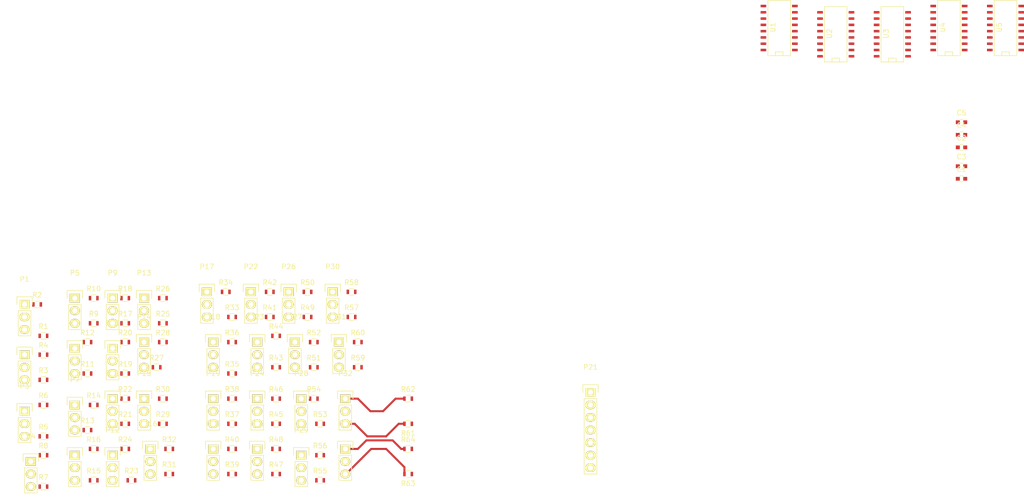
<source format=kicad_pcb>
(kicad_pcb (version 4) (host pcbnew 4.0.1-stable)

  (general
    (links 206)
    (no_connects 206)
    (area 0 0 0 0)
    (thickness 1.6)
    (drawings 0)
    (tracks 20)
    (zones 0)
    (modules 107)
    (nets 112)
  )

  (page A4)
  (layers
    (0 F.Cu signal)
    (31 B.Cu signal)
    (32 B.Adhes user)
    (33 F.Adhes user)
    (34 B.Paste user)
    (35 F.Paste user)
    (36 B.SilkS user)
    (37 F.SilkS user)
    (38 B.Mask user)
    (39 F.Mask user)
    (40 Dwgs.User user)
    (41 Cmts.User user)
    (42 Eco1.User user)
    (43 Eco2.User user)
    (44 Edge.Cuts user)
    (45 Margin user)
    (46 B.CrtYd user)
    (47 F.CrtYd user)
    (48 B.Fab user)
    (49 F.Fab user)
  )

  (setup
    (last_trace_width 0.4064)
    (trace_clearance 0.4064)
    (zone_clearance 0.508)
    (zone_45_only no)
    (trace_min 0.2)
    (segment_width 0.2)
    (edge_width 0.15)
    (via_size 0.6)
    (via_drill 0.4)
    (via_min_size 0.4)
    (via_min_drill 0.3)
    (uvia_size 0.3)
    (uvia_drill 0.1)
    (uvias_allowed no)
    (uvia_min_size 0.2)
    (uvia_min_drill 0.1)
    (pcb_text_width 0.3)
    (pcb_text_size 1.5 1.5)
    (mod_edge_width 0.15)
    (mod_text_size 1 1)
    (mod_text_width 0.15)
    (pad_size 1.524 1.524)
    (pad_drill 0.762)
    (pad_to_mask_clearance 0.2)
    (aux_axis_origin 0 0)
    (visible_elements 7FFFFFFF)
    (pcbplotparams
      (layerselection 0x00030_80000001)
      (usegerberextensions false)
      (excludeedgelayer true)
      (linewidth 0.100000)
      (plotframeref false)
      (viasonmask false)
      (mode 1)
      (useauxorigin false)
      (hpglpennumber 1)
      (hpglpenspeed 20)
      (hpglpendiameter 15)
      (hpglpenoverlay 2)
      (psnegative false)
      (psa4output false)
      (plotreference true)
      (plotvalue true)
      (plotinvisibletext false)
      (padsonsilk false)
      (subtractmaskfromsilk false)
      (outputformat 1)
      (mirror false)
      (drillshape 1)
      (scaleselection 1)
      (outputdirectory ""))
  )

  (net 0 "")
  (net 1 VDD)
  (net 2 GND)
  (net 3 "Net-(P1-Pad1)")
  (net 4 K1)
  (net 5 "Net-(P1-Pad3)")
  (net 6 "Net-(P2-Pad1)")
  (net 7 K17)
  (net 8 "Net-(P2-Pad3)")
  (net 9 "Net-(P3-Pad1)")
  (net 10 K2)
  (net 11 "Net-(P3-Pad3)")
  (net 12 "Net-(P4-Pad1)")
  (net 13 K18)
  (net 14 "Net-(P4-Pad3)")
  (net 15 "Net-(P5-Pad1)")
  (net 16 K3)
  (net 17 "Net-(P5-Pad3)")
  (net 18 "Net-(P6-Pad1)")
  (net 19 K19)
  (net 20 "Net-(P6-Pad3)")
  (net 21 "Net-(P7-Pad1)")
  (net 22 K4)
  (net 23 "Net-(P7-Pad3)")
  (net 24 "Net-(P8-Pad1)")
  (net 25 K20)
  (net 26 "Net-(P8-Pad3)")
  (net 27 "Net-(P9-Pad1)")
  (net 28 K5)
  (net 29 "Net-(P9-Pad3)")
  (net 30 "Net-(P10-Pad1)")
  (net 31 K21)
  (net 32 "Net-(P10-Pad3)")
  (net 33 "Net-(P11-Pad1)")
  (net 34 K6)
  (net 35 "Net-(P11-Pad3)")
  (net 36 "Net-(P12-Pad1)")
  (net 37 K22)
  (net 38 "Net-(P12-Pad3)")
  (net 39 "Net-(P13-Pad1)")
  (net 40 K7)
  (net 41 "Net-(P13-Pad3)")
  (net 42 "Net-(P14-Pad1)")
  (net 43 K23)
  (net 44 "Net-(P14-Pad3)")
  (net 45 "Net-(P15-Pad1)")
  (net 46 K8)
  (net 47 "Net-(P15-Pad3)")
  (net 48 "Net-(P16-Pad1)")
  (net 49 K24)
  (net 50 "Net-(P16-Pad3)")
  (net 51 "Net-(P17-Pad1)")
  (net 52 K9)
  (net 53 "Net-(P17-Pad3)")
  (net 54 "Net-(P18-Pad1)")
  (net 55 K25)
  (net 56 "Net-(P18-Pad3)")
  (net 57 "Net-(P19-Pad1)")
  (net 58 K10)
  (net 59 "Net-(P19-Pad3)")
  (net 60 "Net-(P20-Pad1)")
  (net 61 K26)
  (net 62 "Net-(P20-Pad3)")
  (net 63 A0)
  (net 64 A1)
  (net 65 EN)
  (net 66 A)
  (net 67 B)
  (net 68 "Net-(P22-Pad1)")
  (net 69 K11)
  (net 70 "Net-(P22-Pad3)")
  (net 71 "Net-(P23-Pad1)")
  (net 72 K27)
  (net 73 "Net-(P23-Pad3)")
  (net 74 "Net-(P24-Pad1)")
  (net 75 K12)
  (net 76 "Net-(P24-Pad3)")
  (net 77 "Net-(P25-Pad1)")
  (net 78 K28)
  (net 79 "Net-(P25-Pad3)")
  (net 80 "Net-(P26-Pad1)")
  (net 81 K13)
  (net 82 "Net-(P26-Pad3)")
  (net 83 "Net-(P27-Pad1)")
  (net 84 K29)
  (net 85 "Net-(P27-Pad3)")
  (net 86 "Net-(P28-Pad1)")
  (net 87 K14)
  (net 88 "Net-(P28-Pad3)")
  (net 89 "Net-(P29-Pad1)")
  (net 90 K30)
  (net 91 "Net-(P29-Pad3)")
  (net 92 "Net-(P30-Pad1)")
  (net 93 K15)
  (net 94 "Net-(P30-Pad3)")
  (net 95 "Net-(P31-Pad1)")
  (net 96 K31)
  (net 97 "Net-(P31-Pad3)")
  (net 98 "Net-(P32-Pad1)")
  (net 99 K16)
  (net 100 "Net-(P32-Pad3)")
  (net 101 K32)
  (net 102 OUT2)
  (net 103 OUT1)
  (net 104 OUT5)
  (net 105 OUT7)
  (net 106 OUT8)
  (net 107 OUT6)
  (net 108 OUT4)
  (net 109 OUT3)
  (net 110 "Net-(P21-Pad1)")
  (net 111 "Net-(P21-Pad3)")

  (net_class Default "This is the default net class."
    (clearance 0.4064)
    (trace_width 0.4064)
    (via_dia 0.6)
    (via_drill 0.4)
    (uvia_dia 0.3)
    (uvia_drill 0.1)
    (add_net A)
    (add_net A0)
    (add_net A1)
    (add_net B)
    (add_net EN)
    (add_net GND)
    (add_net K1)
    (add_net K10)
    (add_net K11)
    (add_net K12)
    (add_net K13)
    (add_net K14)
    (add_net K15)
    (add_net K16)
    (add_net K17)
    (add_net K18)
    (add_net K19)
    (add_net K2)
    (add_net K20)
    (add_net K21)
    (add_net K22)
    (add_net K23)
    (add_net K24)
    (add_net K25)
    (add_net K26)
    (add_net K27)
    (add_net K28)
    (add_net K29)
    (add_net K3)
    (add_net K30)
    (add_net K31)
    (add_net K32)
    (add_net K4)
    (add_net K5)
    (add_net K6)
    (add_net K7)
    (add_net K8)
    (add_net K9)
    (add_net "Net-(P1-Pad1)")
    (add_net "Net-(P1-Pad3)")
    (add_net "Net-(P10-Pad1)")
    (add_net "Net-(P10-Pad3)")
    (add_net "Net-(P11-Pad1)")
    (add_net "Net-(P11-Pad3)")
    (add_net "Net-(P12-Pad1)")
    (add_net "Net-(P12-Pad3)")
    (add_net "Net-(P13-Pad1)")
    (add_net "Net-(P13-Pad3)")
    (add_net "Net-(P14-Pad1)")
    (add_net "Net-(P14-Pad3)")
    (add_net "Net-(P15-Pad1)")
    (add_net "Net-(P15-Pad3)")
    (add_net "Net-(P16-Pad1)")
    (add_net "Net-(P16-Pad3)")
    (add_net "Net-(P17-Pad1)")
    (add_net "Net-(P17-Pad3)")
    (add_net "Net-(P18-Pad1)")
    (add_net "Net-(P18-Pad3)")
    (add_net "Net-(P19-Pad1)")
    (add_net "Net-(P19-Pad3)")
    (add_net "Net-(P2-Pad1)")
    (add_net "Net-(P2-Pad3)")
    (add_net "Net-(P20-Pad1)")
    (add_net "Net-(P20-Pad3)")
    (add_net "Net-(P21-Pad1)")
    (add_net "Net-(P21-Pad3)")
    (add_net "Net-(P22-Pad1)")
    (add_net "Net-(P22-Pad3)")
    (add_net "Net-(P23-Pad1)")
    (add_net "Net-(P23-Pad3)")
    (add_net "Net-(P24-Pad1)")
    (add_net "Net-(P24-Pad3)")
    (add_net "Net-(P25-Pad1)")
    (add_net "Net-(P25-Pad3)")
    (add_net "Net-(P26-Pad1)")
    (add_net "Net-(P26-Pad3)")
    (add_net "Net-(P27-Pad1)")
    (add_net "Net-(P27-Pad3)")
    (add_net "Net-(P28-Pad1)")
    (add_net "Net-(P28-Pad3)")
    (add_net "Net-(P29-Pad1)")
    (add_net "Net-(P29-Pad3)")
    (add_net "Net-(P3-Pad1)")
    (add_net "Net-(P3-Pad3)")
    (add_net "Net-(P30-Pad1)")
    (add_net "Net-(P30-Pad3)")
    (add_net "Net-(P31-Pad1)")
    (add_net "Net-(P31-Pad3)")
    (add_net "Net-(P32-Pad1)")
    (add_net "Net-(P32-Pad3)")
    (add_net "Net-(P4-Pad1)")
    (add_net "Net-(P4-Pad3)")
    (add_net "Net-(P5-Pad1)")
    (add_net "Net-(P5-Pad3)")
    (add_net "Net-(P6-Pad1)")
    (add_net "Net-(P6-Pad3)")
    (add_net "Net-(P7-Pad1)")
    (add_net "Net-(P7-Pad3)")
    (add_net "Net-(P8-Pad1)")
    (add_net "Net-(P8-Pad3)")
    (add_net "Net-(P9-Pad1)")
    (add_net "Net-(P9-Pad3)")
    (add_net OUT1)
    (add_net OUT2)
    (add_net OUT3)
    (add_net OUT4)
    (add_net OUT5)
    (add_net OUT6)
    (add_net OUT7)
    (add_net OUT8)
    (add_net VDD)
  )

  (module Capacitors_SMD:C_0603 (layer F.Cu) (tedit 5415D631) (tstamp 5673BB12)
    (at 243.84 62.23)
    (descr "Capacitor SMD 0603, reflow soldering, AVX (see smccp.pdf)")
    (tags "capacitor 0603")
    (path /5673D135)
    (attr smd)
    (fp_text reference C1 (at 0 -1.9) (layer F.SilkS)
      (effects (font (size 1 1) (thickness 0.15)))
    )
    (fp_text value 1u (at 0 1.9) (layer F.Fab)
      (effects (font (size 1 1) (thickness 0.15)))
    )
    (fp_line (start -1.45 -0.75) (end 1.45 -0.75) (layer F.CrtYd) (width 0.05))
    (fp_line (start -1.45 0.75) (end 1.45 0.75) (layer F.CrtYd) (width 0.05))
    (fp_line (start -1.45 -0.75) (end -1.45 0.75) (layer F.CrtYd) (width 0.05))
    (fp_line (start 1.45 -0.75) (end 1.45 0.75) (layer F.CrtYd) (width 0.05))
    (fp_line (start -0.35 -0.6) (end 0.35 -0.6) (layer F.SilkS) (width 0.15))
    (fp_line (start 0.35 0.6) (end -0.35 0.6) (layer F.SilkS) (width 0.15))
    (pad 1 smd rect (at -0.75 0) (size 0.8 0.75) (layers F.Cu F.Paste F.Mask)
      (net 1 VDD))
    (pad 2 smd rect (at 0.75 0) (size 0.8 0.75) (layers F.Cu F.Paste F.Mask)
      (net 2 GND))
    (model Capacitors_SMD.3dshapes/C_0603.wrl
      (at (xyz 0 0 0))
      (scale (xyz 1 1 1))
      (rotate (xyz 0 0 0))
    )
  )

  (module Capacitors_SMD:C_0603 (layer F.Cu) (tedit 5415D631) (tstamp 5673BB18)
    (at 243.84 55.88)
    (descr "Capacitor SMD 0603, reflow soldering, AVX (see smccp.pdf)")
    (tags "capacitor 0603")
    (path /5673DCF5)
    (attr smd)
    (fp_text reference C2 (at 0 -1.9) (layer F.SilkS)
      (effects (font (size 1 1) (thickness 0.15)))
    )
    (fp_text value 1u (at 0 1.9) (layer F.Fab)
      (effects (font (size 1 1) (thickness 0.15)))
    )
    (fp_line (start -1.45 -0.75) (end 1.45 -0.75) (layer F.CrtYd) (width 0.05))
    (fp_line (start -1.45 0.75) (end 1.45 0.75) (layer F.CrtYd) (width 0.05))
    (fp_line (start -1.45 -0.75) (end -1.45 0.75) (layer F.CrtYd) (width 0.05))
    (fp_line (start 1.45 -0.75) (end 1.45 0.75) (layer F.CrtYd) (width 0.05))
    (fp_line (start -0.35 -0.6) (end 0.35 -0.6) (layer F.SilkS) (width 0.15))
    (fp_line (start 0.35 0.6) (end -0.35 0.6) (layer F.SilkS) (width 0.15))
    (pad 1 smd rect (at -0.75 0) (size 0.8 0.75) (layers F.Cu F.Paste F.Mask)
      (net 1 VDD))
    (pad 2 smd rect (at 0.75 0) (size 0.8 0.75) (layers F.Cu F.Paste F.Mask)
      (net 2 GND))
    (model Capacitors_SMD.3dshapes/C_0603.wrl
      (at (xyz 0 0 0))
      (scale (xyz 1 1 1))
      (rotate (xyz 0 0 0))
    )
  )

  (module Capacitors_SMD:C_0603 (layer F.Cu) (tedit 5415D631) (tstamp 5673BB1E)
    (at 243.84 59.69)
    (descr "Capacitor SMD 0603, reflow soldering, AVX (see smccp.pdf)")
    (tags "capacitor 0603")
    (path /5673DDDB)
    (attr smd)
    (fp_text reference C3 (at 0 -1.9) (layer F.SilkS)
      (effects (font (size 1 1) (thickness 0.15)))
    )
    (fp_text value 1u (at 0 1.9) (layer F.Fab)
      (effects (font (size 1 1) (thickness 0.15)))
    )
    (fp_line (start -1.45 -0.75) (end 1.45 -0.75) (layer F.CrtYd) (width 0.05))
    (fp_line (start -1.45 0.75) (end 1.45 0.75) (layer F.CrtYd) (width 0.05))
    (fp_line (start -1.45 -0.75) (end -1.45 0.75) (layer F.CrtYd) (width 0.05))
    (fp_line (start 1.45 -0.75) (end 1.45 0.75) (layer F.CrtYd) (width 0.05))
    (fp_line (start -0.35 -0.6) (end 0.35 -0.6) (layer F.SilkS) (width 0.15))
    (fp_line (start 0.35 0.6) (end -0.35 0.6) (layer F.SilkS) (width 0.15))
    (pad 1 smd rect (at -0.75 0) (size 0.8 0.75) (layers F.Cu F.Paste F.Mask)
      (net 1 VDD))
    (pad 2 smd rect (at 0.75 0) (size 0.8 0.75) (layers F.Cu F.Paste F.Mask)
      (net 2 GND))
    (model Capacitors_SMD.3dshapes/C_0603.wrl
      (at (xyz 0 0 0))
      (scale (xyz 1 1 1))
      (rotate (xyz 0 0 0))
    )
  )

  (module Capacitors_SMD:C_0603 (layer F.Cu) (tedit 5415D631) (tstamp 5673BB24)
    (at 243.84 53.34)
    (descr "Capacitor SMD 0603, reflow soldering, AVX (see smccp.pdf)")
    (tags "capacitor 0603")
    (path /5673DDEF)
    (attr smd)
    (fp_text reference C4 (at 0 -1.9) (layer F.SilkS)
      (effects (font (size 1 1) (thickness 0.15)))
    )
    (fp_text value 1u (at 0 1.9) (layer F.Fab)
      (effects (font (size 1 1) (thickness 0.15)))
    )
    (fp_line (start -1.45 -0.75) (end 1.45 -0.75) (layer F.CrtYd) (width 0.05))
    (fp_line (start -1.45 0.75) (end 1.45 0.75) (layer F.CrtYd) (width 0.05))
    (fp_line (start -1.45 -0.75) (end -1.45 0.75) (layer F.CrtYd) (width 0.05))
    (fp_line (start 1.45 -0.75) (end 1.45 0.75) (layer F.CrtYd) (width 0.05))
    (fp_line (start -0.35 -0.6) (end 0.35 -0.6) (layer F.SilkS) (width 0.15))
    (fp_line (start 0.35 0.6) (end -0.35 0.6) (layer F.SilkS) (width 0.15))
    (pad 1 smd rect (at -0.75 0) (size 0.8 0.75) (layers F.Cu F.Paste F.Mask)
      (net 1 VDD))
    (pad 2 smd rect (at 0.75 0) (size 0.8 0.75) (layers F.Cu F.Paste F.Mask)
      (net 2 GND))
    (model Capacitors_SMD.3dshapes/C_0603.wrl
      (at (xyz 0 0 0))
      (scale (xyz 1 1 1))
      (rotate (xyz 0 0 0))
    )
  )

  (module Capacitors_SMD:C_0603 (layer F.Cu) (tedit 5415D631) (tstamp 5673BB2A)
    (at 243.84 50.8)
    (descr "Capacitor SMD 0603, reflow soldering, AVX (see smccp.pdf)")
    (tags "capacitor 0603")
    (path /5673DE62)
    (attr smd)
    (fp_text reference C5 (at 0 -1.9) (layer F.SilkS)
      (effects (font (size 1 1) (thickness 0.15)))
    )
    (fp_text value 1u (at 0 1.9) (layer F.Fab)
      (effects (font (size 1 1) (thickness 0.15)))
    )
    (fp_line (start -1.45 -0.75) (end 1.45 -0.75) (layer F.CrtYd) (width 0.05))
    (fp_line (start -1.45 0.75) (end 1.45 0.75) (layer F.CrtYd) (width 0.05))
    (fp_line (start -1.45 -0.75) (end -1.45 0.75) (layer F.CrtYd) (width 0.05))
    (fp_line (start 1.45 -0.75) (end 1.45 0.75) (layer F.CrtYd) (width 0.05))
    (fp_line (start -0.35 -0.6) (end 0.35 -0.6) (layer F.SilkS) (width 0.15))
    (fp_line (start 0.35 0.6) (end -0.35 0.6) (layer F.SilkS) (width 0.15))
    (pad 1 smd rect (at -0.75 0) (size 0.8 0.75) (layers F.Cu F.Paste F.Mask)
      (net 1 VDD))
    (pad 2 smd rect (at 0.75 0) (size 0.8 0.75) (layers F.Cu F.Paste F.Mask)
      (net 2 GND))
    (model Capacitors_SMD.3dshapes/C_0603.wrl
      (at (xyz 0 0 0))
      (scale (xyz 1 1 1))
      (rotate (xyz 0 0 0))
    )
  )

  (module Pin_Headers:Pin_Header_Straight_1x03 (layer F.Cu) (tedit 0) (tstamp 5673BB31)
    (at 54.61 87.63)
    (descr "Through hole pin header")
    (tags "pin header")
    (path /56741348)
    (fp_text reference P1 (at 0 -5.1) (layer F.SilkS)
      (effects (font (size 1 1) (thickness 0.15)))
    )
    (fp_text value CONN_01X03 (at 0 -3.1) (layer F.Fab)
      (effects (font (size 1 1) (thickness 0.15)))
    )
    (fp_line (start -1.75 -1.75) (end -1.75 6.85) (layer F.CrtYd) (width 0.05))
    (fp_line (start 1.75 -1.75) (end 1.75 6.85) (layer F.CrtYd) (width 0.05))
    (fp_line (start -1.75 -1.75) (end 1.75 -1.75) (layer F.CrtYd) (width 0.05))
    (fp_line (start -1.75 6.85) (end 1.75 6.85) (layer F.CrtYd) (width 0.05))
    (fp_line (start -1.27 1.27) (end -1.27 6.35) (layer F.SilkS) (width 0.15))
    (fp_line (start -1.27 6.35) (end 1.27 6.35) (layer F.SilkS) (width 0.15))
    (fp_line (start 1.27 6.35) (end 1.27 1.27) (layer F.SilkS) (width 0.15))
    (fp_line (start 1.55 -1.55) (end 1.55 0) (layer F.SilkS) (width 0.15))
    (fp_line (start 1.27 1.27) (end -1.27 1.27) (layer F.SilkS) (width 0.15))
    (fp_line (start -1.55 0) (end -1.55 -1.55) (layer F.SilkS) (width 0.15))
    (fp_line (start -1.55 -1.55) (end 1.55 -1.55) (layer F.SilkS) (width 0.15))
    (pad 1 thru_hole rect (at 0 0) (size 2.032 1.7272) (drill 1.016) (layers *.Cu *.Mask F.SilkS)
      (net 3 "Net-(P1-Pad1)"))
    (pad 2 thru_hole oval (at 0 2.54) (size 2.032 1.7272) (drill 1.016) (layers *.Cu *.Mask F.SilkS)
      (net 4 K1))
    (pad 3 thru_hole oval (at 0 5.08) (size 2.032 1.7272) (drill 1.016) (layers *.Cu *.Mask F.SilkS)
      (net 5 "Net-(P1-Pad3)"))
    (model Pin_Headers.3dshapes/Pin_Header_Straight_1x03.wrl
      (at (xyz 0 -0.1 0))
      (scale (xyz 1 1 1))
      (rotate (xyz 0 0 90))
    )
  )

  (module Pin_Headers:Pin_Header_Straight_1x03 (layer F.Cu) (tedit 0) (tstamp 5673BB38)
    (at 54.61 97.79)
    (descr "Through hole pin header")
    (tags "pin header")
    (path /5674136E)
    (fp_text reference P2 (at 0 -5.1) (layer F.SilkS)
      (effects (font (size 1 1) (thickness 0.15)))
    )
    (fp_text value CONN_01X03 (at 0 -3.1) (layer F.Fab)
      (effects (font (size 1 1) (thickness 0.15)))
    )
    (fp_line (start -1.75 -1.75) (end -1.75 6.85) (layer F.CrtYd) (width 0.05))
    (fp_line (start 1.75 -1.75) (end 1.75 6.85) (layer F.CrtYd) (width 0.05))
    (fp_line (start -1.75 -1.75) (end 1.75 -1.75) (layer F.CrtYd) (width 0.05))
    (fp_line (start -1.75 6.85) (end 1.75 6.85) (layer F.CrtYd) (width 0.05))
    (fp_line (start -1.27 1.27) (end -1.27 6.35) (layer F.SilkS) (width 0.15))
    (fp_line (start -1.27 6.35) (end 1.27 6.35) (layer F.SilkS) (width 0.15))
    (fp_line (start 1.27 6.35) (end 1.27 1.27) (layer F.SilkS) (width 0.15))
    (fp_line (start 1.55 -1.55) (end 1.55 0) (layer F.SilkS) (width 0.15))
    (fp_line (start 1.27 1.27) (end -1.27 1.27) (layer F.SilkS) (width 0.15))
    (fp_line (start -1.55 0) (end -1.55 -1.55) (layer F.SilkS) (width 0.15))
    (fp_line (start -1.55 -1.55) (end 1.55 -1.55) (layer F.SilkS) (width 0.15))
    (pad 1 thru_hole rect (at 0 0) (size 2.032 1.7272) (drill 1.016) (layers *.Cu *.Mask F.SilkS)
      (net 6 "Net-(P2-Pad1)"))
    (pad 2 thru_hole oval (at 0 2.54) (size 2.032 1.7272) (drill 1.016) (layers *.Cu *.Mask F.SilkS)
      (net 10 K2))
    (pad 3 thru_hole oval (at 0 5.08) (size 2.032 1.7272) (drill 1.016) (layers *.Cu *.Mask F.SilkS)
      (net 8 "Net-(P2-Pad3)"))
    (model Pin_Headers.3dshapes/Pin_Header_Straight_1x03.wrl
      (at (xyz 0 -0.1 0))
      (scale (xyz 1 1 1))
      (rotate (xyz 0 0 90))
    )
  )

  (module Pin_Headers:Pin_Header_Straight_1x03 (layer F.Cu) (tedit 0) (tstamp 5673BB3F)
    (at 54.61 109.22)
    (descr "Through hole pin header")
    (tags "pin header")
    (path /5673E1D4)
    (fp_text reference P3 (at 0 -5.1) (layer F.SilkS)
      (effects (font (size 1 1) (thickness 0.15)))
    )
    (fp_text value CONN_01X03 (at 0 -3.1) (layer F.Fab)
      (effects (font (size 1 1) (thickness 0.15)))
    )
    (fp_line (start -1.75 -1.75) (end -1.75 6.85) (layer F.CrtYd) (width 0.05))
    (fp_line (start 1.75 -1.75) (end 1.75 6.85) (layer F.CrtYd) (width 0.05))
    (fp_line (start -1.75 -1.75) (end 1.75 -1.75) (layer F.CrtYd) (width 0.05))
    (fp_line (start -1.75 6.85) (end 1.75 6.85) (layer F.CrtYd) (width 0.05))
    (fp_line (start -1.27 1.27) (end -1.27 6.35) (layer F.SilkS) (width 0.15))
    (fp_line (start -1.27 6.35) (end 1.27 6.35) (layer F.SilkS) (width 0.15))
    (fp_line (start 1.27 6.35) (end 1.27 1.27) (layer F.SilkS) (width 0.15))
    (fp_line (start 1.55 -1.55) (end 1.55 0) (layer F.SilkS) (width 0.15))
    (fp_line (start 1.27 1.27) (end -1.27 1.27) (layer F.SilkS) (width 0.15))
    (fp_line (start -1.55 0) (end -1.55 -1.55) (layer F.SilkS) (width 0.15))
    (fp_line (start -1.55 -1.55) (end 1.55 -1.55) (layer F.SilkS) (width 0.15))
    (pad 1 thru_hole rect (at 0 0) (size 2.032 1.7272) (drill 1.016) (layers *.Cu *.Mask F.SilkS)
      (net 9 "Net-(P3-Pad1)"))
    (pad 2 thru_hole oval (at 0 2.54) (size 2.032 1.7272) (drill 1.016) (layers *.Cu *.Mask F.SilkS)
      (net 16 K3))
    (pad 3 thru_hole oval (at 0 5.08) (size 2.032 1.7272) (drill 1.016) (layers *.Cu *.Mask F.SilkS)
      (net 11 "Net-(P3-Pad3)"))
    (model Pin_Headers.3dshapes/Pin_Header_Straight_1x03.wrl
      (at (xyz 0 -0.1 0))
      (scale (xyz 1 1 1))
      (rotate (xyz 0 0 90))
    )
  )

  (module Pin_Headers:Pin_Header_Straight_1x03 (layer F.Cu) (tedit 0) (tstamp 5673BB46)
    (at 55.88 119.38)
    (descr "Through hole pin header")
    (tags "pin header")
    (path /56740F2F)
    (fp_text reference P4 (at 0 -5.1) (layer F.SilkS)
      (effects (font (size 1 1) (thickness 0.15)))
    )
    (fp_text value CONN_01X03 (at 0 -3.1) (layer F.Fab)
      (effects (font (size 1 1) (thickness 0.15)))
    )
    (fp_line (start -1.75 -1.75) (end -1.75 6.85) (layer F.CrtYd) (width 0.05))
    (fp_line (start 1.75 -1.75) (end 1.75 6.85) (layer F.CrtYd) (width 0.05))
    (fp_line (start -1.75 -1.75) (end 1.75 -1.75) (layer F.CrtYd) (width 0.05))
    (fp_line (start -1.75 6.85) (end 1.75 6.85) (layer F.CrtYd) (width 0.05))
    (fp_line (start -1.27 1.27) (end -1.27 6.35) (layer F.SilkS) (width 0.15))
    (fp_line (start -1.27 6.35) (end 1.27 6.35) (layer F.SilkS) (width 0.15))
    (fp_line (start 1.27 6.35) (end 1.27 1.27) (layer F.SilkS) (width 0.15))
    (fp_line (start 1.55 -1.55) (end 1.55 0) (layer F.SilkS) (width 0.15))
    (fp_line (start 1.27 1.27) (end -1.27 1.27) (layer F.SilkS) (width 0.15))
    (fp_line (start -1.55 0) (end -1.55 -1.55) (layer F.SilkS) (width 0.15))
    (fp_line (start -1.55 -1.55) (end 1.55 -1.55) (layer F.SilkS) (width 0.15))
    (pad 1 thru_hole rect (at 0 0) (size 2.032 1.7272) (drill 1.016) (layers *.Cu *.Mask F.SilkS)
      (net 12 "Net-(P4-Pad1)"))
    (pad 2 thru_hole oval (at 0 2.54) (size 2.032 1.7272) (drill 1.016) (layers *.Cu *.Mask F.SilkS)
      (net 22 K4))
    (pad 3 thru_hole oval (at 0 5.08) (size 2.032 1.7272) (drill 1.016) (layers *.Cu *.Mask F.SilkS)
      (net 14 "Net-(P4-Pad3)"))
    (model Pin_Headers.3dshapes/Pin_Header_Straight_1x03.wrl
      (at (xyz 0 -0.1 0))
      (scale (xyz 1 1 1))
      (rotate (xyz 0 0 90))
    )
  )

  (module Pin_Headers:Pin_Header_Straight_1x03 (layer F.Cu) (tedit 0) (tstamp 5673BB4D)
    (at 64.77 86.36)
    (descr "Through hole pin header")
    (tags "pin header")
    (path /5674238E)
    (fp_text reference P5 (at 0 -5.1) (layer F.SilkS)
      (effects (font (size 1 1) (thickness 0.15)))
    )
    (fp_text value CONN_01X03 (at 0 -3.1) (layer F.Fab)
      (effects (font (size 1 1) (thickness 0.15)))
    )
    (fp_line (start -1.75 -1.75) (end -1.75 6.85) (layer F.CrtYd) (width 0.05))
    (fp_line (start 1.75 -1.75) (end 1.75 6.85) (layer F.CrtYd) (width 0.05))
    (fp_line (start -1.75 -1.75) (end 1.75 -1.75) (layer F.CrtYd) (width 0.05))
    (fp_line (start -1.75 6.85) (end 1.75 6.85) (layer F.CrtYd) (width 0.05))
    (fp_line (start -1.27 1.27) (end -1.27 6.35) (layer F.SilkS) (width 0.15))
    (fp_line (start -1.27 6.35) (end 1.27 6.35) (layer F.SilkS) (width 0.15))
    (fp_line (start 1.27 6.35) (end 1.27 1.27) (layer F.SilkS) (width 0.15))
    (fp_line (start 1.55 -1.55) (end 1.55 0) (layer F.SilkS) (width 0.15))
    (fp_line (start 1.27 1.27) (end -1.27 1.27) (layer F.SilkS) (width 0.15))
    (fp_line (start -1.55 0) (end -1.55 -1.55) (layer F.SilkS) (width 0.15))
    (fp_line (start -1.55 -1.55) (end 1.55 -1.55) (layer F.SilkS) (width 0.15))
    (pad 1 thru_hole rect (at 0 0) (size 2.032 1.7272) (drill 1.016) (layers *.Cu *.Mask F.SilkS)
      (net 15 "Net-(P5-Pad1)"))
    (pad 2 thru_hole oval (at 0 2.54) (size 2.032 1.7272) (drill 1.016) (layers *.Cu *.Mask F.SilkS)
      (net 28 K5))
    (pad 3 thru_hole oval (at 0 5.08) (size 2.032 1.7272) (drill 1.016) (layers *.Cu *.Mask F.SilkS)
      (net 17 "Net-(P5-Pad3)"))
    (model Pin_Headers.3dshapes/Pin_Header_Straight_1x03.wrl
      (at (xyz 0 -0.1 0))
      (scale (xyz 1 1 1))
      (rotate (xyz 0 0 90))
    )
  )

  (module Pin_Headers:Pin_Header_Straight_1x03 (layer F.Cu) (tedit 0) (tstamp 5673BB54)
    (at 64.77 96.52)
    (descr "Through hole pin header")
    (tags "pin header")
    (path /567423B4)
    (fp_text reference P6 (at 0 -5.1) (layer F.SilkS)
      (effects (font (size 1 1) (thickness 0.15)))
    )
    (fp_text value CONN_01X03 (at 0 -3.1) (layer F.Fab)
      (effects (font (size 1 1) (thickness 0.15)))
    )
    (fp_line (start -1.75 -1.75) (end -1.75 6.85) (layer F.CrtYd) (width 0.05))
    (fp_line (start 1.75 -1.75) (end 1.75 6.85) (layer F.CrtYd) (width 0.05))
    (fp_line (start -1.75 -1.75) (end 1.75 -1.75) (layer F.CrtYd) (width 0.05))
    (fp_line (start -1.75 6.85) (end 1.75 6.85) (layer F.CrtYd) (width 0.05))
    (fp_line (start -1.27 1.27) (end -1.27 6.35) (layer F.SilkS) (width 0.15))
    (fp_line (start -1.27 6.35) (end 1.27 6.35) (layer F.SilkS) (width 0.15))
    (fp_line (start 1.27 6.35) (end 1.27 1.27) (layer F.SilkS) (width 0.15))
    (fp_line (start 1.55 -1.55) (end 1.55 0) (layer F.SilkS) (width 0.15))
    (fp_line (start 1.27 1.27) (end -1.27 1.27) (layer F.SilkS) (width 0.15))
    (fp_line (start -1.55 0) (end -1.55 -1.55) (layer F.SilkS) (width 0.15))
    (fp_line (start -1.55 -1.55) (end 1.55 -1.55) (layer F.SilkS) (width 0.15))
    (pad 1 thru_hole rect (at 0 0) (size 2.032 1.7272) (drill 1.016) (layers *.Cu *.Mask F.SilkS)
      (net 18 "Net-(P6-Pad1)"))
    (pad 2 thru_hole oval (at 0 2.54) (size 2.032 1.7272) (drill 1.016) (layers *.Cu *.Mask F.SilkS)
      (net 34 K6))
    (pad 3 thru_hole oval (at 0 5.08) (size 2.032 1.7272) (drill 1.016) (layers *.Cu *.Mask F.SilkS)
      (net 20 "Net-(P6-Pad3)"))
    (model Pin_Headers.3dshapes/Pin_Header_Straight_1x03.wrl
      (at (xyz 0 -0.1 0))
      (scale (xyz 1 1 1))
      (rotate (xyz 0 0 90))
    )
  )

  (module Pin_Headers:Pin_Header_Straight_1x03 (layer F.Cu) (tedit 0) (tstamp 5673BB5B)
    (at 64.77 107.95)
    (descr "Through hole pin header")
    (tags "pin header")
    (path /56742342)
    (fp_text reference P7 (at 0 -5.1) (layer F.SilkS)
      (effects (font (size 1 1) (thickness 0.15)))
    )
    (fp_text value CONN_01X03 (at 0 -3.1) (layer F.Fab)
      (effects (font (size 1 1) (thickness 0.15)))
    )
    (fp_line (start -1.75 -1.75) (end -1.75 6.85) (layer F.CrtYd) (width 0.05))
    (fp_line (start 1.75 -1.75) (end 1.75 6.85) (layer F.CrtYd) (width 0.05))
    (fp_line (start -1.75 -1.75) (end 1.75 -1.75) (layer F.CrtYd) (width 0.05))
    (fp_line (start -1.75 6.85) (end 1.75 6.85) (layer F.CrtYd) (width 0.05))
    (fp_line (start -1.27 1.27) (end -1.27 6.35) (layer F.SilkS) (width 0.15))
    (fp_line (start -1.27 6.35) (end 1.27 6.35) (layer F.SilkS) (width 0.15))
    (fp_line (start 1.27 6.35) (end 1.27 1.27) (layer F.SilkS) (width 0.15))
    (fp_line (start 1.55 -1.55) (end 1.55 0) (layer F.SilkS) (width 0.15))
    (fp_line (start 1.27 1.27) (end -1.27 1.27) (layer F.SilkS) (width 0.15))
    (fp_line (start -1.55 0) (end -1.55 -1.55) (layer F.SilkS) (width 0.15))
    (fp_line (start -1.55 -1.55) (end 1.55 -1.55) (layer F.SilkS) (width 0.15))
    (pad 1 thru_hole rect (at 0 0) (size 2.032 1.7272) (drill 1.016) (layers *.Cu *.Mask F.SilkS)
      (net 21 "Net-(P7-Pad1)"))
    (pad 2 thru_hole oval (at 0 2.54) (size 2.032 1.7272) (drill 1.016) (layers *.Cu *.Mask F.SilkS)
      (net 40 K7))
    (pad 3 thru_hole oval (at 0 5.08) (size 2.032 1.7272) (drill 1.016) (layers *.Cu *.Mask F.SilkS)
      (net 23 "Net-(P7-Pad3)"))
    (model Pin_Headers.3dshapes/Pin_Header_Straight_1x03.wrl
      (at (xyz 0 -0.1 0))
      (scale (xyz 1 1 1))
      (rotate (xyz 0 0 90))
    )
  )

  (module Pin_Headers:Pin_Header_Straight_1x03 (layer F.Cu) (tedit 0) (tstamp 5673BB62)
    (at 64.77 118.11)
    (descr "Through hole pin header")
    (tags "pin header")
    (path /56742368)
    (fp_text reference P8 (at 0 -5.1) (layer F.SilkS)
      (effects (font (size 1 1) (thickness 0.15)))
    )
    (fp_text value CONN_01X03 (at 0 -3.1) (layer F.Fab)
      (effects (font (size 1 1) (thickness 0.15)))
    )
    (fp_line (start -1.75 -1.75) (end -1.75 6.85) (layer F.CrtYd) (width 0.05))
    (fp_line (start 1.75 -1.75) (end 1.75 6.85) (layer F.CrtYd) (width 0.05))
    (fp_line (start -1.75 -1.75) (end 1.75 -1.75) (layer F.CrtYd) (width 0.05))
    (fp_line (start -1.75 6.85) (end 1.75 6.85) (layer F.CrtYd) (width 0.05))
    (fp_line (start -1.27 1.27) (end -1.27 6.35) (layer F.SilkS) (width 0.15))
    (fp_line (start -1.27 6.35) (end 1.27 6.35) (layer F.SilkS) (width 0.15))
    (fp_line (start 1.27 6.35) (end 1.27 1.27) (layer F.SilkS) (width 0.15))
    (fp_line (start 1.55 -1.55) (end 1.55 0) (layer F.SilkS) (width 0.15))
    (fp_line (start 1.27 1.27) (end -1.27 1.27) (layer F.SilkS) (width 0.15))
    (fp_line (start -1.55 0) (end -1.55 -1.55) (layer F.SilkS) (width 0.15))
    (fp_line (start -1.55 -1.55) (end 1.55 -1.55) (layer F.SilkS) (width 0.15))
    (pad 1 thru_hole rect (at 0 0) (size 2.032 1.7272) (drill 1.016) (layers *.Cu *.Mask F.SilkS)
      (net 24 "Net-(P8-Pad1)"))
    (pad 2 thru_hole oval (at 0 2.54) (size 2.032 1.7272) (drill 1.016) (layers *.Cu *.Mask F.SilkS)
      (net 46 K8))
    (pad 3 thru_hole oval (at 0 5.08) (size 2.032 1.7272) (drill 1.016) (layers *.Cu *.Mask F.SilkS)
      (net 26 "Net-(P8-Pad3)"))
    (model Pin_Headers.3dshapes/Pin_Header_Straight_1x03.wrl
      (at (xyz 0 -0.1 0))
      (scale (xyz 1 1 1))
      (rotate (xyz 0 0 90))
    )
  )

  (module Pin_Headers:Pin_Header_Straight_1x03 (layer F.Cu) (tedit 0) (tstamp 5673BB69)
    (at 72.39 86.36)
    (descr "Through hole pin header")
    (tags "pin header")
    (path /56744A66)
    (fp_text reference P9 (at 0 -5.1) (layer F.SilkS)
      (effects (font (size 1 1) (thickness 0.15)))
    )
    (fp_text value CONN_01X03 (at 0 -3.1) (layer F.Fab)
      (effects (font (size 1 1) (thickness 0.15)))
    )
    (fp_line (start -1.75 -1.75) (end -1.75 6.85) (layer F.CrtYd) (width 0.05))
    (fp_line (start 1.75 -1.75) (end 1.75 6.85) (layer F.CrtYd) (width 0.05))
    (fp_line (start -1.75 -1.75) (end 1.75 -1.75) (layer F.CrtYd) (width 0.05))
    (fp_line (start -1.75 6.85) (end 1.75 6.85) (layer F.CrtYd) (width 0.05))
    (fp_line (start -1.27 1.27) (end -1.27 6.35) (layer F.SilkS) (width 0.15))
    (fp_line (start -1.27 6.35) (end 1.27 6.35) (layer F.SilkS) (width 0.15))
    (fp_line (start 1.27 6.35) (end 1.27 1.27) (layer F.SilkS) (width 0.15))
    (fp_line (start 1.55 -1.55) (end 1.55 0) (layer F.SilkS) (width 0.15))
    (fp_line (start 1.27 1.27) (end -1.27 1.27) (layer F.SilkS) (width 0.15))
    (fp_line (start -1.55 0) (end -1.55 -1.55) (layer F.SilkS) (width 0.15))
    (fp_line (start -1.55 -1.55) (end 1.55 -1.55) (layer F.SilkS) (width 0.15))
    (pad 1 thru_hole rect (at 0 0) (size 2.032 1.7272) (drill 1.016) (layers *.Cu *.Mask F.SilkS)
      (net 27 "Net-(P9-Pad1)"))
    (pad 2 thru_hole oval (at 0 2.54) (size 2.032 1.7272) (drill 1.016) (layers *.Cu *.Mask F.SilkS)
      (net 52 K9))
    (pad 3 thru_hole oval (at 0 5.08) (size 2.032 1.7272) (drill 1.016) (layers *.Cu *.Mask F.SilkS)
      (net 29 "Net-(P9-Pad3)"))
    (model Pin_Headers.3dshapes/Pin_Header_Straight_1x03.wrl
      (at (xyz 0 -0.1 0))
      (scale (xyz 1 1 1))
      (rotate (xyz 0 0 90))
    )
  )

  (module Pin_Headers:Pin_Header_Straight_1x03 (layer F.Cu) (tedit 0) (tstamp 5673BB70)
    (at 72.39 96.52)
    (descr "Through hole pin header")
    (tags "pin header")
    (path /56744A8C)
    (fp_text reference P10 (at 0 -5.1) (layer F.SilkS)
      (effects (font (size 1 1) (thickness 0.15)))
    )
    (fp_text value CONN_01X03 (at 0 -3.1) (layer F.Fab)
      (effects (font (size 1 1) (thickness 0.15)))
    )
    (fp_line (start -1.75 -1.75) (end -1.75 6.85) (layer F.CrtYd) (width 0.05))
    (fp_line (start 1.75 -1.75) (end 1.75 6.85) (layer F.CrtYd) (width 0.05))
    (fp_line (start -1.75 -1.75) (end 1.75 -1.75) (layer F.CrtYd) (width 0.05))
    (fp_line (start -1.75 6.85) (end 1.75 6.85) (layer F.CrtYd) (width 0.05))
    (fp_line (start -1.27 1.27) (end -1.27 6.35) (layer F.SilkS) (width 0.15))
    (fp_line (start -1.27 6.35) (end 1.27 6.35) (layer F.SilkS) (width 0.15))
    (fp_line (start 1.27 6.35) (end 1.27 1.27) (layer F.SilkS) (width 0.15))
    (fp_line (start 1.55 -1.55) (end 1.55 0) (layer F.SilkS) (width 0.15))
    (fp_line (start 1.27 1.27) (end -1.27 1.27) (layer F.SilkS) (width 0.15))
    (fp_line (start -1.55 0) (end -1.55 -1.55) (layer F.SilkS) (width 0.15))
    (fp_line (start -1.55 -1.55) (end 1.55 -1.55) (layer F.SilkS) (width 0.15))
    (pad 1 thru_hole rect (at 0 0) (size 2.032 1.7272) (drill 1.016) (layers *.Cu *.Mask F.SilkS)
      (net 30 "Net-(P10-Pad1)"))
    (pad 2 thru_hole oval (at 0 2.54) (size 2.032 1.7272) (drill 1.016) (layers *.Cu *.Mask F.SilkS)
      (net 58 K10))
    (pad 3 thru_hole oval (at 0 5.08) (size 2.032 1.7272) (drill 1.016) (layers *.Cu *.Mask F.SilkS)
      (net 32 "Net-(P10-Pad3)"))
    (model Pin_Headers.3dshapes/Pin_Header_Straight_1x03.wrl
      (at (xyz 0 -0.1 0))
      (scale (xyz 1 1 1))
      (rotate (xyz 0 0 90))
    )
  )

  (module Pin_Headers:Pin_Header_Straight_1x03 (layer F.Cu) (tedit 0) (tstamp 5673BB77)
    (at 72.39 106.68)
    (descr "Through hole pin header")
    (tags "pin header")
    (path /56744A1A)
    (fp_text reference P11 (at 0 -5.1) (layer F.SilkS)
      (effects (font (size 1 1) (thickness 0.15)))
    )
    (fp_text value CONN_01X03 (at 0 -3.1) (layer F.Fab)
      (effects (font (size 1 1) (thickness 0.15)))
    )
    (fp_line (start -1.75 -1.75) (end -1.75 6.85) (layer F.CrtYd) (width 0.05))
    (fp_line (start 1.75 -1.75) (end 1.75 6.85) (layer F.CrtYd) (width 0.05))
    (fp_line (start -1.75 -1.75) (end 1.75 -1.75) (layer F.CrtYd) (width 0.05))
    (fp_line (start -1.75 6.85) (end 1.75 6.85) (layer F.CrtYd) (width 0.05))
    (fp_line (start -1.27 1.27) (end -1.27 6.35) (layer F.SilkS) (width 0.15))
    (fp_line (start -1.27 6.35) (end 1.27 6.35) (layer F.SilkS) (width 0.15))
    (fp_line (start 1.27 6.35) (end 1.27 1.27) (layer F.SilkS) (width 0.15))
    (fp_line (start 1.55 -1.55) (end 1.55 0) (layer F.SilkS) (width 0.15))
    (fp_line (start 1.27 1.27) (end -1.27 1.27) (layer F.SilkS) (width 0.15))
    (fp_line (start -1.55 0) (end -1.55 -1.55) (layer F.SilkS) (width 0.15))
    (fp_line (start -1.55 -1.55) (end 1.55 -1.55) (layer F.SilkS) (width 0.15))
    (pad 1 thru_hole rect (at 0 0) (size 2.032 1.7272) (drill 1.016) (layers *.Cu *.Mask F.SilkS)
      (net 33 "Net-(P11-Pad1)"))
    (pad 2 thru_hole oval (at 0 2.54) (size 2.032 1.7272) (drill 1.016) (layers *.Cu *.Mask F.SilkS)
      (net 69 K11))
    (pad 3 thru_hole oval (at 0 5.08) (size 2.032 1.7272) (drill 1.016) (layers *.Cu *.Mask F.SilkS)
      (net 35 "Net-(P11-Pad3)"))
    (model Pin_Headers.3dshapes/Pin_Header_Straight_1x03.wrl
      (at (xyz 0 -0.1 0))
      (scale (xyz 1 1 1))
      (rotate (xyz 0 0 90))
    )
  )

  (module Pin_Headers:Pin_Header_Straight_1x03 (layer F.Cu) (tedit 0) (tstamp 5673BB7E)
    (at 72.39 118.11)
    (descr "Through hole pin header")
    (tags "pin header")
    (path /56744A40)
    (fp_text reference P12 (at 0 -5.1) (layer F.SilkS)
      (effects (font (size 1 1) (thickness 0.15)))
    )
    (fp_text value CONN_01X03 (at 0 -3.1) (layer F.Fab)
      (effects (font (size 1 1) (thickness 0.15)))
    )
    (fp_line (start -1.75 -1.75) (end -1.75 6.85) (layer F.CrtYd) (width 0.05))
    (fp_line (start 1.75 -1.75) (end 1.75 6.85) (layer F.CrtYd) (width 0.05))
    (fp_line (start -1.75 -1.75) (end 1.75 -1.75) (layer F.CrtYd) (width 0.05))
    (fp_line (start -1.75 6.85) (end 1.75 6.85) (layer F.CrtYd) (width 0.05))
    (fp_line (start -1.27 1.27) (end -1.27 6.35) (layer F.SilkS) (width 0.15))
    (fp_line (start -1.27 6.35) (end 1.27 6.35) (layer F.SilkS) (width 0.15))
    (fp_line (start 1.27 6.35) (end 1.27 1.27) (layer F.SilkS) (width 0.15))
    (fp_line (start 1.55 -1.55) (end 1.55 0) (layer F.SilkS) (width 0.15))
    (fp_line (start 1.27 1.27) (end -1.27 1.27) (layer F.SilkS) (width 0.15))
    (fp_line (start -1.55 0) (end -1.55 -1.55) (layer F.SilkS) (width 0.15))
    (fp_line (start -1.55 -1.55) (end 1.55 -1.55) (layer F.SilkS) (width 0.15))
    (pad 1 thru_hole rect (at 0 0) (size 2.032 1.7272) (drill 1.016) (layers *.Cu *.Mask F.SilkS)
      (net 36 "Net-(P12-Pad1)"))
    (pad 2 thru_hole oval (at 0 2.54) (size 2.032 1.7272) (drill 1.016) (layers *.Cu *.Mask F.SilkS)
      (net 75 K12))
    (pad 3 thru_hole oval (at 0 5.08) (size 2.032 1.7272) (drill 1.016) (layers *.Cu *.Mask F.SilkS)
      (net 38 "Net-(P12-Pad3)"))
    (model Pin_Headers.3dshapes/Pin_Header_Straight_1x03.wrl
      (at (xyz 0 -0.1 0))
      (scale (xyz 1 1 1))
      (rotate (xyz 0 0 90))
    )
  )

  (module Pin_Headers:Pin_Header_Straight_1x03 (layer F.Cu) (tedit 0) (tstamp 5673BB85)
    (at 78.74 86.36)
    (descr "Through hole pin header")
    (tags "pin header")
    (path /56744AFE)
    (fp_text reference P13 (at 0 -5.1) (layer F.SilkS)
      (effects (font (size 1 1) (thickness 0.15)))
    )
    (fp_text value CONN_01X03 (at 0 -3.1) (layer F.Fab)
      (effects (font (size 1 1) (thickness 0.15)))
    )
    (fp_line (start -1.75 -1.75) (end -1.75 6.85) (layer F.CrtYd) (width 0.05))
    (fp_line (start 1.75 -1.75) (end 1.75 6.85) (layer F.CrtYd) (width 0.05))
    (fp_line (start -1.75 -1.75) (end 1.75 -1.75) (layer F.CrtYd) (width 0.05))
    (fp_line (start -1.75 6.85) (end 1.75 6.85) (layer F.CrtYd) (width 0.05))
    (fp_line (start -1.27 1.27) (end -1.27 6.35) (layer F.SilkS) (width 0.15))
    (fp_line (start -1.27 6.35) (end 1.27 6.35) (layer F.SilkS) (width 0.15))
    (fp_line (start 1.27 6.35) (end 1.27 1.27) (layer F.SilkS) (width 0.15))
    (fp_line (start 1.55 -1.55) (end 1.55 0) (layer F.SilkS) (width 0.15))
    (fp_line (start 1.27 1.27) (end -1.27 1.27) (layer F.SilkS) (width 0.15))
    (fp_line (start -1.55 0) (end -1.55 -1.55) (layer F.SilkS) (width 0.15))
    (fp_line (start -1.55 -1.55) (end 1.55 -1.55) (layer F.SilkS) (width 0.15))
    (pad 1 thru_hole rect (at 0 0) (size 2.032 1.7272) (drill 1.016) (layers *.Cu *.Mask F.SilkS)
      (net 39 "Net-(P13-Pad1)"))
    (pad 2 thru_hole oval (at 0 2.54) (size 2.032 1.7272) (drill 1.016) (layers *.Cu *.Mask F.SilkS)
      (net 81 K13))
    (pad 3 thru_hole oval (at 0 5.08) (size 2.032 1.7272) (drill 1.016) (layers *.Cu *.Mask F.SilkS)
      (net 41 "Net-(P13-Pad3)"))
    (model Pin_Headers.3dshapes/Pin_Header_Straight_1x03.wrl
      (at (xyz 0 -0.1 0))
      (scale (xyz 1 1 1))
      (rotate (xyz 0 0 90))
    )
  )

  (module Pin_Headers:Pin_Header_Straight_1x03 (layer F.Cu) (tedit 0) (tstamp 5673BB8C)
    (at 78.74 95.25)
    (descr "Through hole pin header")
    (tags "pin header")
    (path /56744B24)
    (fp_text reference P14 (at 0 -5.1) (layer F.SilkS)
      (effects (font (size 1 1) (thickness 0.15)))
    )
    (fp_text value CONN_01X03 (at 0 -3.1) (layer F.Fab)
      (effects (font (size 1 1) (thickness 0.15)))
    )
    (fp_line (start -1.75 -1.75) (end -1.75 6.85) (layer F.CrtYd) (width 0.05))
    (fp_line (start 1.75 -1.75) (end 1.75 6.85) (layer F.CrtYd) (width 0.05))
    (fp_line (start -1.75 -1.75) (end 1.75 -1.75) (layer F.CrtYd) (width 0.05))
    (fp_line (start -1.75 6.85) (end 1.75 6.85) (layer F.CrtYd) (width 0.05))
    (fp_line (start -1.27 1.27) (end -1.27 6.35) (layer F.SilkS) (width 0.15))
    (fp_line (start -1.27 6.35) (end 1.27 6.35) (layer F.SilkS) (width 0.15))
    (fp_line (start 1.27 6.35) (end 1.27 1.27) (layer F.SilkS) (width 0.15))
    (fp_line (start 1.55 -1.55) (end 1.55 0) (layer F.SilkS) (width 0.15))
    (fp_line (start 1.27 1.27) (end -1.27 1.27) (layer F.SilkS) (width 0.15))
    (fp_line (start -1.55 0) (end -1.55 -1.55) (layer F.SilkS) (width 0.15))
    (fp_line (start -1.55 -1.55) (end 1.55 -1.55) (layer F.SilkS) (width 0.15))
    (pad 1 thru_hole rect (at 0 0) (size 2.032 1.7272) (drill 1.016) (layers *.Cu *.Mask F.SilkS)
      (net 42 "Net-(P14-Pad1)"))
    (pad 2 thru_hole oval (at 0 2.54) (size 2.032 1.7272) (drill 1.016) (layers *.Cu *.Mask F.SilkS)
      (net 87 K14))
    (pad 3 thru_hole oval (at 0 5.08) (size 2.032 1.7272) (drill 1.016) (layers *.Cu *.Mask F.SilkS)
      (net 44 "Net-(P14-Pad3)"))
    (model Pin_Headers.3dshapes/Pin_Header_Straight_1x03.wrl
      (at (xyz 0 -0.1 0))
      (scale (xyz 1 1 1))
      (rotate (xyz 0 0 90))
    )
  )

  (module Pin_Headers:Pin_Header_Straight_1x03 (layer F.Cu) (tedit 0) (tstamp 5673BB93)
    (at 78.74 106.68)
    (descr "Through hole pin header")
    (tags "pin header")
    (path /56744AB2)
    (fp_text reference P15 (at 0 -5.1) (layer F.SilkS)
      (effects (font (size 1 1) (thickness 0.15)))
    )
    (fp_text value CONN_01X03 (at 0 -3.1) (layer F.Fab)
      (effects (font (size 1 1) (thickness 0.15)))
    )
    (fp_line (start -1.75 -1.75) (end -1.75 6.85) (layer F.CrtYd) (width 0.05))
    (fp_line (start 1.75 -1.75) (end 1.75 6.85) (layer F.CrtYd) (width 0.05))
    (fp_line (start -1.75 -1.75) (end 1.75 -1.75) (layer F.CrtYd) (width 0.05))
    (fp_line (start -1.75 6.85) (end 1.75 6.85) (layer F.CrtYd) (width 0.05))
    (fp_line (start -1.27 1.27) (end -1.27 6.35) (layer F.SilkS) (width 0.15))
    (fp_line (start -1.27 6.35) (end 1.27 6.35) (layer F.SilkS) (width 0.15))
    (fp_line (start 1.27 6.35) (end 1.27 1.27) (layer F.SilkS) (width 0.15))
    (fp_line (start 1.55 -1.55) (end 1.55 0) (layer F.SilkS) (width 0.15))
    (fp_line (start 1.27 1.27) (end -1.27 1.27) (layer F.SilkS) (width 0.15))
    (fp_line (start -1.55 0) (end -1.55 -1.55) (layer F.SilkS) (width 0.15))
    (fp_line (start -1.55 -1.55) (end 1.55 -1.55) (layer F.SilkS) (width 0.15))
    (pad 1 thru_hole rect (at 0 0) (size 2.032 1.7272) (drill 1.016) (layers *.Cu *.Mask F.SilkS)
      (net 45 "Net-(P15-Pad1)"))
    (pad 2 thru_hole oval (at 0 2.54) (size 2.032 1.7272) (drill 1.016) (layers *.Cu *.Mask F.SilkS)
      (net 93 K15))
    (pad 3 thru_hole oval (at 0 5.08) (size 2.032 1.7272) (drill 1.016) (layers *.Cu *.Mask F.SilkS)
      (net 47 "Net-(P15-Pad3)"))
    (model Pin_Headers.3dshapes/Pin_Header_Straight_1x03.wrl
      (at (xyz 0 -0.1 0))
      (scale (xyz 1 1 1))
      (rotate (xyz 0 0 90))
    )
  )

  (module Pin_Headers:Pin_Header_Straight_1x03 (layer F.Cu) (tedit 0) (tstamp 5673BB9A)
    (at 80.01 116.84)
    (descr "Through hole pin header")
    (tags "pin header")
    (path /56744AD8)
    (fp_text reference P16 (at 0 -5.1) (layer F.SilkS)
      (effects (font (size 1 1) (thickness 0.15)))
    )
    (fp_text value CONN_01X03 (at 0 -3.1) (layer F.Fab)
      (effects (font (size 1 1) (thickness 0.15)))
    )
    (fp_line (start -1.75 -1.75) (end -1.75 6.85) (layer F.CrtYd) (width 0.05))
    (fp_line (start 1.75 -1.75) (end 1.75 6.85) (layer F.CrtYd) (width 0.05))
    (fp_line (start -1.75 -1.75) (end 1.75 -1.75) (layer F.CrtYd) (width 0.05))
    (fp_line (start -1.75 6.85) (end 1.75 6.85) (layer F.CrtYd) (width 0.05))
    (fp_line (start -1.27 1.27) (end -1.27 6.35) (layer F.SilkS) (width 0.15))
    (fp_line (start -1.27 6.35) (end 1.27 6.35) (layer F.SilkS) (width 0.15))
    (fp_line (start 1.27 6.35) (end 1.27 1.27) (layer F.SilkS) (width 0.15))
    (fp_line (start 1.55 -1.55) (end 1.55 0) (layer F.SilkS) (width 0.15))
    (fp_line (start 1.27 1.27) (end -1.27 1.27) (layer F.SilkS) (width 0.15))
    (fp_line (start -1.55 0) (end -1.55 -1.55) (layer F.SilkS) (width 0.15))
    (fp_line (start -1.55 -1.55) (end 1.55 -1.55) (layer F.SilkS) (width 0.15))
    (pad 1 thru_hole rect (at 0 0) (size 2.032 1.7272) (drill 1.016) (layers *.Cu *.Mask F.SilkS)
      (net 48 "Net-(P16-Pad1)"))
    (pad 2 thru_hole oval (at 0 2.54) (size 2.032 1.7272) (drill 1.016) (layers *.Cu *.Mask F.SilkS)
      (net 99 K16))
    (pad 3 thru_hole oval (at 0 5.08) (size 2.032 1.7272) (drill 1.016) (layers *.Cu *.Mask F.SilkS)
      (net 50 "Net-(P16-Pad3)"))
    (model Pin_Headers.3dshapes/Pin_Header_Straight_1x03.wrl
      (at (xyz 0 -0.1 0))
      (scale (xyz 1 1 1))
      (rotate (xyz 0 0 90))
    )
  )

  (module Pin_Headers:Pin_Header_Straight_1x03 (layer F.Cu) (tedit 0) (tstamp 5673BBA1)
    (at 91.44 85.09)
    (descr "Through hole pin header")
    (tags "pin header")
    (path /567450C4)
    (fp_text reference P17 (at 0 -5.1) (layer F.SilkS)
      (effects (font (size 1 1) (thickness 0.15)))
    )
    (fp_text value CONN_01X03 (at 0 -3.1) (layer F.Fab)
      (effects (font (size 1 1) (thickness 0.15)))
    )
    (fp_line (start -1.75 -1.75) (end -1.75 6.85) (layer F.CrtYd) (width 0.05))
    (fp_line (start 1.75 -1.75) (end 1.75 6.85) (layer F.CrtYd) (width 0.05))
    (fp_line (start -1.75 -1.75) (end 1.75 -1.75) (layer F.CrtYd) (width 0.05))
    (fp_line (start -1.75 6.85) (end 1.75 6.85) (layer F.CrtYd) (width 0.05))
    (fp_line (start -1.27 1.27) (end -1.27 6.35) (layer F.SilkS) (width 0.15))
    (fp_line (start -1.27 6.35) (end 1.27 6.35) (layer F.SilkS) (width 0.15))
    (fp_line (start 1.27 6.35) (end 1.27 1.27) (layer F.SilkS) (width 0.15))
    (fp_line (start 1.55 -1.55) (end 1.55 0) (layer F.SilkS) (width 0.15))
    (fp_line (start 1.27 1.27) (end -1.27 1.27) (layer F.SilkS) (width 0.15))
    (fp_line (start -1.55 0) (end -1.55 -1.55) (layer F.SilkS) (width 0.15))
    (fp_line (start -1.55 -1.55) (end 1.55 -1.55) (layer F.SilkS) (width 0.15))
    (pad 1 thru_hole rect (at 0 0) (size 2.032 1.7272) (drill 1.016) (layers *.Cu *.Mask F.SilkS)
      (net 51 "Net-(P17-Pad1)"))
    (pad 2 thru_hole oval (at 0 2.54) (size 2.032 1.7272) (drill 1.016) (layers *.Cu *.Mask F.SilkS)
      (net 7 K17))
    (pad 3 thru_hole oval (at 0 5.08) (size 2.032 1.7272) (drill 1.016) (layers *.Cu *.Mask F.SilkS)
      (net 53 "Net-(P17-Pad3)"))
    (model Pin_Headers.3dshapes/Pin_Header_Straight_1x03.wrl
      (at (xyz 0 -0.1 0))
      (scale (xyz 1 1 1))
      (rotate (xyz 0 0 90))
    )
  )

  (module Pin_Headers:Pin_Header_Straight_1x03 (layer F.Cu) (tedit 0) (tstamp 5673BBA8)
    (at 92.71 95.25)
    (descr "Through hole pin header")
    (tags "pin header")
    (path /567450EA)
    (fp_text reference P18 (at 0 -5.1) (layer F.SilkS)
      (effects (font (size 1 1) (thickness 0.15)))
    )
    (fp_text value CONN_01X03 (at 0 -3.1) (layer F.Fab)
      (effects (font (size 1 1) (thickness 0.15)))
    )
    (fp_line (start -1.75 -1.75) (end -1.75 6.85) (layer F.CrtYd) (width 0.05))
    (fp_line (start 1.75 -1.75) (end 1.75 6.85) (layer F.CrtYd) (width 0.05))
    (fp_line (start -1.75 -1.75) (end 1.75 -1.75) (layer F.CrtYd) (width 0.05))
    (fp_line (start -1.75 6.85) (end 1.75 6.85) (layer F.CrtYd) (width 0.05))
    (fp_line (start -1.27 1.27) (end -1.27 6.35) (layer F.SilkS) (width 0.15))
    (fp_line (start -1.27 6.35) (end 1.27 6.35) (layer F.SilkS) (width 0.15))
    (fp_line (start 1.27 6.35) (end 1.27 1.27) (layer F.SilkS) (width 0.15))
    (fp_line (start 1.55 -1.55) (end 1.55 0) (layer F.SilkS) (width 0.15))
    (fp_line (start 1.27 1.27) (end -1.27 1.27) (layer F.SilkS) (width 0.15))
    (fp_line (start -1.55 0) (end -1.55 -1.55) (layer F.SilkS) (width 0.15))
    (fp_line (start -1.55 -1.55) (end 1.55 -1.55) (layer F.SilkS) (width 0.15))
    (pad 1 thru_hole rect (at 0 0) (size 2.032 1.7272) (drill 1.016) (layers *.Cu *.Mask F.SilkS)
      (net 54 "Net-(P18-Pad1)"))
    (pad 2 thru_hole oval (at 0 2.54) (size 2.032 1.7272) (drill 1.016) (layers *.Cu *.Mask F.SilkS)
      (net 13 K18))
    (pad 3 thru_hole oval (at 0 5.08) (size 2.032 1.7272) (drill 1.016) (layers *.Cu *.Mask F.SilkS)
      (net 56 "Net-(P18-Pad3)"))
    (model Pin_Headers.3dshapes/Pin_Header_Straight_1x03.wrl
      (at (xyz 0 -0.1 0))
      (scale (xyz 1 1 1))
      (rotate (xyz 0 0 90))
    )
  )

  (module Pin_Headers:Pin_Header_Straight_1x03 (layer F.Cu) (tedit 0) (tstamp 5673BBAF)
    (at 92.71 106.68)
    (descr "Through hole pin header")
    (tags "pin header")
    (path /56745078)
    (fp_text reference P19 (at 0 -5.1) (layer F.SilkS)
      (effects (font (size 1 1) (thickness 0.15)))
    )
    (fp_text value CONN_01X03 (at 0 -3.1) (layer F.Fab)
      (effects (font (size 1 1) (thickness 0.15)))
    )
    (fp_line (start -1.75 -1.75) (end -1.75 6.85) (layer F.CrtYd) (width 0.05))
    (fp_line (start 1.75 -1.75) (end 1.75 6.85) (layer F.CrtYd) (width 0.05))
    (fp_line (start -1.75 -1.75) (end 1.75 -1.75) (layer F.CrtYd) (width 0.05))
    (fp_line (start -1.75 6.85) (end 1.75 6.85) (layer F.CrtYd) (width 0.05))
    (fp_line (start -1.27 1.27) (end -1.27 6.35) (layer F.SilkS) (width 0.15))
    (fp_line (start -1.27 6.35) (end 1.27 6.35) (layer F.SilkS) (width 0.15))
    (fp_line (start 1.27 6.35) (end 1.27 1.27) (layer F.SilkS) (width 0.15))
    (fp_line (start 1.55 -1.55) (end 1.55 0) (layer F.SilkS) (width 0.15))
    (fp_line (start 1.27 1.27) (end -1.27 1.27) (layer F.SilkS) (width 0.15))
    (fp_line (start -1.55 0) (end -1.55 -1.55) (layer F.SilkS) (width 0.15))
    (fp_line (start -1.55 -1.55) (end 1.55 -1.55) (layer F.SilkS) (width 0.15))
    (pad 1 thru_hole rect (at 0 0) (size 2.032 1.7272) (drill 1.016) (layers *.Cu *.Mask F.SilkS)
      (net 57 "Net-(P19-Pad1)"))
    (pad 2 thru_hole oval (at 0 2.54) (size 2.032 1.7272) (drill 1.016) (layers *.Cu *.Mask F.SilkS)
      (net 19 K19))
    (pad 3 thru_hole oval (at 0 5.08) (size 2.032 1.7272) (drill 1.016) (layers *.Cu *.Mask F.SilkS)
      (net 59 "Net-(P19-Pad3)"))
    (model Pin_Headers.3dshapes/Pin_Header_Straight_1x03.wrl
      (at (xyz 0 -0.1 0))
      (scale (xyz 1 1 1))
      (rotate (xyz 0 0 90))
    )
  )

  (module Pin_Headers:Pin_Header_Straight_1x03 (layer F.Cu) (tedit 0) (tstamp 5673BBB6)
    (at 92.71 116.84)
    (descr "Through hole pin header")
    (tags "pin header")
    (path /5674509E)
    (fp_text reference P20 (at 0 -5.1) (layer F.SilkS)
      (effects (font (size 1 1) (thickness 0.15)))
    )
    (fp_text value CONN_01X03 (at 0 -3.1) (layer F.Fab)
      (effects (font (size 1 1) (thickness 0.15)))
    )
    (fp_line (start -1.75 -1.75) (end -1.75 6.85) (layer F.CrtYd) (width 0.05))
    (fp_line (start 1.75 -1.75) (end 1.75 6.85) (layer F.CrtYd) (width 0.05))
    (fp_line (start -1.75 -1.75) (end 1.75 -1.75) (layer F.CrtYd) (width 0.05))
    (fp_line (start -1.75 6.85) (end 1.75 6.85) (layer F.CrtYd) (width 0.05))
    (fp_line (start -1.27 1.27) (end -1.27 6.35) (layer F.SilkS) (width 0.15))
    (fp_line (start -1.27 6.35) (end 1.27 6.35) (layer F.SilkS) (width 0.15))
    (fp_line (start 1.27 6.35) (end 1.27 1.27) (layer F.SilkS) (width 0.15))
    (fp_line (start 1.55 -1.55) (end 1.55 0) (layer F.SilkS) (width 0.15))
    (fp_line (start 1.27 1.27) (end -1.27 1.27) (layer F.SilkS) (width 0.15))
    (fp_line (start -1.55 0) (end -1.55 -1.55) (layer F.SilkS) (width 0.15))
    (fp_line (start -1.55 -1.55) (end 1.55 -1.55) (layer F.SilkS) (width 0.15))
    (pad 1 thru_hole rect (at 0 0) (size 2.032 1.7272) (drill 1.016) (layers *.Cu *.Mask F.SilkS)
      (net 60 "Net-(P20-Pad1)"))
    (pad 2 thru_hole oval (at 0 2.54) (size 2.032 1.7272) (drill 1.016) (layers *.Cu *.Mask F.SilkS)
      (net 25 K20))
    (pad 3 thru_hole oval (at 0 5.08) (size 2.032 1.7272) (drill 1.016) (layers *.Cu *.Mask F.SilkS)
      (net 62 "Net-(P20-Pad3)"))
    (model Pin_Headers.3dshapes/Pin_Header_Straight_1x03.wrl
      (at (xyz 0 -0.1 0))
      (scale (xyz 1 1 1))
      (rotate (xyz 0 0 90))
    )
  )

  (module Pin_Headers:Pin_Header_Straight_1x07 (layer F.Cu) (tedit 0) (tstamp 5673BBC1)
    (at 168.91 105.41)
    (descr "Through hole pin header")
    (tags "pin header")
    (path /5674515C)
    (fp_text reference P21 (at 0 -5.1) (layer F.SilkS)
      (effects (font (size 1 1) (thickness 0.15)))
    )
    (fp_text value CONN_01X03 (at 0 -3.1) (layer F.Fab)
      (effects (font (size 1 1) (thickness 0.15)))
    )
    (fp_line (start -1.75 -1.75) (end -1.75 17) (layer F.CrtYd) (width 0.05))
    (fp_line (start 1.75 -1.75) (end 1.75 17) (layer F.CrtYd) (width 0.05))
    (fp_line (start -1.75 -1.75) (end 1.75 -1.75) (layer F.CrtYd) (width 0.05))
    (fp_line (start -1.75 17) (end 1.75 17) (layer F.CrtYd) (width 0.05))
    (fp_line (start 1.27 1.27) (end 1.27 16.51) (layer F.SilkS) (width 0.15))
    (fp_line (start 1.27 16.51) (end -1.27 16.51) (layer F.SilkS) (width 0.15))
    (fp_line (start -1.27 16.51) (end -1.27 1.27) (layer F.SilkS) (width 0.15))
    (fp_line (start 1.55 -1.55) (end 1.55 0) (layer F.SilkS) (width 0.15))
    (fp_line (start 1.27 1.27) (end -1.27 1.27) (layer F.SilkS) (width 0.15))
    (fp_line (start -1.55 0) (end -1.55 -1.55) (layer F.SilkS) (width 0.15))
    (fp_line (start -1.55 -1.55) (end 1.55 -1.55) (layer F.SilkS) (width 0.15))
    (pad 1 thru_hole rect (at 0 0) (size 2.032 1.7272) (drill 1.016) (layers *.Cu *.Mask F.SilkS)
      (net 110 "Net-(P21-Pad1)"))
    (pad 2 thru_hole oval (at 0 2.54) (size 2.032 1.7272) (drill 1.016) (layers *.Cu *.Mask F.SilkS)
      (net 31 K21))
    (pad 3 thru_hole oval (at 0 5.08) (size 2.032 1.7272) (drill 1.016) (layers *.Cu *.Mask F.SilkS)
      (net 111 "Net-(P21-Pad3)"))
    (pad 4 thru_hole oval (at 0 7.62) (size 2.032 1.7272) (drill 1.016) (layers *.Cu *.Mask F.SilkS))
    (pad 5 thru_hole oval (at 0 10.16) (size 2.032 1.7272) (drill 1.016) (layers *.Cu *.Mask F.SilkS))
    (pad 6 thru_hole oval (at 0 12.7) (size 2.032 1.7272) (drill 1.016) (layers *.Cu *.Mask F.SilkS))
    (pad 7 thru_hole oval (at 0 15.24) (size 2.032 1.7272) (drill 1.016) (layers *.Cu *.Mask F.SilkS))
    (model Pin_Headers.3dshapes/Pin_Header_Straight_1x07.wrl
      (at (xyz 0 -0.3 0))
      (scale (xyz 1 1 1))
      (rotate (xyz 0 0 90))
    )
  )

  (module Pin_Headers:Pin_Header_Straight_1x03 (layer F.Cu) (tedit 0) (tstamp 5673BBC8)
    (at 100.33 85.09)
    (descr "Through hole pin header")
    (tags "pin header")
    (path /56745182)
    (fp_text reference P22 (at 0 -5.1) (layer F.SilkS)
      (effects (font (size 1 1) (thickness 0.15)))
    )
    (fp_text value CONN_01X03 (at 0 -3.1) (layer F.Fab)
      (effects (font (size 1 1) (thickness 0.15)))
    )
    (fp_line (start -1.75 -1.75) (end -1.75 6.85) (layer F.CrtYd) (width 0.05))
    (fp_line (start 1.75 -1.75) (end 1.75 6.85) (layer F.CrtYd) (width 0.05))
    (fp_line (start -1.75 -1.75) (end 1.75 -1.75) (layer F.CrtYd) (width 0.05))
    (fp_line (start -1.75 6.85) (end 1.75 6.85) (layer F.CrtYd) (width 0.05))
    (fp_line (start -1.27 1.27) (end -1.27 6.35) (layer F.SilkS) (width 0.15))
    (fp_line (start -1.27 6.35) (end 1.27 6.35) (layer F.SilkS) (width 0.15))
    (fp_line (start 1.27 6.35) (end 1.27 1.27) (layer F.SilkS) (width 0.15))
    (fp_line (start 1.55 -1.55) (end 1.55 0) (layer F.SilkS) (width 0.15))
    (fp_line (start 1.27 1.27) (end -1.27 1.27) (layer F.SilkS) (width 0.15))
    (fp_line (start -1.55 0) (end -1.55 -1.55) (layer F.SilkS) (width 0.15))
    (fp_line (start -1.55 -1.55) (end 1.55 -1.55) (layer F.SilkS) (width 0.15))
    (pad 1 thru_hole rect (at 0 0) (size 2.032 1.7272) (drill 1.016) (layers *.Cu *.Mask F.SilkS)
      (net 68 "Net-(P22-Pad1)"))
    (pad 2 thru_hole oval (at 0 2.54) (size 2.032 1.7272) (drill 1.016) (layers *.Cu *.Mask F.SilkS)
      (net 37 K22))
    (pad 3 thru_hole oval (at 0 5.08) (size 2.032 1.7272) (drill 1.016) (layers *.Cu *.Mask F.SilkS)
      (net 70 "Net-(P22-Pad3)"))
    (model Pin_Headers.3dshapes/Pin_Header_Straight_1x03.wrl
      (at (xyz 0 -0.1 0))
      (scale (xyz 1 1 1))
      (rotate (xyz 0 0 90))
    )
  )

  (module Pin_Headers:Pin_Header_Straight_1x03 (layer F.Cu) (tedit 0) (tstamp 5673BBCF)
    (at 101.6 95.25)
    (descr "Through hole pin header")
    (tags "pin header")
    (path /56745110)
    (fp_text reference P23 (at 0 -5.1) (layer F.SilkS)
      (effects (font (size 1 1) (thickness 0.15)))
    )
    (fp_text value CONN_01X03 (at 0 -3.1) (layer F.Fab)
      (effects (font (size 1 1) (thickness 0.15)))
    )
    (fp_line (start -1.75 -1.75) (end -1.75 6.85) (layer F.CrtYd) (width 0.05))
    (fp_line (start 1.75 -1.75) (end 1.75 6.85) (layer F.CrtYd) (width 0.05))
    (fp_line (start -1.75 -1.75) (end 1.75 -1.75) (layer F.CrtYd) (width 0.05))
    (fp_line (start -1.75 6.85) (end 1.75 6.85) (layer F.CrtYd) (width 0.05))
    (fp_line (start -1.27 1.27) (end -1.27 6.35) (layer F.SilkS) (width 0.15))
    (fp_line (start -1.27 6.35) (end 1.27 6.35) (layer F.SilkS) (width 0.15))
    (fp_line (start 1.27 6.35) (end 1.27 1.27) (layer F.SilkS) (width 0.15))
    (fp_line (start 1.55 -1.55) (end 1.55 0) (layer F.SilkS) (width 0.15))
    (fp_line (start 1.27 1.27) (end -1.27 1.27) (layer F.SilkS) (width 0.15))
    (fp_line (start -1.55 0) (end -1.55 -1.55) (layer F.SilkS) (width 0.15))
    (fp_line (start -1.55 -1.55) (end 1.55 -1.55) (layer F.SilkS) (width 0.15))
    (pad 1 thru_hole rect (at 0 0) (size 2.032 1.7272) (drill 1.016) (layers *.Cu *.Mask F.SilkS)
      (net 71 "Net-(P23-Pad1)"))
    (pad 2 thru_hole oval (at 0 2.54) (size 2.032 1.7272) (drill 1.016) (layers *.Cu *.Mask F.SilkS)
      (net 43 K23))
    (pad 3 thru_hole oval (at 0 5.08) (size 2.032 1.7272) (drill 1.016) (layers *.Cu *.Mask F.SilkS)
      (net 73 "Net-(P23-Pad3)"))
    (model Pin_Headers.3dshapes/Pin_Header_Straight_1x03.wrl
      (at (xyz 0 -0.1 0))
      (scale (xyz 1 1 1))
      (rotate (xyz 0 0 90))
    )
  )

  (module Pin_Headers:Pin_Header_Straight_1x03 (layer F.Cu) (tedit 0) (tstamp 5673BBD6)
    (at 101.6 106.68)
    (descr "Through hole pin header")
    (tags "pin header")
    (path /56745136)
    (fp_text reference P24 (at 0 -5.1) (layer F.SilkS)
      (effects (font (size 1 1) (thickness 0.15)))
    )
    (fp_text value CONN_01X03 (at 0 -3.1) (layer F.Fab)
      (effects (font (size 1 1) (thickness 0.15)))
    )
    (fp_line (start -1.75 -1.75) (end -1.75 6.85) (layer F.CrtYd) (width 0.05))
    (fp_line (start 1.75 -1.75) (end 1.75 6.85) (layer F.CrtYd) (width 0.05))
    (fp_line (start -1.75 -1.75) (end 1.75 -1.75) (layer F.CrtYd) (width 0.05))
    (fp_line (start -1.75 6.85) (end 1.75 6.85) (layer F.CrtYd) (width 0.05))
    (fp_line (start -1.27 1.27) (end -1.27 6.35) (layer F.SilkS) (width 0.15))
    (fp_line (start -1.27 6.35) (end 1.27 6.35) (layer F.SilkS) (width 0.15))
    (fp_line (start 1.27 6.35) (end 1.27 1.27) (layer F.SilkS) (width 0.15))
    (fp_line (start 1.55 -1.55) (end 1.55 0) (layer F.SilkS) (width 0.15))
    (fp_line (start 1.27 1.27) (end -1.27 1.27) (layer F.SilkS) (width 0.15))
    (fp_line (start -1.55 0) (end -1.55 -1.55) (layer F.SilkS) (width 0.15))
    (fp_line (start -1.55 -1.55) (end 1.55 -1.55) (layer F.SilkS) (width 0.15))
    (pad 1 thru_hole rect (at 0 0) (size 2.032 1.7272) (drill 1.016) (layers *.Cu *.Mask F.SilkS)
      (net 74 "Net-(P24-Pad1)"))
    (pad 2 thru_hole oval (at 0 2.54) (size 2.032 1.7272) (drill 1.016) (layers *.Cu *.Mask F.SilkS)
      (net 49 K24))
    (pad 3 thru_hole oval (at 0 5.08) (size 2.032 1.7272) (drill 1.016) (layers *.Cu *.Mask F.SilkS)
      (net 76 "Net-(P24-Pad3)"))
    (model Pin_Headers.3dshapes/Pin_Header_Straight_1x03.wrl
      (at (xyz 0 -0.1 0))
      (scale (xyz 1 1 1))
      (rotate (xyz 0 0 90))
    )
  )

  (module Pin_Headers:Pin_Header_Straight_1x03 (layer F.Cu) (tedit 0) (tstamp 5673BBDD)
    (at 101.6 116.84)
    (descr "Through hole pin header")
    (tags "pin header")
    (path /567451F4)
    (fp_text reference P25 (at 0 -5.1) (layer F.SilkS)
      (effects (font (size 1 1) (thickness 0.15)))
    )
    (fp_text value CONN_01X03 (at 0 -3.1) (layer F.Fab)
      (effects (font (size 1 1) (thickness 0.15)))
    )
    (fp_line (start -1.75 -1.75) (end -1.75 6.85) (layer F.CrtYd) (width 0.05))
    (fp_line (start 1.75 -1.75) (end 1.75 6.85) (layer F.CrtYd) (width 0.05))
    (fp_line (start -1.75 -1.75) (end 1.75 -1.75) (layer F.CrtYd) (width 0.05))
    (fp_line (start -1.75 6.85) (end 1.75 6.85) (layer F.CrtYd) (width 0.05))
    (fp_line (start -1.27 1.27) (end -1.27 6.35) (layer F.SilkS) (width 0.15))
    (fp_line (start -1.27 6.35) (end 1.27 6.35) (layer F.SilkS) (width 0.15))
    (fp_line (start 1.27 6.35) (end 1.27 1.27) (layer F.SilkS) (width 0.15))
    (fp_line (start 1.55 -1.55) (end 1.55 0) (layer F.SilkS) (width 0.15))
    (fp_line (start 1.27 1.27) (end -1.27 1.27) (layer F.SilkS) (width 0.15))
    (fp_line (start -1.55 0) (end -1.55 -1.55) (layer F.SilkS) (width 0.15))
    (fp_line (start -1.55 -1.55) (end 1.55 -1.55) (layer F.SilkS) (width 0.15))
    (pad 1 thru_hole rect (at 0 0) (size 2.032 1.7272) (drill 1.016) (layers *.Cu *.Mask F.SilkS)
      (net 77 "Net-(P25-Pad1)"))
    (pad 2 thru_hole oval (at 0 2.54) (size 2.032 1.7272) (drill 1.016) (layers *.Cu *.Mask F.SilkS)
      (net 55 K25))
    (pad 3 thru_hole oval (at 0 5.08) (size 2.032 1.7272) (drill 1.016) (layers *.Cu *.Mask F.SilkS)
      (net 79 "Net-(P25-Pad3)"))
    (model Pin_Headers.3dshapes/Pin_Header_Straight_1x03.wrl
      (at (xyz 0 -0.1 0))
      (scale (xyz 1 1 1))
      (rotate (xyz 0 0 90))
    )
  )

  (module Pin_Headers:Pin_Header_Straight_1x03 (layer F.Cu) (tedit 0) (tstamp 5673BBE4)
    (at 107.95 85.09)
    (descr "Through hole pin header")
    (tags "pin header")
    (path /5674521A)
    (fp_text reference P26 (at 0 -5.1) (layer F.SilkS)
      (effects (font (size 1 1) (thickness 0.15)))
    )
    (fp_text value CONN_01X03 (at 0 -3.1) (layer F.Fab)
      (effects (font (size 1 1) (thickness 0.15)))
    )
    (fp_line (start -1.75 -1.75) (end -1.75 6.85) (layer F.CrtYd) (width 0.05))
    (fp_line (start 1.75 -1.75) (end 1.75 6.85) (layer F.CrtYd) (width 0.05))
    (fp_line (start -1.75 -1.75) (end 1.75 -1.75) (layer F.CrtYd) (width 0.05))
    (fp_line (start -1.75 6.85) (end 1.75 6.85) (layer F.CrtYd) (width 0.05))
    (fp_line (start -1.27 1.27) (end -1.27 6.35) (layer F.SilkS) (width 0.15))
    (fp_line (start -1.27 6.35) (end 1.27 6.35) (layer F.SilkS) (width 0.15))
    (fp_line (start 1.27 6.35) (end 1.27 1.27) (layer F.SilkS) (width 0.15))
    (fp_line (start 1.55 -1.55) (end 1.55 0) (layer F.SilkS) (width 0.15))
    (fp_line (start 1.27 1.27) (end -1.27 1.27) (layer F.SilkS) (width 0.15))
    (fp_line (start -1.55 0) (end -1.55 -1.55) (layer F.SilkS) (width 0.15))
    (fp_line (start -1.55 -1.55) (end 1.55 -1.55) (layer F.SilkS) (width 0.15))
    (pad 1 thru_hole rect (at 0 0) (size 2.032 1.7272) (drill 1.016) (layers *.Cu *.Mask F.SilkS)
      (net 80 "Net-(P26-Pad1)"))
    (pad 2 thru_hole oval (at 0 2.54) (size 2.032 1.7272) (drill 1.016) (layers *.Cu *.Mask F.SilkS)
      (net 61 K26))
    (pad 3 thru_hole oval (at 0 5.08) (size 2.032 1.7272) (drill 1.016) (layers *.Cu *.Mask F.SilkS)
      (net 82 "Net-(P26-Pad3)"))
    (model Pin_Headers.3dshapes/Pin_Header_Straight_1x03.wrl
      (at (xyz 0 -0.1 0))
      (scale (xyz 1 1 1))
      (rotate (xyz 0 0 90))
    )
  )

  (module Pin_Headers:Pin_Header_Straight_1x03 (layer F.Cu) (tedit 0) (tstamp 5673BBEB)
    (at 109.22 95.25)
    (descr "Through hole pin header")
    (tags "pin header")
    (path /567451A8)
    (fp_text reference P27 (at 0 -5.1) (layer F.SilkS)
      (effects (font (size 1 1) (thickness 0.15)))
    )
    (fp_text value CONN_01X03 (at 0 -3.1) (layer F.Fab)
      (effects (font (size 1 1) (thickness 0.15)))
    )
    (fp_line (start -1.75 -1.75) (end -1.75 6.85) (layer F.CrtYd) (width 0.05))
    (fp_line (start 1.75 -1.75) (end 1.75 6.85) (layer F.CrtYd) (width 0.05))
    (fp_line (start -1.75 -1.75) (end 1.75 -1.75) (layer F.CrtYd) (width 0.05))
    (fp_line (start -1.75 6.85) (end 1.75 6.85) (layer F.CrtYd) (width 0.05))
    (fp_line (start -1.27 1.27) (end -1.27 6.35) (layer F.SilkS) (width 0.15))
    (fp_line (start -1.27 6.35) (end 1.27 6.35) (layer F.SilkS) (width 0.15))
    (fp_line (start 1.27 6.35) (end 1.27 1.27) (layer F.SilkS) (width 0.15))
    (fp_line (start 1.55 -1.55) (end 1.55 0) (layer F.SilkS) (width 0.15))
    (fp_line (start 1.27 1.27) (end -1.27 1.27) (layer F.SilkS) (width 0.15))
    (fp_line (start -1.55 0) (end -1.55 -1.55) (layer F.SilkS) (width 0.15))
    (fp_line (start -1.55 -1.55) (end 1.55 -1.55) (layer F.SilkS) (width 0.15))
    (pad 1 thru_hole rect (at 0 0) (size 2.032 1.7272) (drill 1.016) (layers *.Cu *.Mask F.SilkS)
      (net 83 "Net-(P27-Pad1)"))
    (pad 2 thru_hole oval (at 0 2.54) (size 2.032 1.7272) (drill 1.016) (layers *.Cu *.Mask F.SilkS)
      (net 72 K27))
    (pad 3 thru_hole oval (at 0 5.08) (size 2.032 1.7272) (drill 1.016) (layers *.Cu *.Mask F.SilkS)
      (net 85 "Net-(P27-Pad3)"))
    (model Pin_Headers.3dshapes/Pin_Header_Straight_1x03.wrl
      (at (xyz 0 -0.1 0))
      (scale (xyz 1 1 1))
      (rotate (xyz 0 0 90))
    )
  )

  (module Pin_Headers:Pin_Header_Straight_1x03 (layer F.Cu) (tedit 0) (tstamp 5673BBF2)
    (at 110.49 106.68)
    (descr "Through hole pin header")
    (tags "pin header")
    (path /567451CE)
    (fp_text reference P28 (at 0 -5.1) (layer F.SilkS)
      (effects (font (size 1 1) (thickness 0.15)))
    )
    (fp_text value CONN_01X03 (at 0 -3.1) (layer F.Fab)
      (effects (font (size 1 1) (thickness 0.15)))
    )
    (fp_line (start -1.75 -1.75) (end -1.75 6.85) (layer F.CrtYd) (width 0.05))
    (fp_line (start 1.75 -1.75) (end 1.75 6.85) (layer F.CrtYd) (width 0.05))
    (fp_line (start -1.75 -1.75) (end 1.75 -1.75) (layer F.CrtYd) (width 0.05))
    (fp_line (start -1.75 6.85) (end 1.75 6.85) (layer F.CrtYd) (width 0.05))
    (fp_line (start -1.27 1.27) (end -1.27 6.35) (layer F.SilkS) (width 0.15))
    (fp_line (start -1.27 6.35) (end 1.27 6.35) (layer F.SilkS) (width 0.15))
    (fp_line (start 1.27 6.35) (end 1.27 1.27) (layer F.SilkS) (width 0.15))
    (fp_line (start 1.55 -1.55) (end 1.55 0) (layer F.SilkS) (width 0.15))
    (fp_line (start 1.27 1.27) (end -1.27 1.27) (layer F.SilkS) (width 0.15))
    (fp_line (start -1.55 0) (end -1.55 -1.55) (layer F.SilkS) (width 0.15))
    (fp_line (start -1.55 -1.55) (end 1.55 -1.55) (layer F.SilkS) (width 0.15))
    (pad 1 thru_hole rect (at 0 0) (size 2.032 1.7272) (drill 1.016) (layers *.Cu *.Mask F.SilkS)
      (net 86 "Net-(P28-Pad1)"))
    (pad 2 thru_hole oval (at 0 2.54) (size 2.032 1.7272) (drill 1.016) (layers *.Cu *.Mask F.SilkS)
      (net 78 K28))
    (pad 3 thru_hole oval (at 0 5.08) (size 2.032 1.7272) (drill 1.016) (layers *.Cu *.Mask F.SilkS)
      (net 88 "Net-(P28-Pad3)"))
    (model Pin_Headers.3dshapes/Pin_Header_Straight_1x03.wrl
      (at (xyz 0 -0.1 0))
      (scale (xyz 1 1 1))
      (rotate (xyz 0 0 90))
    )
  )

  (module Pin_Headers:Pin_Header_Straight_1x03 (layer F.Cu) (tedit 0) (tstamp 5673BBF9)
    (at 110.49 118.11)
    (descr "Through hole pin header")
    (tags "pin header")
    (path /5674528C)
    (fp_text reference P29 (at 0 -5.1) (layer F.SilkS)
      (effects (font (size 1 1) (thickness 0.15)))
    )
    (fp_text value CONN_01X03 (at 0 -3.1) (layer F.Fab)
      (effects (font (size 1 1) (thickness 0.15)))
    )
    (fp_line (start -1.75 -1.75) (end -1.75 6.85) (layer F.CrtYd) (width 0.05))
    (fp_line (start 1.75 -1.75) (end 1.75 6.85) (layer F.CrtYd) (width 0.05))
    (fp_line (start -1.75 -1.75) (end 1.75 -1.75) (layer F.CrtYd) (width 0.05))
    (fp_line (start -1.75 6.85) (end 1.75 6.85) (layer F.CrtYd) (width 0.05))
    (fp_line (start -1.27 1.27) (end -1.27 6.35) (layer F.SilkS) (width 0.15))
    (fp_line (start -1.27 6.35) (end 1.27 6.35) (layer F.SilkS) (width 0.15))
    (fp_line (start 1.27 6.35) (end 1.27 1.27) (layer F.SilkS) (width 0.15))
    (fp_line (start 1.55 -1.55) (end 1.55 0) (layer F.SilkS) (width 0.15))
    (fp_line (start 1.27 1.27) (end -1.27 1.27) (layer F.SilkS) (width 0.15))
    (fp_line (start -1.55 0) (end -1.55 -1.55) (layer F.SilkS) (width 0.15))
    (fp_line (start -1.55 -1.55) (end 1.55 -1.55) (layer F.SilkS) (width 0.15))
    (pad 1 thru_hole rect (at 0 0) (size 2.032 1.7272) (drill 1.016) (layers *.Cu *.Mask F.SilkS)
      (net 89 "Net-(P29-Pad1)"))
    (pad 2 thru_hole oval (at 0 2.54) (size 2.032 1.7272) (drill 1.016) (layers *.Cu *.Mask F.SilkS)
      (net 84 K29))
    (pad 3 thru_hole oval (at 0 5.08) (size 2.032 1.7272) (drill 1.016) (layers *.Cu *.Mask F.SilkS)
      (net 91 "Net-(P29-Pad3)"))
    (model Pin_Headers.3dshapes/Pin_Header_Straight_1x03.wrl
      (at (xyz 0 -0.1 0))
      (scale (xyz 1 1 1))
      (rotate (xyz 0 0 90))
    )
  )

  (module Pin_Headers:Pin_Header_Straight_1x03 (layer F.Cu) (tedit 0) (tstamp 5673BC00)
    (at 116.84 85.09)
    (descr "Through hole pin header")
    (tags "pin header")
    (path /567452B2)
    (fp_text reference P30 (at 0 -5.1) (layer F.SilkS)
      (effects (font (size 1 1) (thickness 0.15)))
    )
    (fp_text value CONN_01X03 (at 0 -3.1) (layer F.Fab)
      (effects (font (size 1 1) (thickness 0.15)))
    )
    (fp_line (start -1.75 -1.75) (end -1.75 6.85) (layer F.CrtYd) (width 0.05))
    (fp_line (start 1.75 -1.75) (end 1.75 6.85) (layer F.CrtYd) (width 0.05))
    (fp_line (start -1.75 -1.75) (end 1.75 -1.75) (layer F.CrtYd) (width 0.05))
    (fp_line (start -1.75 6.85) (end 1.75 6.85) (layer F.CrtYd) (width 0.05))
    (fp_line (start -1.27 1.27) (end -1.27 6.35) (layer F.SilkS) (width 0.15))
    (fp_line (start -1.27 6.35) (end 1.27 6.35) (layer F.SilkS) (width 0.15))
    (fp_line (start 1.27 6.35) (end 1.27 1.27) (layer F.SilkS) (width 0.15))
    (fp_line (start 1.55 -1.55) (end 1.55 0) (layer F.SilkS) (width 0.15))
    (fp_line (start 1.27 1.27) (end -1.27 1.27) (layer F.SilkS) (width 0.15))
    (fp_line (start -1.55 0) (end -1.55 -1.55) (layer F.SilkS) (width 0.15))
    (fp_line (start -1.55 -1.55) (end 1.55 -1.55) (layer F.SilkS) (width 0.15))
    (pad 1 thru_hole rect (at 0 0) (size 2.032 1.7272) (drill 1.016) (layers *.Cu *.Mask F.SilkS)
      (net 92 "Net-(P30-Pad1)"))
    (pad 2 thru_hole oval (at 0 2.54) (size 2.032 1.7272) (drill 1.016) (layers *.Cu *.Mask F.SilkS)
      (net 90 K30))
    (pad 3 thru_hole oval (at 0 5.08) (size 2.032 1.7272) (drill 1.016) (layers *.Cu *.Mask F.SilkS)
      (net 94 "Net-(P30-Pad3)"))
    (model Pin_Headers.3dshapes/Pin_Header_Straight_1x03.wrl
      (at (xyz 0 -0.1 0))
      (scale (xyz 1 1 1))
      (rotate (xyz 0 0 90))
    )
  )

  (module Pin_Headers:Pin_Header_Straight_1x03 (layer F.Cu) (tedit 0) (tstamp 5673BC07)
    (at 118.11 95.25)
    (descr "Through hole pin header")
    (tags "pin header")
    (path /56745240)
    (fp_text reference P31 (at 0 -5.1) (layer F.SilkS)
      (effects (font (size 1 1) (thickness 0.15)))
    )
    (fp_text value CONN_01X03 (at 0 -3.1) (layer F.Fab)
      (effects (font (size 1 1) (thickness 0.15)))
    )
    (fp_line (start -1.75 -1.75) (end -1.75 6.85) (layer F.CrtYd) (width 0.05))
    (fp_line (start 1.75 -1.75) (end 1.75 6.85) (layer F.CrtYd) (width 0.05))
    (fp_line (start -1.75 -1.75) (end 1.75 -1.75) (layer F.CrtYd) (width 0.05))
    (fp_line (start -1.75 6.85) (end 1.75 6.85) (layer F.CrtYd) (width 0.05))
    (fp_line (start -1.27 1.27) (end -1.27 6.35) (layer F.SilkS) (width 0.15))
    (fp_line (start -1.27 6.35) (end 1.27 6.35) (layer F.SilkS) (width 0.15))
    (fp_line (start 1.27 6.35) (end 1.27 1.27) (layer F.SilkS) (width 0.15))
    (fp_line (start 1.55 -1.55) (end 1.55 0) (layer F.SilkS) (width 0.15))
    (fp_line (start 1.27 1.27) (end -1.27 1.27) (layer F.SilkS) (width 0.15))
    (fp_line (start -1.55 0) (end -1.55 -1.55) (layer F.SilkS) (width 0.15))
    (fp_line (start -1.55 -1.55) (end 1.55 -1.55) (layer F.SilkS) (width 0.15))
    (pad 1 thru_hole rect (at 0 0) (size 2.032 1.7272) (drill 1.016) (layers *.Cu *.Mask F.SilkS)
      (net 95 "Net-(P31-Pad1)"))
    (pad 2 thru_hole oval (at 0 2.54) (size 2.032 1.7272) (drill 1.016) (layers *.Cu *.Mask F.SilkS)
      (net 96 K31))
    (pad 3 thru_hole oval (at 0 5.08) (size 2.032 1.7272) (drill 1.016) (layers *.Cu *.Mask F.SilkS)
      (net 97 "Net-(P31-Pad3)"))
    (model Pin_Headers.3dshapes/Pin_Header_Straight_1x03.wrl
      (at (xyz 0 -0.1 0))
      (scale (xyz 1 1 1))
      (rotate (xyz 0 0 90))
    )
  )

  (module Pin_Headers:Pin_Header_Straight_1x03 (layer F.Cu) (tedit 0) (tstamp 5673BC0E)
    (at 119.38 106.68)
    (descr "Through hole pin header")
    (tags "pin header")
    (path /56745266)
    (fp_text reference P32 (at 0 -5.1) (layer F.SilkS)
      (effects (font (size 1 1) (thickness 0.15)))
    )
    (fp_text value CONN_01X03 (at 0 -3.1) (layer F.Fab)
      (effects (font (size 1 1) (thickness 0.15)))
    )
    (fp_line (start -1.75 -1.75) (end -1.75 6.85) (layer F.CrtYd) (width 0.05))
    (fp_line (start 1.75 -1.75) (end 1.75 6.85) (layer F.CrtYd) (width 0.05))
    (fp_line (start -1.75 -1.75) (end 1.75 -1.75) (layer F.CrtYd) (width 0.05))
    (fp_line (start -1.75 6.85) (end 1.75 6.85) (layer F.CrtYd) (width 0.05))
    (fp_line (start -1.27 1.27) (end -1.27 6.35) (layer F.SilkS) (width 0.15))
    (fp_line (start -1.27 6.35) (end 1.27 6.35) (layer F.SilkS) (width 0.15))
    (fp_line (start 1.27 6.35) (end 1.27 1.27) (layer F.SilkS) (width 0.15))
    (fp_line (start 1.55 -1.55) (end 1.55 0) (layer F.SilkS) (width 0.15))
    (fp_line (start 1.27 1.27) (end -1.27 1.27) (layer F.SilkS) (width 0.15))
    (fp_line (start -1.55 0) (end -1.55 -1.55) (layer F.SilkS) (width 0.15))
    (fp_line (start -1.55 -1.55) (end 1.55 -1.55) (layer F.SilkS) (width 0.15))
    (pad 1 thru_hole rect (at 0 0) (size 2.032 1.7272) (drill 1.016) (layers *.Cu *.Mask F.SilkS)
      (net 98 "Net-(P32-Pad1)"))
    (pad 2 thru_hole oval (at 0 2.54) (size 2.032 1.7272) (drill 1.016) (layers *.Cu *.Mask F.SilkS)
      (net 101 K32))
    (pad 3 thru_hole oval (at 0 5.08) (size 2.032 1.7272) (drill 1.016) (layers *.Cu *.Mask F.SilkS)
      (net 100 "Net-(P32-Pad3)"))
    (model Pin_Headers.3dshapes/Pin_Header_Straight_1x03.wrl
      (at (xyz 0 -0.1 0))
      (scale (xyz 1 1 1))
      (rotate (xyz 0 0 90))
    )
  )

  (module Pin_Headers:Pin_Header_Straight_1x03 (layer F.Cu) (tedit 0) (tstamp 5673BC15)
    (at 119.38 116.84)
    (descr "Through hole pin header")
    (tags "pin header")
    (path /5678C710)
    (fp_text reference P33 (at 0 -5.1) (layer F.SilkS)
      (effects (font (size 1 1) (thickness 0.15)))
    )
    (fp_text value CONN_01X07 (at 0 -3.1) (layer F.Fab)
      (effects (font (size 1 1) (thickness 0.15)))
    )
    (fp_line (start -1.75 -1.75) (end -1.75 6.85) (layer F.CrtYd) (width 0.05))
    (fp_line (start 1.75 -1.75) (end 1.75 6.85) (layer F.CrtYd) (width 0.05))
    (fp_line (start -1.75 -1.75) (end 1.75 -1.75) (layer F.CrtYd) (width 0.05))
    (fp_line (start -1.75 6.85) (end 1.75 6.85) (layer F.CrtYd) (width 0.05))
    (fp_line (start -1.27 1.27) (end -1.27 6.35) (layer F.SilkS) (width 0.15))
    (fp_line (start -1.27 6.35) (end 1.27 6.35) (layer F.SilkS) (width 0.15))
    (fp_line (start 1.27 6.35) (end 1.27 1.27) (layer F.SilkS) (width 0.15))
    (fp_line (start 1.55 -1.55) (end 1.55 0) (layer F.SilkS) (width 0.15))
    (fp_line (start 1.27 1.27) (end -1.27 1.27) (layer F.SilkS) (width 0.15))
    (fp_line (start -1.55 0) (end -1.55 -1.55) (layer F.SilkS) (width 0.15))
    (fp_line (start -1.55 -1.55) (end 1.55 -1.55) (layer F.SilkS) (width 0.15))
    (pad 1 thru_hole rect (at 0 0) (size 2.032 1.7272) (drill 1.016) (layers *.Cu *.Mask F.SilkS)
      (net 1 VDD))
    (pad 2 thru_hole oval (at 0 2.54) (size 2.032 1.7272) (drill 1.016) (layers *.Cu *.Mask F.SilkS)
      (net 2 GND))
    (pad 3 thru_hole oval (at 0 5.08) (size 2.032 1.7272) (drill 1.016) (layers *.Cu *.Mask F.SilkS)
      (net 63 A0))
    (model Pin_Headers.3dshapes/Pin_Header_Straight_1x03.wrl
      (at (xyz 0 -0.1 0))
      (scale (xyz 1 1 1))
      (rotate (xyz 0 0 90))
    )
  )

  (module Resistors_SMD:R_0603 (layer F.Cu) (tedit 5415CC62) (tstamp 5673BC1B)
    (at 58.42 93.98)
    (descr "Resistor SMD 0603, reflow soldering, Vishay (see dcrcw.pdf)")
    (tags "resistor 0603")
    (path /5674134E)
    (attr smd)
    (fp_text reference R1 (at 0 -1.9) (layer F.SilkS)
      (effects (font (size 1 1) (thickness 0.15)))
    )
    (fp_text value 1K (at 0 1.9) (layer F.Fab)
      (effects (font (size 1 1) (thickness 0.15)))
    )
    (fp_line (start -1.3 -0.8) (end 1.3 -0.8) (layer F.CrtYd) (width 0.05))
    (fp_line (start -1.3 0.8) (end 1.3 0.8) (layer F.CrtYd) (width 0.05))
    (fp_line (start -1.3 -0.8) (end -1.3 0.8) (layer F.CrtYd) (width 0.05))
    (fp_line (start 1.3 -0.8) (end 1.3 0.8) (layer F.CrtYd) (width 0.05))
    (fp_line (start 0.5 0.675) (end -0.5 0.675) (layer F.SilkS) (width 0.15))
    (fp_line (start -0.5 -0.675) (end 0.5 -0.675) (layer F.SilkS) (width 0.15))
    (pad 1 smd rect (at -0.75 0) (size 0.5 0.9) (layers F.Cu F.Paste F.Mask)
      (net 1 VDD))
    (pad 2 smd rect (at 0.75 0) (size 0.5 0.9) (layers F.Cu F.Paste F.Mask)
      (net 5 "Net-(P1-Pad3)"))
    (model Resistors_SMD.3dshapes/R_0603.wrl
      (at (xyz 0 0 0))
      (scale (xyz 1 1 1))
      (rotate (xyz 0 0 0))
    )
  )

  (module Resistors_SMD:R_0603 (layer F.Cu) (tedit 5415CC62) (tstamp 5673BC21)
    (at 57.15 87.63)
    (descr "Resistor SMD 0603, reflow soldering, Vishay (see dcrcw.pdf)")
    (tags "resistor 0603")
    (path /56741374)
    (attr smd)
    (fp_text reference R2 (at 0 -1.9) (layer F.SilkS)
      (effects (font (size 1 1) (thickness 0.15)))
    )
    (fp_text value 1K (at 0 1.9) (layer F.Fab)
      (effects (font (size 1 1) (thickness 0.15)))
    )
    (fp_line (start -1.3 -0.8) (end 1.3 -0.8) (layer F.CrtYd) (width 0.05))
    (fp_line (start -1.3 0.8) (end 1.3 0.8) (layer F.CrtYd) (width 0.05))
    (fp_line (start -1.3 -0.8) (end -1.3 0.8) (layer F.CrtYd) (width 0.05))
    (fp_line (start 1.3 -0.8) (end 1.3 0.8) (layer F.CrtYd) (width 0.05))
    (fp_line (start 0.5 0.675) (end -0.5 0.675) (layer F.SilkS) (width 0.15))
    (fp_line (start -0.5 -0.675) (end 0.5 -0.675) (layer F.SilkS) (width 0.15))
    (pad 1 smd rect (at -0.75 0) (size 0.5 0.9) (layers F.Cu F.Paste F.Mask)
      (net 1 VDD))
    (pad 2 smd rect (at 0.75 0) (size 0.5 0.9) (layers F.Cu F.Paste F.Mask)
      (net 8 "Net-(P2-Pad3)"))
    (model Resistors_SMD.3dshapes/R_0603.wrl
      (at (xyz 0 0 0))
      (scale (xyz 1 1 1))
      (rotate (xyz 0 0 0))
    )
  )

  (module Resistors_SMD:R_0603 (layer F.Cu) (tedit 5415CC62) (tstamp 5673BC27)
    (at 58.42 102.87)
    (descr "Resistor SMD 0603, reflow soldering, Vishay (see dcrcw.pdf)")
    (tags "resistor 0603")
    (path /5673E611)
    (attr smd)
    (fp_text reference R3 (at 0 -1.9) (layer F.SilkS)
      (effects (font (size 1 1) (thickness 0.15)))
    )
    (fp_text value 1K (at 0 1.9) (layer F.Fab)
      (effects (font (size 1 1) (thickness 0.15)))
    )
    (fp_line (start -1.3 -0.8) (end 1.3 -0.8) (layer F.CrtYd) (width 0.05))
    (fp_line (start -1.3 0.8) (end 1.3 0.8) (layer F.CrtYd) (width 0.05))
    (fp_line (start -1.3 -0.8) (end -1.3 0.8) (layer F.CrtYd) (width 0.05))
    (fp_line (start 1.3 -0.8) (end 1.3 0.8) (layer F.CrtYd) (width 0.05))
    (fp_line (start 0.5 0.675) (end -0.5 0.675) (layer F.SilkS) (width 0.15))
    (fp_line (start -0.5 -0.675) (end 0.5 -0.675) (layer F.SilkS) (width 0.15))
    (pad 1 smd rect (at -0.75 0) (size 0.5 0.9) (layers F.Cu F.Paste F.Mask)
      (net 1 VDD))
    (pad 2 smd rect (at 0.75 0) (size 0.5 0.9) (layers F.Cu F.Paste F.Mask)
      (net 11 "Net-(P3-Pad3)"))
    (model Resistors_SMD.3dshapes/R_0603.wrl
      (at (xyz 0 0 0))
      (scale (xyz 1 1 1))
      (rotate (xyz 0 0 0))
    )
  )

  (module Resistors_SMD:R_0603 (layer F.Cu) (tedit 5415CC62) (tstamp 5673BC2D)
    (at 58.42 97.79)
    (descr "Resistor SMD 0603, reflow soldering, Vishay (see dcrcw.pdf)")
    (tags "resistor 0603")
    (path /56740F35)
    (attr smd)
    (fp_text reference R4 (at 0 -1.9) (layer F.SilkS)
      (effects (font (size 1 1) (thickness 0.15)))
    )
    (fp_text value 1K (at 0 1.9) (layer F.Fab)
      (effects (font (size 1 1) (thickness 0.15)))
    )
    (fp_line (start -1.3 -0.8) (end 1.3 -0.8) (layer F.CrtYd) (width 0.05))
    (fp_line (start -1.3 0.8) (end 1.3 0.8) (layer F.CrtYd) (width 0.05))
    (fp_line (start -1.3 -0.8) (end -1.3 0.8) (layer F.CrtYd) (width 0.05))
    (fp_line (start 1.3 -0.8) (end 1.3 0.8) (layer F.CrtYd) (width 0.05))
    (fp_line (start 0.5 0.675) (end -0.5 0.675) (layer F.SilkS) (width 0.15))
    (fp_line (start -0.5 -0.675) (end 0.5 -0.675) (layer F.SilkS) (width 0.15))
    (pad 1 smd rect (at -0.75 0) (size 0.5 0.9) (layers F.Cu F.Paste F.Mask)
      (net 1 VDD))
    (pad 2 smd rect (at 0.75 0) (size 0.5 0.9) (layers F.Cu F.Paste F.Mask)
      (net 14 "Net-(P4-Pad3)"))
    (model Resistors_SMD.3dshapes/R_0603.wrl
      (at (xyz 0 0 0))
      (scale (xyz 1 1 1))
      (rotate (xyz 0 0 0))
    )
  )

  (module Resistors_SMD:R_0603 (layer F.Cu) (tedit 5415CC62) (tstamp 5673BC33)
    (at 58.42 114.3)
    (descr "Resistor SMD 0603, reflow soldering, Vishay (see dcrcw.pdf)")
    (tags "resistor 0603")
    (path /56742394)
    (attr smd)
    (fp_text reference R5 (at 0 -1.9) (layer F.SilkS)
      (effects (font (size 1 1) (thickness 0.15)))
    )
    (fp_text value 1K (at 0 1.9) (layer F.Fab)
      (effects (font (size 1 1) (thickness 0.15)))
    )
    (fp_line (start -1.3 -0.8) (end 1.3 -0.8) (layer F.CrtYd) (width 0.05))
    (fp_line (start -1.3 0.8) (end 1.3 0.8) (layer F.CrtYd) (width 0.05))
    (fp_line (start -1.3 -0.8) (end -1.3 0.8) (layer F.CrtYd) (width 0.05))
    (fp_line (start 1.3 -0.8) (end 1.3 0.8) (layer F.CrtYd) (width 0.05))
    (fp_line (start 0.5 0.675) (end -0.5 0.675) (layer F.SilkS) (width 0.15))
    (fp_line (start -0.5 -0.675) (end 0.5 -0.675) (layer F.SilkS) (width 0.15))
    (pad 1 smd rect (at -0.75 0) (size 0.5 0.9) (layers F.Cu F.Paste F.Mask)
      (net 1 VDD))
    (pad 2 smd rect (at 0.75 0) (size 0.5 0.9) (layers F.Cu F.Paste F.Mask)
      (net 17 "Net-(P5-Pad3)"))
    (model Resistors_SMD.3dshapes/R_0603.wrl
      (at (xyz 0 0 0))
      (scale (xyz 1 1 1))
      (rotate (xyz 0 0 0))
    )
  )

  (module Resistors_SMD:R_0603 (layer F.Cu) (tedit 5415CC62) (tstamp 5673BC39)
    (at 58.42 107.95)
    (descr "Resistor SMD 0603, reflow soldering, Vishay (see dcrcw.pdf)")
    (tags "resistor 0603")
    (path /567423BA)
    (attr smd)
    (fp_text reference R6 (at 0 -1.9) (layer F.SilkS)
      (effects (font (size 1 1) (thickness 0.15)))
    )
    (fp_text value 1K (at 0 1.9) (layer F.Fab)
      (effects (font (size 1 1) (thickness 0.15)))
    )
    (fp_line (start -1.3 -0.8) (end 1.3 -0.8) (layer F.CrtYd) (width 0.05))
    (fp_line (start -1.3 0.8) (end 1.3 0.8) (layer F.CrtYd) (width 0.05))
    (fp_line (start -1.3 -0.8) (end -1.3 0.8) (layer F.CrtYd) (width 0.05))
    (fp_line (start 1.3 -0.8) (end 1.3 0.8) (layer F.CrtYd) (width 0.05))
    (fp_line (start 0.5 0.675) (end -0.5 0.675) (layer F.SilkS) (width 0.15))
    (fp_line (start -0.5 -0.675) (end 0.5 -0.675) (layer F.SilkS) (width 0.15))
    (pad 1 smd rect (at -0.75 0) (size 0.5 0.9) (layers F.Cu F.Paste F.Mask)
      (net 1 VDD))
    (pad 2 smd rect (at 0.75 0) (size 0.5 0.9) (layers F.Cu F.Paste F.Mask)
      (net 20 "Net-(P6-Pad3)"))
    (model Resistors_SMD.3dshapes/R_0603.wrl
      (at (xyz 0 0 0))
      (scale (xyz 1 1 1))
      (rotate (xyz 0 0 0))
    )
  )

  (module Resistors_SMD:R_0603 (layer F.Cu) (tedit 5415CC62) (tstamp 5673BC3F)
    (at 58.42 124.46)
    (descr "Resistor SMD 0603, reflow soldering, Vishay (see dcrcw.pdf)")
    (tags "resistor 0603")
    (path /56742348)
    (attr smd)
    (fp_text reference R7 (at 0 -1.9) (layer F.SilkS)
      (effects (font (size 1 1) (thickness 0.15)))
    )
    (fp_text value 1K (at 0 1.9) (layer F.Fab)
      (effects (font (size 1 1) (thickness 0.15)))
    )
    (fp_line (start -1.3 -0.8) (end 1.3 -0.8) (layer F.CrtYd) (width 0.05))
    (fp_line (start -1.3 0.8) (end 1.3 0.8) (layer F.CrtYd) (width 0.05))
    (fp_line (start -1.3 -0.8) (end -1.3 0.8) (layer F.CrtYd) (width 0.05))
    (fp_line (start 1.3 -0.8) (end 1.3 0.8) (layer F.CrtYd) (width 0.05))
    (fp_line (start 0.5 0.675) (end -0.5 0.675) (layer F.SilkS) (width 0.15))
    (fp_line (start -0.5 -0.675) (end 0.5 -0.675) (layer F.SilkS) (width 0.15))
    (pad 1 smd rect (at -0.75 0) (size 0.5 0.9) (layers F.Cu F.Paste F.Mask)
      (net 1 VDD))
    (pad 2 smd rect (at 0.75 0) (size 0.5 0.9) (layers F.Cu F.Paste F.Mask)
      (net 23 "Net-(P7-Pad3)"))
    (model Resistors_SMD.3dshapes/R_0603.wrl
      (at (xyz 0 0 0))
      (scale (xyz 1 1 1))
      (rotate (xyz 0 0 0))
    )
  )

  (module Resistors_SMD:R_0603 (layer F.Cu) (tedit 5415CC62) (tstamp 5673BC45)
    (at 58.42 118.11)
    (descr "Resistor SMD 0603, reflow soldering, Vishay (see dcrcw.pdf)")
    (tags "resistor 0603")
    (path /5674236E)
    (attr smd)
    (fp_text reference R8 (at 0 -1.9) (layer F.SilkS)
      (effects (font (size 1 1) (thickness 0.15)))
    )
    (fp_text value 1K (at 0 1.9) (layer F.Fab)
      (effects (font (size 1 1) (thickness 0.15)))
    )
    (fp_line (start -1.3 -0.8) (end 1.3 -0.8) (layer F.CrtYd) (width 0.05))
    (fp_line (start -1.3 0.8) (end 1.3 0.8) (layer F.CrtYd) (width 0.05))
    (fp_line (start -1.3 -0.8) (end -1.3 0.8) (layer F.CrtYd) (width 0.05))
    (fp_line (start 1.3 -0.8) (end 1.3 0.8) (layer F.CrtYd) (width 0.05))
    (fp_line (start 0.5 0.675) (end -0.5 0.675) (layer F.SilkS) (width 0.15))
    (fp_line (start -0.5 -0.675) (end 0.5 -0.675) (layer F.SilkS) (width 0.15))
    (pad 1 smd rect (at -0.75 0) (size 0.5 0.9) (layers F.Cu F.Paste F.Mask)
      (net 1 VDD))
    (pad 2 smd rect (at 0.75 0) (size 0.5 0.9) (layers F.Cu F.Paste F.Mask)
      (net 26 "Net-(P8-Pad3)"))
    (model Resistors_SMD.3dshapes/R_0603.wrl
      (at (xyz 0 0 0))
      (scale (xyz 1 1 1))
      (rotate (xyz 0 0 0))
    )
  )

  (module Resistors_SMD:R_0603 (layer F.Cu) (tedit 5415CC62) (tstamp 5673BC4B)
    (at 68.58 91.44)
    (descr "Resistor SMD 0603, reflow soldering, Vishay (see dcrcw.pdf)")
    (tags "resistor 0603")
    (path /56744A6C)
    (attr smd)
    (fp_text reference R9 (at 0 -1.9) (layer F.SilkS)
      (effects (font (size 1 1) (thickness 0.15)))
    )
    (fp_text value 1K (at 0 1.9) (layer F.Fab)
      (effects (font (size 1 1) (thickness 0.15)))
    )
    (fp_line (start -1.3 -0.8) (end 1.3 -0.8) (layer F.CrtYd) (width 0.05))
    (fp_line (start -1.3 0.8) (end 1.3 0.8) (layer F.CrtYd) (width 0.05))
    (fp_line (start -1.3 -0.8) (end -1.3 0.8) (layer F.CrtYd) (width 0.05))
    (fp_line (start 1.3 -0.8) (end 1.3 0.8) (layer F.CrtYd) (width 0.05))
    (fp_line (start 0.5 0.675) (end -0.5 0.675) (layer F.SilkS) (width 0.15))
    (fp_line (start -0.5 -0.675) (end 0.5 -0.675) (layer F.SilkS) (width 0.15))
    (pad 1 smd rect (at -0.75 0) (size 0.5 0.9) (layers F.Cu F.Paste F.Mask)
      (net 1 VDD))
    (pad 2 smd rect (at 0.75 0) (size 0.5 0.9) (layers F.Cu F.Paste F.Mask)
      (net 29 "Net-(P9-Pad3)"))
    (model Resistors_SMD.3dshapes/R_0603.wrl
      (at (xyz 0 0 0))
      (scale (xyz 1 1 1))
      (rotate (xyz 0 0 0))
    )
  )

  (module Resistors_SMD:R_0603 (layer F.Cu) (tedit 5415CC62) (tstamp 5673BC51)
    (at 68.58 86.36)
    (descr "Resistor SMD 0603, reflow soldering, Vishay (see dcrcw.pdf)")
    (tags "resistor 0603")
    (path /56744A92)
    (attr smd)
    (fp_text reference R10 (at 0 -1.9) (layer F.SilkS)
      (effects (font (size 1 1) (thickness 0.15)))
    )
    (fp_text value 1K (at 0 1.9) (layer F.Fab)
      (effects (font (size 1 1) (thickness 0.15)))
    )
    (fp_line (start -1.3 -0.8) (end 1.3 -0.8) (layer F.CrtYd) (width 0.05))
    (fp_line (start -1.3 0.8) (end 1.3 0.8) (layer F.CrtYd) (width 0.05))
    (fp_line (start -1.3 -0.8) (end -1.3 0.8) (layer F.CrtYd) (width 0.05))
    (fp_line (start 1.3 -0.8) (end 1.3 0.8) (layer F.CrtYd) (width 0.05))
    (fp_line (start 0.5 0.675) (end -0.5 0.675) (layer F.SilkS) (width 0.15))
    (fp_line (start -0.5 -0.675) (end 0.5 -0.675) (layer F.SilkS) (width 0.15))
    (pad 1 smd rect (at -0.75 0) (size 0.5 0.9) (layers F.Cu F.Paste F.Mask)
      (net 1 VDD))
    (pad 2 smd rect (at 0.75 0) (size 0.5 0.9) (layers F.Cu F.Paste F.Mask)
      (net 32 "Net-(P10-Pad3)"))
    (model Resistors_SMD.3dshapes/R_0603.wrl
      (at (xyz 0 0 0))
      (scale (xyz 1 1 1))
      (rotate (xyz 0 0 0))
    )
  )

  (module Resistors_SMD:R_0603 (layer F.Cu) (tedit 5415CC62) (tstamp 5673BC57)
    (at 67.31 101.6)
    (descr "Resistor SMD 0603, reflow soldering, Vishay (see dcrcw.pdf)")
    (tags "resistor 0603")
    (path /56744A20)
    (attr smd)
    (fp_text reference R11 (at 0 -1.9) (layer F.SilkS)
      (effects (font (size 1 1) (thickness 0.15)))
    )
    (fp_text value 1K (at 0 1.9) (layer F.Fab)
      (effects (font (size 1 1) (thickness 0.15)))
    )
    (fp_line (start -1.3 -0.8) (end 1.3 -0.8) (layer F.CrtYd) (width 0.05))
    (fp_line (start -1.3 0.8) (end 1.3 0.8) (layer F.CrtYd) (width 0.05))
    (fp_line (start -1.3 -0.8) (end -1.3 0.8) (layer F.CrtYd) (width 0.05))
    (fp_line (start 1.3 -0.8) (end 1.3 0.8) (layer F.CrtYd) (width 0.05))
    (fp_line (start 0.5 0.675) (end -0.5 0.675) (layer F.SilkS) (width 0.15))
    (fp_line (start -0.5 -0.675) (end 0.5 -0.675) (layer F.SilkS) (width 0.15))
    (pad 1 smd rect (at -0.75 0) (size 0.5 0.9) (layers F.Cu F.Paste F.Mask)
      (net 1 VDD))
    (pad 2 smd rect (at 0.75 0) (size 0.5 0.9) (layers F.Cu F.Paste F.Mask)
      (net 35 "Net-(P11-Pad3)"))
    (model Resistors_SMD.3dshapes/R_0603.wrl
      (at (xyz 0 0 0))
      (scale (xyz 1 1 1))
      (rotate (xyz 0 0 0))
    )
  )

  (module Resistors_SMD:R_0603 (layer F.Cu) (tedit 5415CC62) (tstamp 5673BC5D)
    (at 67.31 95.25)
    (descr "Resistor SMD 0603, reflow soldering, Vishay (see dcrcw.pdf)")
    (tags "resistor 0603")
    (path /56744A46)
    (attr smd)
    (fp_text reference R12 (at 0 -1.9) (layer F.SilkS)
      (effects (font (size 1 1) (thickness 0.15)))
    )
    (fp_text value 1K (at 0 1.9) (layer F.Fab)
      (effects (font (size 1 1) (thickness 0.15)))
    )
    (fp_line (start -1.3 -0.8) (end 1.3 -0.8) (layer F.CrtYd) (width 0.05))
    (fp_line (start -1.3 0.8) (end 1.3 0.8) (layer F.CrtYd) (width 0.05))
    (fp_line (start -1.3 -0.8) (end -1.3 0.8) (layer F.CrtYd) (width 0.05))
    (fp_line (start 1.3 -0.8) (end 1.3 0.8) (layer F.CrtYd) (width 0.05))
    (fp_line (start 0.5 0.675) (end -0.5 0.675) (layer F.SilkS) (width 0.15))
    (fp_line (start -0.5 -0.675) (end 0.5 -0.675) (layer F.SilkS) (width 0.15))
    (pad 1 smd rect (at -0.75 0) (size 0.5 0.9) (layers F.Cu F.Paste F.Mask)
      (net 1 VDD))
    (pad 2 smd rect (at 0.75 0) (size 0.5 0.9) (layers F.Cu F.Paste F.Mask)
      (net 38 "Net-(P12-Pad3)"))
    (model Resistors_SMD.3dshapes/R_0603.wrl
      (at (xyz 0 0 0))
      (scale (xyz 1 1 1))
      (rotate (xyz 0 0 0))
    )
  )

  (module Resistors_SMD:R_0603 (layer F.Cu) (tedit 5415CC62) (tstamp 5673BC63)
    (at 67.31 113.03)
    (descr "Resistor SMD 0603, reflow soldering, Vishay (see dcrcw.pdf)")
    (tags "resistor 0603")
    (path /56744B04)
    (attr smd)
    (fp_text reference R13 (at 0 -1.9) (layer F.SilkS)
      (effects (font (size 1 1) (thickness 0.15)))
    )
    (fp_text value 1K (at 0 1.9) (layer F.Fab)
      (effects (font (size 1 1) (thickness 0.15)))
    )
    (fp_line (start -1.3 -0.8) (end 1.3 -0.8) (layer F.CrtYd) (width 0.05))
    (fp_line (start -1.3 0.8) (end 1.3 0.8) (layer F.CrtYd) (width 0.05))
    (fp_line (start -1.3 -0.8) (end -1.3 0.8) (layer F.CrtYd) (width 0.05))
    (fp_line (start 1.3 -0.8) (end 1.3 0.8) (layer F.CrtYd) (width 0.05))
    (fp_line (start 0.5 0.675) (end -0.5 0.675) (layer F.SilkS) (width 0.15))
    (fp_line (start -0.5 -0.675) (end 0.5 -0.675) (layer F.SilkS) (width 0.15))
    (pad 1 smd rect (at -0.75 0) (size 0.5 0.9) (layers F.Cu F.Paste F.Mask)
      (net 1 VDD))
    (pad 2 smd rect (at 0.75 0) (size 0.5 0.9) (layers F.Cu F.Paste F.Mask)
      (net 41 "Net-(P13-Pad3)"))
    (model Resistors_SMD.3dshapes/R_0603.wrl
      (at (xyz 0 0 0))
      (scale (xyz 1 1 1))
      (rotate (xyz 0 0 0))
    )
  )

  (module Resistors_SMD:R_0603 (layer F.Cu) (tedit 5415CC62) (tstamp 5673BC69)
    (at 68.58 107.95)
    (descr "Resistor SMD 0603, reflow soldering, Vishay (see dcrcw.pdf)")
    (tags "resistor 0603")
    (path /56744B2A)
    (attr smd)
    (fp_text reference R14 (at 0 -1.9) (layer F.SilkS)
      (effects (font (size 1 1) (thickness 0.15)))
    )
    (fp_text value 1K (at 0 1.9) (layer F.Fab)
      (effects (font (size 1 1) (thickness 0.15)))
    )
    (fp_line (start -1.3 -0.8) (end 1.3 -0.8) (layer F.CrtYd) (width 0.05))
    (fp_line (start -1.3 0.8) (end 1.3 0.8) (layer F.CrtYd) (width 0.05))
    (fp_line (start -1.3 -0.8) (end -1.3 0.8) (layer F.CrtYd) (width 0.05))
    (fp_line (start 1.3 -0.8) (end 1.3 0.8) (layer F.CrtYd) (width 0.05))
    (fp_line (start 0.5 0.675) (end -0.5 0.675) (layer F.SilkS) (width 0.15))
    (fp_line (start -0.5 -0.675) (end 0.5 -0.675) (layer F.SilkS) (width 0.15))
    (pad 1 smd rect (at -0.75 0) (size 0.5 0.9) (layers F.Cu F.Paste F.Mask)
      (net 1 VDD))
    (pad 2 smd rect (at 0.75 0) (size 0.5 0.9) (layers F.Cu F.Paste F.Mask)
      (net 44 "Net-(P14-Pad3)"))
    (model Resistors_SMD.3dshapes/R_0603.wrl
      (at (xyz 0 0 0))
      (scale (xyz 1 1 1))
      (rotate (xyz 0 0 0))
    )
  )

  (module Resistors_SMD:R_0603 (layer F.Cu) (tedit 5415CC62) (tstamp 5673BC6F)
    (at 68.58 123.19)
    (descr "Resistor SMD 0603, reflow soldering, Vishay (see dcrcw.pdf)")
    (tags "resistor 0603")
    (path /56744AB8)
    (attr smd)
    (fp_text reference R15 (at 0 -1.9) (layer F.SilkS)
      (effects (font (size 1 1) (thickness 0.15)))
    )
    (fp_text value 1K (at 0 1.9) (layer F.Fab)
      (effects (font (size 1 1) (thickness 0.15)))
    )
    (fp_line (start -1.3 -0.8) (end 1.3 -0.8) (layer F.CrtYd) (width 0.05))
    (fp_line (start -1.3 0.8) (end 1.3 0.8) (layer F.CrtYd) (width 0.05))
    (fp_line (start -1.3 -0.8) (end -1.3 0.8) (layer F.CrtYd) (width 0.05))
    (fp_line (start 1.3 -0.8) (end 1.3 0.8) (layer F.CrtYd) (width 0.05))
    (fp_line (start 0.5 0.675) (end -0.5 0.675) (layer F.SilkS) (width 0.15))
    (fp_line (start -0.5 -0.675) (end 0.5 -0.675) (layer F.SilkS) (width 0.15))
    (pad 1 smd rect (at -0.75 0) (size 0.5 0.9) (layers F.Cu F.Paste F.Mask)
      (net 1 VDD))
    (pad 2 smd rect (at 0.75 0) (size 0.5 0.9) (layers F.Cu F.Paste F.Mask)
      (net 47 "Net-(P15-Pad3)"))
    (model Resistors_SMD.3dshapes/R_0603.wrl
      (at (xyz 0 0 0))
      (scale (xyz 1 1 1))
      (rotate (xyz 0 0 0))
    )
  )

  (module Resistors_SMD:R_0603 (layer F.Cu) (tedit 5415CC62) (tstamp 5673BC75)
    (at 68.58 116.84)
    (descr "Resistor SMD 0603, reflow soldering, Vishay (see dcrcw.pdf)")
    (tags "resistor 0603")
    (path /56744ADE)
    (attr smd)
    (fp_text reference R16 (at 0 -1.9) (layer F.SilkS)
      (effects (font (size 1 1) (thickness 0.15)))
    )
    (fp_text value 1K (at 0 1.9) (layer F.Fab)
      (effects (font (size 1 1) (thickness 0.15)))
    )
    (fp_line (start -1.3 -0.8) (end 1.3 -0.8) (layer F.CrtYd) (width 0.05))
    (fp_line (start -1.3 0.8) (end 1.3 0.8) (layer F.CrtYd) (width 0.05))
    (fp_line (start -1.3 -0.8) (end -1.3 0.8) (layer F.CrtYd) (width 0.05))
    (fp_line (start 1.3 -0.8) (end 1.3 0.8) (layer F.CrtYd) (width 0.05))
    (fp_line (start 0.5 0.675) (end -0.5 0.675) (layer F.SilkS) (width 0.15))
    (fp_line (start -0.5 -0.675) (end 0.5 -0.675) (layer F.SilkS) (width 0.15))
    (pad 1 smd rect (at -0.75 0) (size 0.5 0.9) (layers F.Cu F.Paste F.Mask)
      (net 1 VDD))
    (pad 2 smd rect (at 0.75 0) (size 0.5 0.9) (layers F.Cu F.Paste F.Mask)
      (net 50 "Net-(P16-Pad3)"))
    (model Resistors_SMD.3dshapes/R_0603.wrl
      (at (xyz 0 0 0))
      (scale (xyz 1 1 1))
      (rotate (xyz 0 0 0))
    )
  )

  (module Resistors_SMD:R_0603 (layer F.Cu) (tedit 5415CC62) (tstamp 5673BC7B)
    (at 74.93 91.44)
    (descr "Resistor SMD 0603, reflow soldering, Vishay (see dcrcw.pdf)")
    (tags "resistor 0603")
    (path /56741354)
    (attr smd)
    (fp_text reference R17 (at 0 -1.9) (layer F.SilkS)
      (effects (font (size 1 1) (thickness 0.15)))
    )
    (fp_text value 1K (at 0 1.9) (layer F.Fab)
      (effects (font (size 1 1) (thickness 0.15)))
    )
    (fp_line (start -1.3 -0.8) (end 1.3 -0.8) (layer F.CrtYd) (width 0.05))
    (fp_line (start -1.3 0.8) (end 1.3 0.8) (layer F.CrtYd) (width 0.05))
    (fp_line (start -1.3 -0.8) (end -1.3 0.8) (layer F.CrtYd) (width 0.05))
    (fp_line (start 1.3 -0.8) (end 1.3 0.8) (layer F.CrtYd) (width 0.05))
    (fp_line (start 0.5 0.675) (end -0.5 0.675) (layer F.SilkS) (width 0.15))
    (fp_line (start -0.5 -0.675) (end 0.5 -0.675) (layer F.SilkS) (width 0.15))
    (pad 1 smd rect (at -0.75 0) (size 0.5 0.9) (layers F.Cu F.Paste F.Mask)
      (net 3 "Net-(P1-Pad1)"))
    (pad 2 smd rect (at 0.75 0) (size 0.5 0.9) (layers F.Cu F.Paste F.Mask)
      (net 2 GND))
    (model Resistors_SMD.3dshapes/R_0603.wrl
      (at (xyz 0 0 0))
      (scale (xyz 1 1 1))
      (rotate (xyz 0 0 0))
    )
  )

  (module Resistors_SMD:R_0603 (layer F.Cu) (tedit 5415CC62) (tstamp 5673BC81)
    (at 74.93 86.36)
    (descr "Resistor SMD 0603, reflow soldering, Vishay (see dcrcw.pdf)")
    (tags "resistor 0603")
    (path /5674137A)
    (attr smd)
    (fp_text reference R18 (at 0 -1.9) (layer F.SilkS)
      (effects (font (size 1 1) (thickness 0.15)))
    )
    (fp_text value 1K (at 0 1.9) (layer F.Fab)
      (effects (font (size 1 1) (thickness 0.15)))
    )
    (fp_line (start -1.3 -0.8) (end 1.3 -0.8) (layer F.CrtYd) (width 0.05))
    (fp_line (start -1.3 0.8) (end 1.3 0.8) (layer F.CrtYd) (width 0.05))
    (fp_line (start -1.3 -0.8) (end -1.3 0.8) (layer F.CrtYd) (width 0.05))
    (fp_line (start 1.3 -0.8) (end 1.3 0.8) (layer F.CrtYd) (width 0.05))
    (fp_line (start 0.5 0.675) (end -0.5 0.675) (layer F.SilkS) (width 0.15))
    (fp_line (start -0.5 -0.675) (end 0.5 -0.675) (layer F.SilkS) (width 0.15))
    (pad 1 smd rect (at -0.75 0) (size 0.5 0.9) (layers F.Cu F.Paste F.Mask)
      (net 6 "Net-(P2-Pad1)"))
    (pad 2 smd rect (at 0.75 0) (size 0.5 0.9) (layers F.Cu F.Paste F.Mask)
      (net 2 GND))
    (model Resistors_SMD.3dshapes/R_0603.wrl
      (at (xyz 0 0 0))
      (scale (xyz 1 1 1))
      (rotate (xyz 0 0 0))
    )
  )

  (module Resistors_SMD:R_0603 (layer F.Cu) (tedit 5415CC62) (tstamp 5673BC87)
    (at 74.93 101.6)
    (descr "Resistor SMD 0603, reflow soldering, Vishay (see dcrcw.pdf)")
    (tags "resistor 0603")
    (path /5673E979)
    (attr smd)
    (fp_text reference R19 (at 0 -1.9) (layer F.SilkS)
      (effects (font (size 1 1) (thickness 0.15)))
    )
    (fp_text value 1K (at 0 1.9) (layer F.Fab)
      (effects (font (size 1 1) (thickness 0.15)))
    )
    (fp_line (start -1.3 -0.8) (end 1.3 -0.8) (layer F.CrtYd) (width 0.05))
    (fp_line (start -1.3 0.8) (end 1.3 0.8) (layer F.CrtYd) (width 0.05))
    (fp_line (start -1.3 -0.8) (end -1.3 0.8) (layer F.CrtYd) (width 0.05))
    (fp_line (start 1.3 -0.8) (end 1.3 0.8) (layer F.CrtYd) (width 0.05))
    (fp_line (start 0.5 0.675) (end -0.5 0.675) (layer F.SilkS) (width 0.15))
    (fp_line (start -0.5 -0.675) (end 0.5 -0.675) (layer F.SilkS) (width 0.15))
    (pad 1 smd rect (at -0.75 0) (size 0.5 0.9) (layers F.Cu F.Paste F.Mask)
      (net 9 "Net-(P3-Pad1)"))
    (pad 2 smd rect (at 0.75 0) (size 0.5 0.9) (layers F.Cu F.Paste F.Mask)
      (net 2 GND))
    (model Resistors_SMD.3dshapes/R_0603.wrl
      (at (xyz 0 0 0))
      (scale (xyz 1 1 1))
      (rotate (xyz 0 0 0))
    )
  )

  (module Resistors_SMD:R_0603 (layer F.Cu) (tedit 5415CC62) (tstamp 5673BC8D)
    (at 74.93 95.25)
    (descr "Resistor SMD 0603, reflow soldering, Vishay (see dcrcw.pdf)")
    (tags "resistor 0603")
    (path /56740F3B)
    (attr smd)
    (fp_text reference R20 (at 0 -1.9) (layer F.SilkS)
      (effects (font (size 1 1) (thickness 0.15)))
    )
    (fp_text value 1K (at 0 1.9) (layer F.Fab)
      (effects (font (size 1 1) (thickness 0.15)))
    )
    (fp_line (start -1.3 -0.8) (end 1.3 -0.8) (layer F.CrtYd) (width 0.05))
    (fp_line (start -1.3 0.8) (end 1.3 0.8) (layer F.CrtYd) (width 0.05))
    (fp_line (start -1.3 -0.8) (end -1.3 0.8) (layer F.CrtYd) (width 0.05))
    (fp_line (start 1.3 -0.8) (end 1.3 0.8) (layer F.CrtYd) (width 0.05))
    (fp_line (start 0.5 0.675) (end -0.5 0.675) (layer F.SilkS) (width 0.15))
    (fp_line (start -0.5 -0.675) (end 0.5 -0.675) (layer F.SilkS) (width 0.15))
    (pad 1 smd rect (at -0.75 0) (size 0.5 0.9) (layers F.Cu F.Paste F.Mask)
      (net 12 "Net-(P4-Pad1)"))
    (pad 2 smd rect (at 0.75 0) (size 0.5 0.9) (layers F.Cu F.Paste F.Mask)
      (net 2 GND))
    (model Resistors_SMD.3dshapes/R_0603.wrl
      (at (xyz 0 0 0))
      (scale (xyz 1 1 1))
      (rotate (xyz 0 0 0))
    )
  )

  (module Resistors_SMD:R_0603 (layer F.Cu) (tedit 5415CC62) (tstamp 5673BC93)
    (at 74.93 111.76)
    (descr "Resistor SMD 0603, reflow soldering, Vishay (see dcrcw.pdf)")
    (tags "resistor 0603")
    (path /5674239A)
    (attr smd)
    (fp_text reference R21 (at 0 -1.9) (layer F.SilkS)
      (effects (font (size 1 1) (thickness 0.15)))
    )
    (fp_text value 1K (at 0 1.9) (layer F.Fab)
      (effects (font (size 1 1) (thickness 0.15)))
    )
    (fp_line (start -1.3 -0.8) (end 1.3 -0.8) (layer F.CrtYd) (width 0.05))
    (fp_line (start -1.3 0.8) (end 1.3 0.8) (layer F.CrtYd) (width 0.05))
    (fp_line (start -1.3 -0.8) (end -1.3 0.8) (layer F.CrtYd) (width 0.05))
    (fp_line (start 1.3 -0.8) (end 1.3 0.8) (layer F.CrtYd) (width 0.05))
    (fp_line (start 0.5 0.675) (end -0.5 0.675) (layer F.SilkS) (width 0.15))
    (fp_line (start -0.5 -0.675) (end 0.5 -0.675) (layer F.SilkS) (width 0.15))
    (pad 1 smd rect (at -0.75 0) (size 0.5 0.9) (layers F.Cu F.Paste F.Mask)
      (net 15 "Net-(P5-Pad1)"))
    (pad 2 smd rect (at 0.75 0) (size 0.5 0.9) (layers F.Cu F.Paste F.Mask)
      (net 2 GND))
    (model Resistors_SMD.3dshapes/R_0603.wrl
      (at (xyz 0 0 0))
      (scale (xyz 1 1 1))
      (rotate (xyz 0 0 0))
    )
  )

  (module Resistors_SMD:R_0603 (layer F.Cu) (tedit 5415CC62) (tstamp 5673BC99)
    (at 74.93 106.68)
    (descr "Resistor SMD 0603, reflow soldering, Vishay (see dcrcw.pdf)")
    (tags "resistor 0603")
    (path /567423C0)
    (attr smd)
    (fp_text reference R22 (at 0 -1.9) (layer F.SilkS)
      (effects (font (size 1 1) (thickness 0.15)))
    )
    (fp_text value 1K (at 0 1.9) (layer F.Fab)
      (effects (font (size 1 1) (thickness 0.15)))
    )
    (fp_line (start -1.3 -0.8) (end 1.3 -0.8) (layer F.CrtYd) (width 0.05))
    (fp_line (start -1.3 0.8) (end 1.3 0.8) (layer F.CrtYd) (width 0.05))
    (fp_line (start -1.3 -0.8) (end -1.3 0.8) (layer F.CrtYd) (width 0.05))
    (fp_line (start 1.3 -0.8) (end 1.3 0.8) (layer F.CrtYd) (width 0.05))
    (fp_line (start 0.5 0.675) (end -0.5 0.675) (layer F.SilkS) (width 0.15))
    (fp_line (start -0.5 -0.675) (end 0.5 -0.675) (layer F.SilkS) (width 0.15))
    (pad 1 smd rect (at -0.75 0) (size 0.5 0.9) (layers F.Cu F.Paste F.Mask)
      (net 18 "Net-(P6-Pad1)"))
    (pad 2 smd rect (at 0.75 0) (size 0.5 0.9) (layers F.Cu F.Paste F.Mask)
      (net 2 GND))
    (model Resistors_SMD.3dshapes/R_0603.wrl
      (at (xyz 0 0 0))
      (scale (xyz 1 1 1))
      (rotate (xyz 0 0 0))
    )
  )

  (module Resistors_SMD:R_0603 (layer F.Cu) (tedit 5415CC62) (tstamp 5673BC9F)
    (at 76.2 123.19)
    (descr "Resistor SMD 0603, reflow soldering, Vishay (see dcrcw.pdf)")
    (tags "resistor 0603")
    (path /5674234E)
    (attr smd)
    (fp_text reference R23 (at 0 -1.9) (layer F.SilkS)
      (effects (font (size 1 1) (thickness 0.15)))
    )
    (fp_text value 1K (at 0 1.9) (layer F.Fab)
      (effects (font (size 1 1) (thickness 0.15)))
    )
    (fp_line (start -1.3 -0.8) (end 1.3 -0.8) (layer F.CrtYd) (width 0.05))
    (fp_line (start -1.3 0.8) (end 1.3 0.8) (layer F.CrtYd) (width 0.05))
    (fp_line (start -1.3 -0.8) (end -1.3 0.8) (layer F.CrtYd) (width 0.05))
    (fp_line (start 1.3 -0.8) (end 1.3 0.8) (layer F.CrtYd) (width 0.05))
    (fp_line (start 0.5 0.675) (end -0.5 0.675) (layer F.SilkS) (width 0.15))
    (fp_line (start -0.5 -0.675) (end 0.5 -0.675) (layer F.SilkS) (width 0.15))
    (pad 1 smd rect (at -0.75 0) (size 0.5 0.9) (layers F.Cu F.Paste F.Mask)
      (net 21 "Net-(P7-Pad1)"))
    (pad 2 smd rect (at 0.75 0) (size 0.5 0.9) (layers F.Cu F.Paste F.Mask)
      (net 2 GND))
    (model Resistors_SMD.3dshapes/R_0603.wrl
      (at (xyz 0 0 0))
      (scale (xyz 1 1 1))
      (rotate (xyz 0 0 0))
    )
  )

  (module Resistors_SMD:R_0603 (layer F.Cu) (tedit 5415CC62) (tstamp 5673BCA5)
    (at 74.93 116.84)
    (descr "Resistor SMD 0603, reflow soldering, Vishay (see dcrcw.pdf)")
    (tags "resistor 0603")
    (path /56742374)
    (attr smd)
    (fp_text reference R24 (at 0 -1.9) (layer F.SilkS)
      (effects (font (size 1 1) (thickness 0.15)))
    )
    (fp_text value 1K (at 0 1.9) (layer F.Fab)
      (effects (font (size 1 1) (thickness 0.15)))
    )
    (fp_line (start -1.3 -0.8) (end 1.3 -0.8) (layer F.CrtYd) (width 0.05))
    (fp_line (start -1.3 0.8) (end 1.3 0.8) (layer F.CrtYd) (width 0.05))
    (fp_line (start -1.3 -0.8) (end -1.3 0.8) (layer F.CrtYd) (width 0.05))
    (fp_line (start 1.3 -0.8) (end 1.3 0.8) (layer F.CrtYd) (width 0.05))
    (fp_line (start 0.5 0.675) (end -0.5 0.675) (layer F.SilkS) (width 0.15))
    (fp_line (start -0.5 -0.675) (end 0.5 -0.675) (layer F.SilkS) (width 0.15))
    (pad 1 smd rect (at -0.75 0) (size 0.5 0.9) (layers F.Cu F.Paste F.Mask)
      (net 24 "Net-(P8-Pad1)"))
    (pad 2 smd rect (at 0.75 0) (size 0.5 0.9) (layers F.Cu F.Paste F.Mask)
      (net 2 GND))
    (model Resistors_SMD.3dshapes/R_0603.wrl
      (at (xyz 0 0 0))
      (scale (xyz 1 1 1))
      (rotate (xyz 0 0 0))
    )
  )

  (module Resistors_SMD:R_0603 (layer F.Cu) (tedit 5415CC62) (tstamp 5673BCAB)
    (at 82.55 91.44)
    (descr "Resistor SMD 0603, reflow soldering, Vishay (see dcrcw.pdf)")
    (tags "resistor 0603")
    (path /56744A72)
    (attr smd)
    (fp_text reference R25 (at 0 -1.9) (layer F.SilkS)
      (effects (font (size 1 1) (thickness 0.15)))
    )
    (fp_text value 1K (at 0 1.9) (layer F.Fab)
      (effects (font (size 1 1) (thickness 0.15)))
    )
    (fp_line (start -1.3 -0.8) (end 1.3 -0.8) (layer F.CrtYd) (width 0.05))
    (fp_line (start -1.3 0.8) (end 1.3 0.8) (layer F.CrtYd) (width 0.05))
    (fp_line (start -1.3 -0.8) (end -1.3 0.8) (layer F.CrtYd) (width 0.05))
    (fp_line (start 1.3 -0.8) (end 1.3 0.8) (layer F.CrtYd) (width 0.05))
    (fp_line (start 0.5 0.675) (end -0.5 0.675) (layer F.SilkS) (width 0.15))
    (fp_line (start -0.5 -0.675) (end 0.5 -0.675) (layer F.SilkS) (width 0.15))
    (pad 1 smd rect (at -0.75 0) (size 0.5 0.9) (layers F.Cu F.Paste F.Mask)
      (net 27 "Net-(P9-Pad1)"))
    (pad 2 smd rect (at 0.75 0) (size 0.5 0.9) (layers F.Cu F.Paste F.Mask)
      (net 2 GND))
    (model Resistors_SMD.3dshapes/R_0603.wrl
      (at (xyz 0 0 0))
      (scale (xyz 1 1 1))
      (rotate (xyz 0 0 0))
    )
  )

  (module Resistors_SMD:R_0603 (layer F.Cu) (tedit 5415CC62) (tstamp 5673BCB1)
    (at 82.55 86.36)
    (descr "Resistor SMD 0603, reflow soldering, Vishay (see dcrcw.pdf)")
    (tags "resistor 0603")
    (path /56744A98)
    (attr smd)
    (fp_text reference R26 (at 0 -1.9) (layer F.SilkS)
      (effects (font (size 1 1) (thickness 0.15)))
    )
    (fp_text value 1K (at 0 1.9) (layer F.Fab)
      (effects (font (size 1 1) (thickness 0.15)))
    )
    (fp_line (start -1.3 -0.8) (end 1.3 -0.8) (layer F.CrtYd) (width 0.05))
    (fp_line (start -1.3 0.8) (end 1.3 0.8) (layer F.CrtYd) (width 0.05))
    (fp_line (start -1.3 -0.8) (end -1.3 0.8) (layer F.CrtYd) (width 0.05))
    (fp_line (start 1.3 -0.8) (end 1.3 0.8) (layer F.CrtYd) (width 0.05))
    (fp_line (start 0.5 0.675) (end -0.5 0.675) (layer F.SilkS) (width 0.15))
    (fp_line (start -0.5 -0.675) (end 0.5 -0.675) (layer F.SilkS) (width 0.15))
    (pad 1 smd rect (at -0.75 0) (size 0.5 0.9) (layers F.Cu F.Paste F.Mask)
      (net 30 "Net-(P10-Pad1)"))
    (pad 2 smd rect (at 0.75 0) (size 0.5 0.9) (layers F.Cu F.Paste F.Mask)
      (net 2 GND))
    (model Resistors_SMD.3dshapes/R_0603.wrl
      (at (xyz 0 0 0))
      (scale (xyz 1 1 1))
      (rotate (xyz 0 0 0))
    )
  )

  (module Resistors_SMD:R_0603 (layer F.Cu) (tedit 5415CC62) (tstamp 5673BCB7)
    (at 81.28 100.33)
    (descr "Resistor SMD 0603, reflow soldering, Vishay (see dcrcw.pdf)")
    (tags "resistor 0603")
    (path /56744A26)
    (attr smd)
    (fp_text reference R27 (at 0 -1.9) (layer F.SilkS)
      (effects (font (size 1 1) (thickness 0.15)))
    )
    (fp_text value 1K (at 0 1.9) (layer F.Fab)
      (effects (font (size 1 1) (thickness 0.15)))
    )
    (fp_line (start -1.3 -0.8) (end 1.3 -0.8) (layer F.CrtYd) (width 0.05))
    (fp_line (start -1.3 0.8) (end 1.3 0.8) (layer F.CrtYd) (width 0.05))
    (fp_line (start -1.3 -0.8) (end -1.3 0.8) (layer F.CrtYd) (width 0.05))
    (fp_line (start 1.3 -0.8) (end 1.3 0.8) (layer F.CrtYd) (width 0.05))
    (fp_line (start 0.5 0.675) (end -0.5 0.675) (layer F.SilkS) (width 0.15))
    (fp_line (start -0.5 -0.675) (end 0.5 -0.675) (layer F.SilkS) (width 0.15))
    (pad 1 smd rect (at -0.75 0) (size 0.5 0.9) (layers F.Cu F.Paste F.Mask)
      (net 33 "Net-(P11-Pad1)"))
    (pad 2 smd rect (at 0.75 0) (size 0.5 0.9) (layers F.Cu F.Paste F.Mask)
      (net 2 GND))
    (model Resistors_SMD.3dshapes/R_0603.wrl
      (at (xyz 0 0 0))
      (scale (xyz 1 1 1))
      (rotate (xyz 0 0 0))
    )
  )

  (module Resistors_SMD:R_0603 (layer F.Cu) (tedit 5415CC62) (tstamp 5673BCBD)
    (at 82.55 95.25)
    (descr "Resistor SMD 0603, reflow soldering, Vishay (see dcrcw.pdf)")
    (tags "resistor 0603")
    (path /56744A4C)
    (attr smd)
    (fp_text reference R28 (at 0 -1.9) (layer F.SilkS)
      (effects (font (size 1 1) (thickness 0.15)))
    )
    (fp_text value 1K (at 0 1.9) (layer F.Fab)
      (effects (font (size 1 1) (thickness 0.15)))
    )
    (fp_line (start -1.3 -0.8) (end 1.3 -0.8) (layer F.CrtYd) (width 0.05))
    (fp_line (start -1.3 0.8) (end 1.3 0.8) (layer F.CrtYd) (width 0.05))
    (fp_line (start -1.3 -0.8) (end -1.3 0.8) (layer F.CrtYd) (width 0.05))
    (fp_line (start 1.3 -0.8) (end 1.3 0.8) (layer F.CrtYd) (width 0.05))
    (fp_line (start 0.5 0.675) (end -0.5 0.675) (layer F.SilkS) (width 0.15))
    (fp_line (start -0.5 -0.675) (end 0.5 -0.675) (layer F.SilkS) (width 0.15))
    (pad 1 smd rect (at -0.75 0) (size 0.5 0.9) (layers F.Cu F.Paste F.Mask)
      (net 36 "Net-(P12-Pad1)"))
    (pad 2 smd rect (at 0.75 0) (size 0.5 0.9) (layers F.Cu F.Paste F.Mask)
      (net 2 GND))
    (model Resistors_SMD.3dshapes/R_0603.wrl
      (at (xyz 0 0 0))
      (scale (xyz 1 1 1))
      (rotate (xyz 0 0 0))
    )
  )

  (module Resistors_SMD:R_0603 (layer F.Cu) (tedit 5415CC62) (tstamp 5673BCC3)
    (at 82.55 111.76)
    (descr "Resistor SMD 0603, reflow soldering, Vishay (see dcrcw.pdf)")
    (tags "resistor 0603")
    (path /56744B0A)
    (attr smd)
    (fp_text reference R29 (at 0 -1.9) (layer F.SilkS)
      (effects (font (size 1 1) (thickness 0.15)))
    )
    (fp_text value 1K (at 0 1.9) (layer F.Fab)
      (effects (font (size 1 1) (thickness 0.15)))
    )
    (fp_line (start -1.3 -0.8) (end 1.3 -0.8) (layer F.CrtYd) (width 0.05))
    (fp_line (start -1.3 0.8) (end 1.3 0.8) (layer F.CrtYd) (width 0.05))
    (fp_line (start -1.3 -0.8) (end -1.3 0.8) (layer F.CrtYd) (width 0.05))
    (fp_line (start 1.3 -0.8) (end 1.3 0.8) (layer F.CrtYd) (width 0.05))
    (fp_line (start 0.5 0.675) (end -0.5 0.675) (layer F.SilkS) (width 0.15))
    (fp_line (start -0.5 -0.675) (end 0.5 -0.675) (layer F.SilkS) (width 0.15))
    (pad 1 smd rect (at -0.75 0) (size 0.5 0.9) (layers F.Cu F.Paste F.Mask)
      (net 39 "Net-(P13-Pad1)"))
    (pad 2 smd rect (at 0.75 0) (size 0.5 0.9) (layers F.Cu F.Paste F.Mask)
      (net 2 GND))
    (model Resistors_SMD.3dshapes/R_0603.wrl
      (at (xyz 0 0 0))
      (scale (xyz 1 1 1))
      (rotate (xyz 0 0 0))
    )
  )

  (module Resistors_SMD:R_0603 (layer F.Cu) (tedit 5415CC62) (tstamp 5673BCC9)
    (at 82.55 106.68)
    (descr "Resistor SMD 0603, reflow soldering, Vishay (see dcrcw.pdf)")
    (tags "resistor 0603")
    (path /56744B30)
    (attr smd)
    (fp_text reference R30 (at 0 -1.9) (layer F.SilkS)
      (effects (font (size 1 1) (thickness 0.15)))
    )
    (fp_text value 1K (at 0 1.9) (layer F.Fab)
      (effects (font (size 1 1) (thickness 0.15)))
    )
    (fp_line (start -1.3 -0.8) (end 1.3 -0.8) (layer F.CrtYd) (width 0.05))
    (fp_line (start -1.3 0.8) (end 1.3 0.8) (layer F.CrtYd) (width 0.05))
    (fp_line (start -1.3 -0.8) (end -1.3 0.8) (layer F.CrtYd) (width 0.05))
    (fp_line (start 1.3 -0.8) (end 1.3 0.8) (layer F.CrtYd) (width 0.05))
    (fp_line (start 0.5 0.675) (end -0.5 0.675) (layer F.SilkS) (width 0.15))
    (fp_line (start -0.5 -0.675) (end 0.5 -0.675) (layer F.SilkS) (width 0.15))
    (pad 1 smd rect (at -0.75 0) (size 0.5 0.9) (layers F.Cu F.Paste F.Mask)
      (net 42 "Net-(P14-Pad1)"))
    (pad 2 smd rect (at 0.75 0) (size 0.5 0.9) (layers F.Cu F.Paste F.Mask)
      (net 2 GND))
    (model Resistors_SMD.3dshapes/R_0603.wrl
      (at (xyz 0 0 0))
      (scale (xyz 1 1 1))
      (rotate (xyz 0 0 0))
    )
  )

  (module Resistors_SMD:R_0603 (layer F.Cu) (tedit 5415CC62) (tstamp 5673BCCF)
    (at 83.82 121.92)
    (descr "Resistor SMD 0603, reflow soldering, Vishay (see dcrcw.pdf)")
    (tags "resistor 0603")
    (path /56744ABE)
    (attr smd)
    (fp_text reference R31 (at 0 -1.9) (layer F.SilkS)
      (effects (font (size 1 1) (thickness 0.15)))
    )
    (fp_text value 1K (at 0 1.9) (layer F.Fab)
      (effects (font (size 1 1) (thickness 0.15)))
    )
    (fp_line (start -1.3 -0.8) (end 1.3 -0.8) (layer F.CrtYd) (width 0.05))
    (fp_line (start -1.3 0.8) (end 1.3 0.8) (layer F.CrtYd) (width 0.05))
    (fp_line (start -1.3 -0.8) (end -1.3 0.8) (layer F.CrtYd) (width 0.05))
    (fp_line (start 1.3 -0.8) (end 1.3 0.8) (layer F.CrtYd) (width 0.05))
    (fp_line (start 0.5 0.675) (end -0.5 0.675) (layer F.SilkS) (width 0.15))
    (fp_line (start -0.5 -0.675) (end 0.5 -0.675) (layer F.SilkS) (width 0.15))
    (pad 1 smd rect (at -0.75 0) (size 0.5 0.9) (layers F.Cu F.Paste F.Mask)
      (net 45 "Net-(P15-Pad1)"))
    (pad 2 smd rect (at 0.75 0) (size 0.5 0.9) (layers F.Cu F.Paste F.Mask)
      (net 2 GND))
    (model Resistors_SMD.3dshapes/R_0603.wrl
      (at (xyz 0 0 0))
      (scale (xyz 1 1 1))
      (rotate (xyz 0 0 0))
    )
  )

  (module Resistors_SMD:R_0603 (layer F.Cu) (tedit 5415CC62) (tstamp 5673BCD5)
    (at 83.82 116.84)
    (descr "Resistor SMD 0603, reflow soldering, Vishay (see dcrcw.pdf)")
    (tags "resistor 0603")
    (path /56744AE4)
    (attr smd)
    (fp_text reference R32 (at 0 -1.9) (layer F.SilkS)
      (effects (font (size 1 1) (thickness 0.15)))
    )
    (fp_text value 1K (at 0 1.9) (layer F.Fab)
      (effects (font (size 1 1) (thickness 0.15)))
    )
    (fp_line (start -1.3 -0.8) (end 1.3 -0.8) (layer F.CrtYd) (width 0.05))
    (fp_line (start -1.3 0.8) (end 1.3 0.8) (layer F.CrtYd) (width 0.05))
    (fp_line (start -1.3 -0.8) (end -1.3 0.8) (layer F.CrtYd) (width 0.05))
    (fp_line (start 1.3 -0.8) (end 1.3 0.8) (layer F.CrtYd) (width 0.05))
    (fp_line (start 0.5 0.675) (end -0.5 0.675) (layer F.SilkS) (width 0.15))
    (fp_line (start -0.5 -0.675) (end 0.5 -0.675) (layer F.SilkS) (width 0.15))
    (pad 1 smd rect (at -0.75 0) (size 0.5 0.9) (layers F.Cu F.Paste F.Mask)
      (net 48 "Net-(P16-Pad1)"))
    (pad 2 smd rect (at 0.75 0) (size 0.5 0.9) (layers F.Cu F.Paste F.Mask)
      (net 2 GND))
    (model Resistors_SMD.3dshapes/R_0603.wrl
      (at (xyz 0 0 0))
      (scale (xyz 1 1 1))
      (rotate (xyz 0 0 0))
    )
  )

  (module Resistors_SMD:R_0603 (layer F.Cu) (tedit 5415CC62) (tstamp 5673BCDB)
    (at 96.52 90.17)
    (descr "Resistor SMD 0603, reflow soldering, Vishay (see dcrcw.pdf)")
    (tags "resistor 0603")
    (path /567450CA)
    (attr smd)
    (fp_text reference R33 (at 0 -1.9) (layer F.SilkS)
      (effects (font (size 1 1) (thickness 0.15)))
    )
    (fp_text value 1K (at 0 1.9) (layer F.Fab)
      (effects (font (size 1 1) (thickness 0.15)))
    )
    (fp_line (start -1.3 -0.8) (end 1.3 -0.8) (layer F.CrtYd) (width 0.05))
    (fp_line (start -1.3 0.8) (end 1.3 0.8) (layer F.CrtYd) (width 0.05))
    (fp_line (start -1.3 -0.8) (end -1.3 0.8) (layer F.CrtYd) (width 0.05))
    (fp_line (start 1.3 -0.8) (end 1.3 0.8) (layer F.CrtYd) (width 0.05))
    (fp_line (start 0.5 0.675) (end -0.5 0.675) (layer F.SilkS) (width 0.15))
    (fp_line (start -0.5 -0.675) (end 0.5 -0.675) (layer F.SilkS) (width 0.15))
    (pad 1 smd rect (at -0.75 0) (size 0.5 0.9) (layers F.Cu F.Paste F.Mask)
      (net 1 VDD))
    (pad 2 smd rect (at 0.75 0) (size 0.5 0.9) (layers F.Cu F.Paste F.Mask)
      (net 53 "Net-(P17-Pad3)"))
    (model Resistors_SMD.3dshapes/R_0603.wrl
      (at (xyz 0 0 0))
      (scale (xyz 1 1 1))
      (rotate (xyz 0 0 0))
    )
  )

  (module Resistors_SMD:R_0603 (layer F.Cu) (tedit 5415CC62) (tstamp 5673BCE1)
    (at 95.25 85.09)
    (descr "Resistor SMD 0603, reflow soldering, Vishay (see dcrcw.pdf)")
    (tags "resistor 0603")
    (path /567450F0)
    (attr smd)
    (fp_text reference R34 (at 0 -1.9) (layer F.SilkS)
      (effects (font (size 1 1) (thickness 0.15)))
    )
    (fp_text value 1K (at 0 1.9) (layer F.Fab)
      (effects (font (size 1 1) (thickness 0.15)))
    )
    (fp_line (start -1.3 -0.8) (end 1.3 -0.8) (layer F.CrtYd) (width 0.05))
    (fp_line (start -1.3 0.8) (end 1.3 0.8) (layer F.CrtYd) (width 0.05))
    (fp_line (start -1.3 -0.8) (end -1.3 0.8) (layer F.CrtYd) (width 0.05))
    (fp_line (start 1.3 -0.8) (end 1.3 0.8) (layer F.CrtYd) (width 0.05))
    (fp_line (start 0.5 0.675) (end -0.5 0.675) (layer F.SilkS) (width 0.15))
    (fp_line (start -0.5 -0.675) (end 0.5 -0.675) (layer F.SilkS) (width 0.15))
    (pad 1 smd rect (at -0.75 0) (size 0.5 0.9) (layers F.Cu F.Paste F.Mask)
      (net 1 VDD))
    (pad 2 smd rect (at 0.75 0) (size 0.5 0.9) (layers F.Cu F.Paste F.Mask)
      (net 56 "Net-(P18-Pad3)"))
    (model Resistors_SMD.3dshapes/R_0603.wrl
      (at (xyz 0 0 0))
      (scale (xyz 1 1 1))
      (rotate (xyz 0 0 0))
    )
  )

  (module Resistors_SMD:R_0603 (layer F.Cu) (tedit 5415CC62) (tstamp 5673BCE7)
    (at 96.52 101.6)
    (descr "Resistor SMD 0603, reflow soldering, Vishay (see dcrcw.pdf)")
    (tags "resistor 0603")
    (path /5674507E)
    (attr smd)
    (fp_text reference R35 (at 0 -1.9) (layer F.SilkS)
      (effects (font (size 1 1) (thickness 0.15)))
    )
    (fp_text value 1K (at 0 1.9) (layer F.Fab)
      (effects (font (size 1 1) (thickness 0.15)))
    )
    (fp_line (start -1.3 -0.8) (end 1.3 -0.8) (layer F.CrtYd) (width 0.05))
    (fp_line (start -1.3 0.8) (end 1.3 0.8) (layer F.CrtYd) (width 0.05))
    (fp_line (start -1.3 -0.8) (end -1.3 0.8) (layer F.CrtYd) (width 0.05))
    (fp_line (start 1.3 -0.8) (end 1.3 0.8) (layer F.CrtYd) (width 0.05))
    (fp_line (start 0.5 0.675) (end -0.5 0.675) (layer F.SilkS) (width 0.15))
    (fp_line (start -0.5 -0.675) (end 0.5 -0.675) (layer F.SilkS) (width 0.15))
    (pad 1 smd rect (at -0.75 0) (size 0.5 0.9) (layers F.Cu F.Paste F.Mask)
      (net 1 VDD))
    (pad 2 smd rect (at 0.75 0) (size 0.5 0.9) (layers F.Cu F.Paste F.Mask)
      (net 59 "Net-(P19-Pad3)"))
    (model Resistors_SMD.3dshapes/R_0603.wrl
      (at (xyz 0 0 0))
      (scale (xyz 1 1 1))
      (rotate (xyz 0 0 0))
    )
  )

  (module Resistors_SMD:R_0603 (layer F.Cu) (tedit 5415CC62) (tstamp 5673BCED)
    (at 96.52 95.25)
    (descr "Resistor SMD 0603, reflow soldering, Vishay (see dcrcw.pdf)")
    (tags "resistor 0603")
    (path /567450A4)
    (attr smd)
    (fp_text reference R36 (at 0 -1.9) (layer F.SilkS)
      (effects (font (size 1 1) (thickness 0.15)))
    )
    (fp_text value 1K (at 0 1.9) (layer F.Fab)
      (effects (font (size 1 1) (thickness 0.15)))
    )
    (fp_line (start -1.3 -0.8) (end 1.3 -0.8) (layer F.CrtYd) (width 0.05))
    (fp_line (start -1.3 0.8) (end 1.3 0.8) (layer F.CrtYd) (width 0.05))
    (fp_line (start -1.3 -0.8) (end -1.3 0.8) (layer F.CrtYd) (width 0.05))
    (fp_line (start 1.3 -0.8) (end 1.3 0.8) (layer F.CrtYd) (width 0.05))
    (fp_line (start 0.5 0.675) (end -0.5 0.675) (layer F.SilkS) (width 0.15))
    (fp_line (start -0.5 -0.675) (end 0.5 -0.675) (layer F.SilkS) (width 0.15))
    (pad 1 smd rect (at -0.75 0) (size 0.5 0.9) (layers F.Cu F.Paste F.Mask)
      (net 1 VDD))
    (pad 2 smd rect (at 0.75 0) (size 0.5 0.9) (layers F.Cu F.Paste F.Mask)
      (net 62 "Net-(P20-Pad3)"))
    (model Resistors_SMD.3dshapes/R_0603.wrl
      (at (xyz 0 0 0))
      (scale (xyz 1 1 1))
      (rotate (xyz 0 0 0))
    )
  )

  (module Resistors_SMD:R_0603 (layer F.Cu) (tedit 5415CC62) (tstamp 5673BCF3)
    (at 96.52 111.76)
    (descr "Resistor SMD 0603, reflow soldering, Vishay (see dcrcw.pdf)")
    (tags "resistor 0603")
    (path /56745162)
    (attr smd)
    (fp_text reference R37 (at 0 -1.9) (layer F.SilkS)
      (effects (font (size 1 1) (thickness 0.15)))
    )
    (fp_text value 1K (at 0 1.9) (layer F.Fab)
      (effects (font (size 1 1) (thickness 0.15)))
    )
    (fp_line (start -1.3 -0.8) (end 1.3 -0.8) (layer F.CrtYd) (width 0.05))
    (fp_line (start -1.3 0.8) (end 1.3 0.8) (layer F.CrtYd) (width 0.05))
    (fp_line (start -1.3 -0.8) (end -1.3 0.8) (layer F.CrtYd) (width 0.05))
    (fp_line (start 1.3 -0.8) (end 1.3 0.8) (layer F.CrtYd) (width 0.05))
    (fp_line (start 0.5 0.675) (end -0.5 0.675) (layer F.SilkS) (width 0.15))
    (fp_line (start -0.5 -0.675) (end 0.5 -0.675) (layer F.SilkS) (width 0.15))
    (pad 1 smd rect (at -0.75 0) (size 0.5 0.9) (layers F.Cu F.Paste F.Mask)
      (net 1 VDD))
    (pad 2 smd rect (at 0.75 0) (size 0.5 0.9) (layers F.Cu F.Paste F.Mask)
      (net 111 "Net-(P21-Pad3)"))
    (model Resistors_SMD.3dshapes/R_0603.wrl
      (at (xyz 0 0 0))
      (scale (xyz 1 1 1))
      (rotate (xyz 0 0 0))
    )
  )

  (module Resistors_SMD:R_0603 (layer F.Cu) (tedit 5415CC62) (tstamp 5673BCF9)
    (at 96.52 106.68)
    (descr "Resistor SMD 0603, reflow soldering, Vishay (see dcrcw.pdf)")
    (tags "resistor 0603")
    (path /56745188)
    (attr smd)
    (fp_text reference R38 (at 0 -1.9) (layer F.SilkS)
      (effects (font (size 1 1) (thickness 0.15)))
    )
    (fp_text value 1K (at 0 1.9) (layer F.Fab)
      (effects (font (size 1 1) (thickness 0.15)))
    )
    (fp_line (start -1.3 -0.8) (end 1.3 -0.8) (layer F.CrtYd) (width 0.05))
    (fp_line (start -1.3 0.8) (end 1.3 0.8) (layer F.CrtYd) (width 0.05))
    (fp_line (start -1.3 -0.8) (end -1.3 0.8) (layer F.CrtYd) (width 0.05))
    (fp_line (start 1.3 -0.8) (end 1.3 0.8) (layer F.CrtYd) (width 0.05))
    (fp_line (start 0.5 0.675) (end -0.5 0.675) (layer F.SilkS) (width 0.15))
    (fp_line (start -0.5 -0.675) (end 0.5 -0.675) (layer F.SilkS) (width 0.15))
    (pad 1 smd rect (at -0.75 0) (size 0.5 0.9) (layers F.Cu F.Paste F.Mask)
      (net 1 VDD))
    (pad 2 smd rect (at 0.75 0) (size 0.5 0.9) (layers F.Cu F.Paste F.Mask)
      (net 70 "Net-(P22-Pad3)"))
    (model Resistors_SMD.3dshapes/R_0603.wrl
      (at (xyz 0 0 0))
      (scale (xyz 1 1 1))
      (rotate (xyz 0 0 0))
    )
  )

  (module Resistors_SMD:R_0603 (layer F.Cu) (tedit 5415CC62) (tstamp 5673BCFF)
    (at 96.52 121.92)
    (descr "Resistor SMD 0603, reflow soldering, Vishay (see dcrcw.pdf)")
    (tags "resistor 0603")
    (path /56745116)
    (attr smd)
    (fp_text reference R39 (at 0 -1.9) (layer F.SilkS)
      (effects (font (size 1 1) (thickness 0.15)))
    )
    (fp_text value 1K (at 0 1.9) (layer F.Fab)
      (effects (font (size 1 1) (thickness 0.15)))
    )
    (fp_line (start -1.3 -0.8) (end 1.3 -0.8) (layer F.CrtYd) (width 0.05))
    (fp_line (start -1.3 0.8) (end 1.3 0.8) (layer F.CrtYd) (width 0.05))
    (fp_line (start -1.3 -0.8) (end -1.3 0.8) (layer F.CrtYd) (width 0.05))
    (fp_line (start 1.3 -0.8) (end 1.3 0.8) (layer F.CrtYd) (width 0.05))
    (fp_line (start 0.5 0.675) (end -0.5 0.675) (layer F.SilkS) (width 0.15))
    (fp_line (start -0.5 -0.675) (end 0.5 -0.675) (layer F.SilkS) (width 0.15))
    (pad 1 smd rect (at -0.75 0) (size 0.5 0.9) (layers F.Cu F.Paste F.Mask)
      (net 1 VDD))
    (pad 2 smd rect (at 0.75 0) (size 0.5 0.9) (layers F.Cu F.Paste F.Mask)
      (net 73 "Net-(P23-Pad3)"))
    (model Resistors_SMD.3dshapes/R_0603.wrl
      (at (xyz 0 0 0))
      (scale (xyz 1 1 1))
      (rotate (xyz 0 0 0))
    )
  )

  (module Resistors_SMD:R_0603 (layer F.Cu) (tedit 5415CC62) (tstamp 5673BD05)
    (at 96.52 116.84)
    (descr "Resistor SMD 0603, reflow soldering, Vishay (see dcrcw.pdf)")
    (tags "resistor 0603")
    (path /5674513C)
    (attr smd)
    (fp_text reference R40 (at 0 -1.9) (layer F.SilkS)
      (effects (font (size 1 1) (thickness 0.15)))
    )
    (fp_text value 1K (at 0 1.9) (layer F.Fab)
      (effects (font (size 1 1) (thickness 0.15)))
    )
    (fp_line (start -1.3 -0.8) (end 1.3 -0.8) (layer F.CrtYd) (width 0.05))
    (fp_line (start -1.3 0.8) (end 1.3 0.8) (layer F.CrtYd) (width 0.05))
    (fp_line (start -1.3 -0.8) (end -1.3 0.8) (layer F.CrtYd) (width 0.05))
    (fp_line (start 1.3 -0.8) (end 1.3 0.8) (layer F.CrtYd) (width 0.05))
    (fp_line (start 0.5 0.675) (end -0.5 0.675) (layer F.SilkS) (width 0.15))
    (fp_line (start -0.5 -0.675) (end 0.5 -0.675) (layer F.SilkS) (width 0.15))
    (pad 1 smd rect (at -0.75 0) (size 0.5 0.9) (layers F.Cu F.Paste F.Mask)
      (net 1 VDD))
    (pad 2 smd rect (at 0.75 0) (size 0.5 0.9) (layers F.Cu F.Paste F.Mask)
      (net 76 "Net-(P24-Pad3)"))
    (model Resistors_SMD.3dshapes/R_0603.wrl
      (at (xyz 0 0 0))
      (scale (xyz 1 1 1))
      (rotate (xyz 0 0 0))
    )
  )

  (module Resistors_SMD:R_0603 (layer F.Cu) (tedit 5415CC62) (tstamp 5673BD0B)
    (at 104.14 90.17)
    (descr "Resistor SMD 0603, reflow soldering, Vishay (see dcrcw.pdf)")
    (tags "resistor 0603")
    (path /567451FA)
    (attr smd)
    (fp_text reference R41 (at 0 -1.9) (layer F.SilkS)
      (effects (font (size 1 1) (thickness 0.15)))
    )
    (fp_text value 1K (at 0 1.9) (layer F.Fab)
      (effects (font (size 1 1) (thickness 0.15)))
    )
    (fp_line (start -1.3 -0.8) (end 1.3 -0.8) (layer F.CrtYd) (width 0.05))
    (fp_line (start -1.3 0.8) (end 1.3 0.8) (layer F.CrtYd) (width 0.05))
    (fp_line (start -1.3 -0.8) (end -1.3 0.8) (layer F.CrtYd) (width 0.05))
    (fp_line (start 1.3 -0.8) (end 1.3 0.8) (layer F.CrtYd) (width 0.05))
    (fp_line (start 0.5 0.675) (end -0.5 0.675) (layer F.SilkS) (width 0.15))
    (fp_line (start -0.5 -0.675) (end 0.5 -0.675) (layer F.SilkS) (width 0.15))
    (pad 1 smd rect (at -0.75 0) (size 0.5 0.9) (layers F.Cu F.Paste F.Mask)
      (net 1 VDD))
    (pad 2 smd rect (at 0.75 0) (size 0.5 0.9) (layers F.Cu F.Paste F.Mask)
      (net 79 "Net-(P25-Pad3)"))
    (model Resistors_SMD.3dshapes/R_0603.wrl
      (at (xyz 0 0 0))
      (scale (xyz 1 1 1))
      (rotate (xyz 0 0 0))
    )
  )

  (module Resistors_SMD:R_0603 (layer F.Cu) (tedit 5415CC62) (tstamp 5673BD11)
    (at 104.14 85.09)
    (descr "Resistor SMD 0603, reflow soldering, Vishay (see dcrcw.pdf)")
    (tags "resistor 0603")
    (path /56745220)
    (attr smd)
    (fp_text reference R42 (at 0 -1.9) (layer F.SilkS)
      (effects (font (size 1 1) (thickness 0.15)))
    )
    (fp_text value 1K (at 0 1.9) (layer F.Fab)
      (effects (font (size 1 1) (thickness 0.15)))
    )
    (fp_line (start -1.3 -0.8) (end 1.3 -0.8) (layer F.CrtYd) (width 0.05))
    (fp_line (start -1.3 0.8) (end 1.3 0.8) (layer F.CrtYd) (width 0.05))
    (fp_line (start -1.3 -0.8) (end -1.3 0.8) (layer F.CrtYd) (width 0.05))
    (fp_line (start 1.3 -0.8) (end 1.3 0.8) (layer F.CrtYd) (width 0.05))
    (fp_line (start 0.5 0.675) (end -0.5 0.675) (layer F.SilkS) (width 0.15))
    (fp_line (start -0.5 -0.675) (end 0.5 -0.675) (layer F.SilkS) (width 0.15))
    (pad 1 smd rect (at -0.75 0) (size 0.5 0.9) (layers F.Cu F.Paste F.Mask)
      (net 1 VDD))
    (pad 2 smd rect (at 0.75 0) (size 0.5 0.9) (layers F.Cu F.Paste F.Mask)
      (net 82 "Net-(P26-Pad3)"))
    (model Resistors_SMD.3dshapes/R_0603.wrl
      (at (xyz 0 0 0))
      (scale (xyz 1 1 1))
      (rotate (xyz 0 0 0))
    )
  )

  (module Resistors_SMD:R_0603 (layer F.Cu) (tedit 5415CC62) (tstamp 5673BD17)
    (at 105.41 100.33)
    (descr "Resistor SMD 0603, reflow soldering, Vishay (see dcrcw.pdf)")
    (tags "resistor 0603")
    (path /567451AE)
    (attr smd)
    (fp_text reference R43 (at 0 -1.9) (layer F.SilkS)
      (effects (font (size 1 1) (thickness 0.15)))
    )
    (fp_text value 1K (at 0 1.9) (layer F.Fab)
      (effects (font (size 1 1) (thickness 0.15)))
    )
    (fp_line (start -1.3 -0.8) (end 1.3 -0.8) (layer F.CrtYd) (width 0.05))
    (fp_line (start -1.3 0.8) (end 1.3 0.8) (layer F.CrtYd) (width 0.05))
    (fp_line (start -1.3 -0.8) (end -1.3 0.8) (layer F.CrtYd) (width 0.05))
    (fp_line (start 1.3 -0.8) (end 1.3 0.8) (layer F.CrtYd) (width 0.05))
    (fp_line (start 0.5 0.675) (end -0.5 0.675) (layer F.SilkS) (width 0.15))
    (fp_line (start -0.5 -0.675) (end 0.5 -0.675) (layer F.SilkS) (width 0.15))
    (pad 1 smd rect (at -0.75 0) (size 0.5 0.9) (layers F.Cu F.Paste F.Mask)
      (net 1 VDD))
    (pad 2 smd rect (at 0.75 0) (size 0.5 0.9) (layers F.Cu F.Paste F.Mask)
      (net 85 "Net-(P27-Pad3)"))
    (model Resistors_SMD.3dshapes/R_0603.wrl
      (at (xyz 0 0 0))
      (scale (xyz 1 1 1))
      (rotate (xyz 0 0 0))
    )
  )

  (module Resistors_SMD:R_0603 (layer F.Cu) (tedit 5415CC62) (tstamp 5673BD1D)
    (at 105.41 93.98)
    (descr "Resistor SMD 0603, reflow soldering, Vishay (see dcrcw.pdf)")
    (tags "resistor 0603")
    (path /567451D4)
    (attr smd)
    (fp_text reference R44 (at 0 -1.9) (layer F.SilkS)
      (effects (font (size 1 1) (thickness 0.15)))
    )
    (fp_text value 1K (at 0 1.9) (layer F.Fab)
      (effects (font (size 1 1) (thickness 0.15)))
    )
    (fp_line (start -1.3 -0.8) (end 1.3 -0.8) (layer F.CrtYd) (width 0.05))
    (fp_line (start -1.3 0.8) (end 1.3 0.8) (layer F.CrtYd) (width 0.05))
    (fp_line (start -1.3 -0.8) (end -1.3 0.8) (layer F.CrtYd) (width 0.05))
    (fp_line (start 1.3 -0.8) (end 1.3 0.8) (layer F.CrtYd) (width 0.05))
    (fp_line (start 0.5 0.675) (end -0.5 0.675) (layer F.SilkS) (width 0.15))
    (fp_line (start -0.5 -0.675) (end 0.5 -0.675) (layer F.SilkS) (width 0.15))
    (pad 1 smd rect (at -0.75 0) (size 0.5 0.9) (layers F.Cu F.Paste F.Mask)
      (net 1 VDD))
    (pad 2 smd rect (at 0.75 0) (size 0.5 0.9) (layers F.Cu F.Paste F.Mask)
      (net 88 "Net-(P28-Pad3)"))
    (model Resistors_SMD.3dshapes/R_0603.wrl
      (at (xyz 0 0 0))
      (scale (xyz 1 1 1))
      (rotate (xyz 0 0 0))
    )
  )

  (module Resistors_SMD:R_0603 (layer F.Cu) (tedit 5415CC62) (tstamp 5673BD23)
    (at 105.41 111.76)
    (descr "Resistor SMD 0603, reflow soldering, Vishay (see dcrcw.pdf)")
    (tags "resistor 0603")
    (path /56745292)
    (attr smd)
    (fp_text reference R45 (at 0 -1.9) (layer F.SilkS)
      (effects (font (size 1 1) (thickness 0.15)))
    )
    (fp_text value 1K (at 0 1.9) (layer F.Fab)
      (effects (font (size 1 1) (thickness 0.15)))
    )
    (fp_line (start -1.3 -0.8) (end 1.3 -0.8) (layer F.CrtYd) (width 0.05))
    (fp_line (start -1.3 0.8) (end 1.3 0.8) (layer F.CrtYd) (width 0.05))
    (fp_line (start -1.3 -0.8) (end -1.3 0.8) (layer F.CrtYd) (width 0.05))
    (fp_line (start 1.3 -0.8) (end 1.3 0.8) (layer F.CrtYd) (width 0.05))
    (fp_line (start 0.5 0.675) (end -0.5 0.675) (layer F.SilkS) (width 0.15))
    (fp_line (start -0.5 -0.675) (end 0.5 -0.675) (layer F.SilkS) (width 0.15))
    (pad 1 smd rect (at -0.75 0) (size 0.5 0.9) (layers F.Cu F.Paste F.Mask)
      (net 1 VDD))
    (pad 2 smd rect (at 0.75 0) (size 0.5 0.9) (layers F.Cu F.Paste F.Mask)
      (net 91 "Net-(P29-Pad3)"))
    (model Resistors_SMD.3dshapes/R_0603.wrl
      (at (xyz 0 0 0))
      (scale (xyz 1 1 1))
      (rotate (xyz 0 0 0))
    )
  )

  (module Resistors_SMD:R_0603 (layer F.Cu) (tedit 5415CC62) (tstamp 5673BD29)
    (at 105.41 106.68)
    (descr "Resistor SMD 0603, reflow soldering, Vishay (see dcrcw.pdf)")
    (tags "resistor 0603")
    (path /567452B8)
    (attr smd)
    (fp_text reference R46 (at 0 -1.9) (layer F.SilkS)
      (effects (font (size 1 1) (thickness 0.15)))
    )
    (fp_text value 1K (at 0 1.9) (layer F.Fab)
      (effects (font (size 1 1) (thickness 0.15)))
    )
    (fp_line (start -1.3 -0.8) (end 1.3 -0.8) (layer F.CrtYd) (width 0.05))
    (fp_line (start -1.3 0.8) (end 1.3 0.8) (layer F.CrtYd) (width 0.05))
    (fp_line (start -1.3 -0.8) (end -1.3 0.8) (layer F.CrtYd) (width 0.05))
    (fp_line (start 1.3 -0.8) (end 1.3 0.8) (layer F.CrtYd) (width 0.05))
    (fp_line (start 0.5 0.675) (end -0.5 0.675) (layer F.SilkS) (width 0.15))
    (fp_line (start -0.5 -0.675) (end 0.5 -0.675) (layer F.SilkS) (width 0.15))
    (pad 1 smd rect (at -0.75 0) (size 0.5 0.9) (layers F.Cu F.Paste F.Mask)
      (net 1 VDD))
    (pad 2 smd rect (at 0.75 0) (size 0.5 0.9) (layers F.Cu F.Paste F.Mask)
      (net 94 "Net-(P30-Pad3)"))
    (model Resistors_SMD.3dshapes/R_0603.wrl
      (at (xyz 0 0 0))
      (scale (xyz 1 1 1))
      (rotate (xyz 0 0 0))
    )
  )

  (module Resistors_SMD:R_0603 (layer F.Cu) (tedit 5415CC62) (tstamp 5673BD2F)
    (at 105.41 121.92)
    (descr "Resistor SMD 0603, reflow soldering, Vishay (see dcrcw.pdf)")
    (tags "resistor 0603")
    (path /56745246)
    (attr smd)
    (fp_text reference R47 (at 0 -1.9) (layer F.SilkS)
      (effects (font (size 1 1) (thickness 0.15)))
    )
    (fp_text value 1K (at 0 1.9) (layer F.Fab)
      (effects (font (size 1 1) (thickness 0.15)))
    )
    (fp_line (start -1.3 -0.8) (end 1.3 -0.8) (layer F.CrtYd) (width 0.05))
    (fp_line (start -1.3 0.8) (end 1.3 0.8) (layer F.CrtYd) (width 0.05))
    (fp_line (start -1.3 -0.8) (end -1.3 0.8) (layer F.CrtYd) (width 0.05))
    (fp_line (start 1.3 -0.8) (end 1.3 0.8) (layer F.CrtYd) (width 0.05))
    (fp_line (start 0.5 0.675) (end -0.5 0.675) (layer F.SilkS) (width 0.15))
    (fp_line (start -0.5 -0.675) (end 0.5 -0.675) (layer F.SilkS) (width 0.15))
    (pad 1 smd rect (at -0.75 0) (size 0.5 0.9) (layers F.Cu F.Paste F.Mask)
      (net 1 VDD))
    (pad 2 smd rect (at 0.75 0) (size 0.5 0.9) (layers F.Cu F.Paste F.Mask)
      (net 97 "Net-(P31-Pad3)"))
    (model Resistors_SMD.3dshapes/R_0603.wrl
      (at (xyz 0 0 0))
      (scale (xyz 1 1 1))
      (rotate (xyz 0 0 0))
    )
  )

  (module Resistors_SMD:R_0603 (layer F.Cu) (tedit 5415CC62) (tstamp 5673BD35)
    (at 105.41 116.84)
    (descr "Resistor SMD 0603, reflow soldering, Vishay (see dcrcw.pdf)")
    (tags "resistor 0603")
    (path /5674526C)
    (attr smd)
    (fp_text reference R48 (at 0 -1.9) (layer F.SilkS)
      (effects (font (size 1 1) (thickness 0.15)))
    )
    (fp_text value 1K (at 0 1.9) (layer F.Fab)
      (effects (font (size 1 1) (thickness 0.15)))
    )
    (fp_line (start -1.3 -0.8) (end 1.3 -0.8) (layer F.CrtYd) (width 0.05))
    (fp_line (start -1.3 0.8) (end 1.3 0.8) (layer F.CrtYd) (width 0.05))
    (fp_line (start -1.3 -0.8) (end -1.3 0.8) (layer F.CrtYd) (width 0.05))
    (fp_line (start 1.3 -0.8) (end 1.3 0.8) (layer F.CrtYd) (width 0.05))
    (fp_line (start 0.5 0.675) (end -0.5 0.675) (layer F.SilkS) (width 0.15))
    (fp_line (start -0.5 -0.675) (end 0.5 -0.675) (layer F.SilkS) (width 0.15))
    (pad 1 smd rect (at -0.75 0) (size 0.5 0.9) (layers F.Cu F.Paste F.Mask)
      (net 1 VDD))
    (pad 2 smd rect (at 0.75 0) (size 0.5 0.9) (layers F.Cu F.Paste F.Mask)
      (net 100 "Net-(P32-Pad3)"))
    (model Resistors_SMD.3dshapes/R_0603.wrl
      (at (xyz 0 0 0))
      (scale (xyz 1 1 1))
      (rotate (xyz 0 0 0))
    )
  )

  (module Resistors_SMD:R_0603 (layer F.Cu) (tedit 5415CC62) (tstamp 5673BD3B)
    (at 111.76 90.17)
    (descr "Resistor SMD 0603, reflow soldering, Vishay (see dcrcw.pdf)")
    (tags "resistor 0603")
    (path /567450D0)
    (attr smd)
    (fp_text reference R49 (at 0 -1.9) (layer F.SilkS)
      (effects (font (size 1 1) (thickness 0.15)))
    )
    (fp_text value 1K (at 0 1.9) (layer F.Fab)
      (effects (font (size 1 1) (thickness 0.15)))
    )
    (fp_line (start -1.3 -0.8) (end 1.3 -0.8) (layer F.CrtYd) (width 0.05))
    (fp_line (start -1.3 0.8) (end 1.3 0.8) (layer F.CrtYd) (width 0.05))
    (fp_line (start -1.3 -0.8) (end -1.3 0.8) (layer F.CrtYd) (width 0.05))
    (fp_line (start 1.3 -0.8) (end 1.3 0.8) (layer F.CrtYd) (width 0.05))
    (fp_line (start 0.5 0.675) (end -0.5 0.675) (layer F.SilkS) (width 0.15))
    (fp_line (start -0.5 -0.675) (end 0.5 -0.675) (layer F.SilkS) (width 0.15))
    (pad 1 smd rect (at -0.75 0) (size 0.5 0.9) (layers F.Cu F.Paste F.Mask)
      (net 51 "Net-(P17-Pad1)"))
    (pad 2 smd rect (at 0.75 0) (size 0.5 0.9) (layers F.Cu F.Paste F.Mask)
      (net 2 GND))
    (model Resistors_SMD.3dshapes/R_0603.wrl
      (at (xyz 0 0 0))
      (scale (xyz 1 1 1))
      (rotate (xyz 0 0 0))
    )
  )

  (module Resistors_SMD:R_0603 (layer F.Cu) (tedit 5415CC62) (tstamp 5673BD41)
    (at 111.76 85.09)
    (descr "Resistor SMD 0603, reflow soldering, Vishay (see dcrcw.pdf)")
    (tags "resistor 0603")
    (path /567450F6)
    (attr smd)
    (fp_text reference R50 (at 0 -1.9) (layer F.SilkS)
      (effects (font (size 1 1) (thickness 0.15)))
    )
    (fp_text value 1K (at 0 1.9) (layer F.Fab)
      (effects (font (size 1 1) (thickness 0.15)))
    )
    (fp_line (start -1.3 -0.8) (end 1.3 -0.8) (layer F.CrtYd) (width 0.05))
    (fp_line (start -1.3 0.8) (end 1.3 0.8) (layer F.CrtYd) (width 0.05))
    (fp_line (start -1.3 -0.8) (end -1.3 0.8) (layer F.CrtYd) (width 0.05))
    (fp_line (start 1.3 -0.8) (end 1.3 0.8) (layer F.CrtYd) (width 0.05))
    (fp_line (start 0.5 0.675) (end -0.5 0.675) (layer F.SilkS) (width 0.15))
    (fp_line (start -0.5 -0.675) (end 0.5 -0.675) (layer F.SilkS) (width 0.15))
    (pad 1 smd rect (at -0.75 0) (size 0.5 0.9) (layers F.Cu F.Paste F.Mask)
      (net 54 "Net-(P18-Pad1)"))
    (pad 2 smd rect (at 0.75 0) (size 0.5 0.9) (layers F.Cu F.Paste F.Mask)
      (net 2 GND))
    (model Resistors_SMD.3dshapes/R_0603.wrl
      (at (xyz 0 0 0))
      (scale (xyz 1 1 1))
      (rotate (xyz 0 0 0))
    )
  )

  (module Resistors_SMD:R_0603 (layer F.Cu) (tedit 5415CC62) (tstamp 5673BD47)
    (at 113.03 100.33)
    (descr "Resistor SMD 0603, reflow soldering, Vishay (see dcrcw.pdf)")
    (tags "resistor 0603")
    (path /56745084)
    (attr smd)
    (fp_text reference R51 (at 0 -1.9) (layer F.SilkS)
      (effects (font (size 1 1) (thickness 0.15)))
    )
    (fp_text value 1K (at 0 1.9) (layer F.Fab)
      (effects (font (size 1 1) (thickness 0.15)))
    )
    (fp_line (start -1.3 -0.8) (end 1.3 -0.8) (layer F.CrtYd) (width 0.05))
    (fp_line (start -1.3 0.8) (end 1.3 0.8) (layer F.CrtYd) (width 0.05))
    (fp_line (start -1.3 -0.8) (end -1.3 0.8) (layer F.CrtYd) (width 0.05))
    (fp_line (start 1.3 -0.8) (end 1.3 0.8) (layer F.CrtYd) (width 0.05))
    (fp_line (start 0.5 0.675) (end -0.5 0.675) (layer F.SilkS) (width 0.15))
    (fp_line (start -0.5 -0.675) (end 0.5 -0.675) (layer F.SilkS) (width 0.15))
    (pad 1 smd rect (at -0.75 0) (size 0.5 0.9) (layers F.Cu F.Paste F.Mask)
      (net 57 "Net-(P19-Pad1)"))
    (pad 2 smd rect (at 0.75 0) (size 0.5 0.9) (layers F.Cu F.Paste F.Mask)
      (net 2 GND))
    (model Resistors_SMD.3dshapes/R_0603.wrl
      (at (xyz 0 0 0))
      (scale (xyz 1 1 1))
      (rotate (xyz 0 0 0))
    )
  )

  (module Resistors_SMD:R_0603 (layer F.Cu) (tedit 5415CC62) (tstamp 5673BD4D)
    (at 113.03 95.25)
    (descr "Resistor SMD 0603, reflow soldering, Vishay (see dcrcw.pdf)")
    (tags "resistor 0603")
    (path /567450AA)
    (attr smd)
    (fp_text reference R52 (at 0 -1.9) (layer F.SilkS)
      (effects (font (size 1 1) (thickness 0.15)))
    )
    (fp_text value 1K (at 0 1.9) (layer F.Fab)
      (effects (font (size 1 1) (thickness 0.15)))
    )
    (fp_line (start -1.3 -0.8) (end 1.3 -0.8) (layer F.CrtYd) (width 0.05))
    (fp_line (start -1.3 0.8) (end 1.3 0.8) (layer F.CrtYd) (width 0.05))
    (fp_line (start -1.3 -0.8) (end -1.3 0.8) (layer F.CrtYd) (width 0.05))
    (fp_line (start 1.3 -0.8) (end 1.3 0.8) (layer F.CrtYd) (width 0.05))
    (fp_line (start 0.5 0.675) (end -0.5 0.675) (layer F.SilkS) (width 0.15))
    (fp_line (start -0.5 -0.675) (end 0.5 -0.675) (layer F.SilkS) (width 0.15))
    (pad 1 smd rect (at -0.75 0) (size 0.5 0.9) (layers F.Cu F.Paste F.Mask)
      (net 60 "Net-(P20-Pad1)"))
    (pad 2 smd rect (at 0.75 0) (size 0.5 0.9) (layers F.Cu F.Paste F.Mask)
      (net 2 GND))
    (model Resistors_SMD.3dshapes/R_0603.wrl
      (at (xyz 0 0 0))
      (scale (xyz 1 1 1))
      (rotate (xyz 0 0 0))
    )
  )

  (module Resistors_SMD:R_0603 (layer F.Cu) (tedit 5415CC62) (tstamp 5673BD53)
    (at 114.3 111.76)
    (descr "Resistor SMD 0603, reflow soldering, Vishay (see dcrcw.pdf)")
    (tags "resistor 0603")
    (path /56745168)
    (attr smd)
    (fp_text reference R53 (at 0 -1.9) (layer F.SilkS)
      (effects (font (size 1 1) (thickness 0.15)))
    )
    (fp_text value 1K (at 0 1.9) (layer F.Fab)
      (effects (font (size 1 1) (thickness 0.15)))
    )
    (fp_line (start -1.3 -0.8) (end 1.3 -0.8) (layer F.CrtYd) (width 0.05))
    (fp_line (start -1.3 0.8) (end 1.3 0.8) (layer F.CrtYd) (width 0.05))
    (fp_line (start -1.3 -0.8) (end -1.3 0.8) (layer F.CrtYd) (width 0.05))
    (fp_line (start 1.3 -0.8) (end 1.3 0.8) (layer F.CrtYd) (width 0.05))
    (fp_line (start 0.5 0.675) (end -0.5 0.675) (layer F.SilkS) (width 0.15))
    (fp_line (start -0.5 -0.675) (end 0.5 -0.675) (layer F.SilkS) (width 0.15))
    (pad 1 smd rect (at -0.75 0) (size 0.5 0.9) (layers F.Cu F.Paste F.Mask)
      (net 110 "Net-(P21-Pad1)"))
    (pad 2 smd rect (at 0.75 0) (size 0.5 0.9) (layers F.Cu F.Paste F.Mask)
      (net 2 GND))
    (model Resistors_SMD.3dshapes/R_0603.wrl
      (at (xyz 0 0 0))
      (scale (xyz 1 1 1))
      (rotate (xyz 0 0 0))
    )
  )

  (module Resistors_SMD:R_0603 (layer F.Cu) (tedit 5415CC62) (tstamp 5673BD59)
    (at 113.03 106.68)
    (descr "Resistor SMD 0603, reflow soldering, Vishay (see dcrcw.pdf)")
    (tags "resistor 0603")
    (path /5674518E)
    (attr smd)
    (fp_text reference R54 (at 0 -1.9) (layer F.SilkS)
      (effects (font (size 1 1) (thickness 0.15)))
    )
    (fp_text value 1K (at 0 1.9) (layer F.Fab)
      (effects (font (size 1 1) (thickness 0.15)))
    )
    (fp_line (start -1.3 -0.8) (end 1.3 -0.8) (layer F.CrtYd) (width 0.05))
    (fp_line (start -1.3 0.8) (end 1.3 0.8) (layer F.CrtYd) (width 0.05))
    (fp_line (start -1.3 -0.8) (end -1.3 0.8) (layer F.CrtYd) (width 0.05))
    (fp_line (start 1.3 -0.8) (end 1.3 0.8) (layer F.CrtYd) (width 0.05))
    (fp_line (start 0.5 0.675) (end -0.5 0.675) (layer F.SilkS) (width 0.15))
    (fp_line (start -0.5 -0.675) (end 0.5 -0.675) (layer F.SilkS) (width 0.15))
    (pad 1 smd rect (at -0.75 0) (size 0.5 0.9) (layers F.Cu F.Paste F.Mask)
      (net 68 "Net-(P22-Pad1)"))
    (pad 2 smd rect (at 0.75 0) (size 0.5 0.9) (layers F.Cu F.Paste F.Mask)
      (net 2 GND))
    (model Resistors_SMD.3dshapes/R_0603.wrl
      (at (xyz 0 0 0))
      (scale (xyz 1 1 1))
      (rotate (xyz 0 0 0))
    )
  )

  (module Resistors_SMD:R_0603 (layer F.Cu) (tedit 5415CC62) (tstamp 5673BD5F)
    (at 114.3 123.19)
    (descr "Resistor SMD 0603, reflow soldering, Vishay (see dcrcw.pdf)")
    (tags "resistor 0603")
    (path /5674511C)
    (attr smd)
    (fp_text reference R55 (at 0 -1.9) (layer F.SilkS)
      (effects (font (size 1 1) (thickness 0.15)))
    )
    (fp_text value 1K (at 0 1.9) (layer F.Fab)
      (effects (font (size 1 1) (thickness 0.15)))
    )
    (fp_line (start -1.3 -0.8) (end 1.3 -0.8) (layer F.CrtYd) (width 0.05))
    (fp_line (start -1.3 0.8) (end 1.3 0.8) (layer F.CrtYd) (width 0.05))
    (fp_line (start -1.3 -0.8) (end -1.3 0.8) (layer F.CrtYd) (width 0.05))
    (fp_line (start 1.3 -0.8) (end 1.3 0.8) (layer F.CrtYd) (width 0.05))
    (fp_line (start 0.5 0.675) (end -0.5 0.675) (layer F.SilkS) (width 0.15))
    (fp_line (start -0.5 -0.675) (end 0.5 -0.675) (layer F.SilkS) (width 0.15))
    (pad 1 smd rect (at -0.75 0) (size 0.5 0.9) (layers F.Cu F.Paste F.Mask)
      (net 71 "Net-(P23-Pad1)"))
    (pad 2 smd rect (at 0.75 0) (size 0.5 0.9) (layers F.Cu F.Paste F.Mask)
      (net 2 GND))
    (model Resistors_SMD.3dshapes/R_0603.wrl
      (at (xyz 0 0 0))
      (scale (xyz 1 1 1))
      (rotate (xyz 0 0 0))
    )
  )

  (module Resistors_SMD:R_0603 (layer F.Cu) (tedit 5415CC62) (tstamp 5673BD65)
    (at 114.3 118.11)
    (descr "Resistor SMD 0603, reflow soldering, Vishay (see dcrcw.pdf)")
    (tags "resistor 0603")
    (path /56745142)
    (attr smd)
    (fp_text reference R56 (at 0 -1.9) (layer F.SilkS)
      (effects (font (size 1 1) (thickness 0.15)))
    )
    (fp_text value 1K (at 0 1.9) (layer F.Fab)
      (effects (font (size 1 1) (thickness 0.15)))
    )
    (fp_line (start -1.3 -0.8) (end 1.3 -0.8) (layer F.CrtYd) (width 0.05))
    (fp_line (start -1.3 0.8) (end 1.3 0.8) (layer F.CrtYd) (width 0.05))
    (fp_line (start -1.3 -0.8) (end -1.3 0.8) (layer F.CrtYd) (width 0.05))
    (fp_line (start 1.3 -0.8) (end 1.3 0.8) (layer F.CrtYd) (width 0.05))
    (fp_line (start 0.5 0.675) (end -0.5 0.675) (layer F.SilkS) (width 0.15))
    (fp_line (start -0.5 -0.675) (end 0.5 -0.675) (layer F.SilkS) (width 0.15))
    (pad 1 smd rect (at -0.75 0) (size 0.5 0.9) (layers F.Cu F.Paste F.Mask)
      (net 74 "Net-(P24-Pad1)"))
    (pad 2 smd rect (at 0.75 0) (size 0.5 0.9) (layers F.Cu F.Paste F.Mask)
      (net 2 GND))
    (model Resistors_SMD.3dshapes/R_0603.wrl
      (at (xyz 0 0 0))
      (scale (xyz 1 1 1))
      (rotate (xyz 0 0 0))
    )
  )

  (module Resistors_SMD:R_0603 (layer F.Cu) (tedit 5415CC62) (tstamp 5673BD6B)
    (at 120.65 90.17)
    (descr "Resistor SMD 0603, reflow soldering, Vishay (see dcrcw.pdf)")
    (tags "resistor 0603")
    (path /56745200)
    (attr smd)
    (fp_text reference R57 (at 0 -1.9) (layer F.SilkS)
      (effects (font (size 1 1) (thickness 0.15)))
    )
    (fp_text value 1K (at 0 1.9) (layer F.Fab)
      (effects (font (size 1 1) (thickness 0.15)))
    )
    (fp_line (start -1.3 -0.8) (end 1.3 -0.8) (layer F.CrtYd) (width 0.05))
    (fp_line (start -1.3 0.8) (end 1.3 0.8) (layer F.CrtYd) (width 0.05))
    (fp_line (start -1.3 -0.8) (end -1.3 0.8) (layer F.CrtYd) (width 0.05))
    (fp_line (start 1.3 -0.8) (end 1.3 0.8) (layer F.CrtYd) (width 0.05))
    (fp_line (start 0.5 0.675) (end -0.5 0.675) (layer F.SilkS) (width 0.15))
    (fp_line (start -0.5 -0.675) (end 0.5 -0.675) (layer F.SilkS) (width 0.15))
    (pad 1 smd rect (at -0.75 0) (size 0.5 0.9) (layers F.Cu F.Paste F.Mask)
      (net 77 "Net-(P25-Pad1)"))
    (pad 2 smd rect (at 0.75 0) (size 0.5 0.9) (layers F.Cu F.Paste F.Mask)
      (net 2 GND))
    (model Resistors_SMD.3dshapes/R_0603.wrl
      (at (xyz 0 0 0))
      (scale (xyz 1 1 1))
      (rotate (xyz 0 0 0))
    )
  )

  (module Resistors_SMD:R_0603 (layer F.Cu) (tedit 5415CC62) (tstamp 5673BD71)
    (at 120.65 85.09)
    (descr "Resistor SMD 0603, reflow soldering, Vishay (see dcrcw.pdf)")
    (tags "resistor 0603")
    (path /56745226)
    (attr smd)
    (fp_text reference R58 (at 0 -1.9) (layer F.SilkS)
      (effects (font (size 1 1) (thickness 0.15)))
    )
    (fp_text value 1K (at 0 1.9) (layer F.Fab)
      (effects (font (size 1 1) (thickness 0.15)))
    )
    (fp_line (start -1.3 -0.8) (end 1.3 -0.8) (layer F.CrtYd) (width 0.05))
    (fp_line (start -1.3 0.8) (end 1.3 0.8) (layer F.CrtYd) (width 0.05))
    (fp_line (start -1.3 -0.8) (end -1.3 0.8) (layer F.CrtYd) (width 0.05))
    (fp_line (start 1.3 -0.8) (end 1.3 0.8) (layer F.CrtYd) (width 0.05))
    (fp_line (start 0.5 0.675) (end -0.5 0.675) (layer F.SilkS) (width 0.15))
    (fp_line (start -0.5 -0.675) (end 0.5 -0.675) (layer F.SilkS) (width 0.15))
    (pad 1 smd rect (at -0.75 0) (size 0.5 0.9) (layers F.Cu F.Paste F.Mask)
      (net 80 "Net-(P26-Pad1)"))
    (pad 2 smd rect (at 0.75 0) (size 0.5 0.9) (layers F.Cu F.Paste F.Mask)
      (net 2 GND))
    (model Resistors_SMD.3dshapes/R_0603.wrl
      (at (xyz 0 0 0))
      (scale (xyz 1 1 1))
      (rotate (xyz 0 0 0))
    )
  )

  (module Resistors_SMD:R_0603 (layer F.Cu) (tedit 5415CC62) (tstamp 5673BD77)
    (at 121.92 100.33)
    (descr "Resistor SMD 0603, reflow soldering, Vishay (see dcrcw.pdf)")
    (tags "resistor 0603")
    (path /567451B4)
    (attr smd)
    (fp_text reference R59 (at 0 -1.9) (layer F.SilkS)
      (effects (font (size 1 1) (thickness 0.15)))
    )
    (fp_text value 1K (at 0 1.9) (layer F.Fab)
      (effects (font (size 1 1) (thickness 0.15)))
    )
    (fp_line (start -1.3 -0.8) (end 1.3 -0.8) (layer F.CrtYd) (width 0.05))
    (fp_line (start -1.3 0.8) (end 1.3 0.8) (layer F.CrtYd) (width 0.05))
    (fp_line (start -1.3 -0.8) (end -1.3 0.8) (layer F.CrtYd) (width 0.05))
    (fp_line (start 1.3 -0.8) (end 1.3 0.8) (layer F.CrtYd) (width 0.05))
    (fp_line (start 0.5 0.675) (end -0.5 0.675) (layer F.SilkS) (width 0.15))
    (fp_line (start -0.5 -0.675) (end 0.5 -0.675) (layer F.SilkS) (width 0.15))
    (pad 1 smd rect (at -0.75 0) (size 0.5 0.9) (layers F.Cu F.Paste F.Mask)
      (net 83 "Net-(P27-Pad1)"))
    (pad 2 smd rect (at 0.75 0) (size 0.5 0.9) (layers F.Cu F.Paste F.Mask)
      (net 2 GND))
    (model Resistors_SMD.3dshapes/R_0603.wrl
      (at (xyz 0 0 0))
      (scale (xyz 1 1 1))
      (rotate (xyz 0 0 0))
    )
  )

  (module Resistors_SMD:R_0603 (layer F.Cu) (tedit 5415CC62) (tstamp 5673BD7D)
    (at 121.92 95.25)
    (descr "Resistor SMD 0603, reflow soldering, Vishay (see dcrcw.pdf)")
    (tags "resistor 0603")
    (path /567451DA)
    (attr smd)
    (fp_text reference R60 (at 0 -1.9) (layer F.SilkS)
      (effects (font (size 1 1) (thickness 0.15)))
    )
    (fp_text value 1K (at 0 1.9) (layer F.Fab)
      (effects (font (size 1 1) (thickness 0.15)))
    )
    (fp_line (start -1.3 -0.8) (end 1.3 -0.8) (layer F.CrtYd) (width 0.05))
    (fp_line (start -1.3 0.8) (end 1.3 0.8) (layer F.CrtYd) (width 0.05))
    (fp_line (start -1.3 -0.8) (end -1.3 0.8) (layer F.CrtYd) (width 0.05))
    (fp_line (start 1.3 -0.8) (end 1.3 0.8) (layer F.CrtYd) (width 0.05))
    (fp_line (start 0.5 0.675) (end -0.5 0.675) (layer F.SilkS) (width 0.15))
    (fp_line (start -0.5 -0.675) (end 0.5 -0.675) (layer F.SilkS) (width 0.15))
    (pad 1 smd rect (at -0.75 0) (size 0.5 0.9) (layers F.Cu F.Paste F.Mask)
      (net 86 "Net-(P28-Pad1)"))
    (pad 2 smd rect (at 0.75 0) (size 0.5 0.9) (layers F.Cu F.Paste F.Mask)
      (net 2 GND))
    (model Resistors_SMD.3dshapes/R_0603.wrl
      (at (xyz 0 0 0))
      (scale (xyz 1 1 1))
      (rotate (xyz 0 0 0))
    )
  )

  (module Resistors_SMD:R_0603 (layer F.Cu) (tedit 5415CC62) (tstamp 5673BD83)
    (at 132.08 111.76 180)
    (descr "Resistor SMD 0603, reflow soldering, Vishay (see dcrcw.pdf)")
    (tags "resistor 0603")
    (path /56745298)
    (attr smd)
    (fp_text reference R61 (at 0 -1.9 180) (layer F.SilkS)
      (effects (font (size 1 1) (thickness 0.15)))
    )
    (fp_text value 1K (at 0 1.9 180) (layer F.Fab)
      (effects (font (size 1 1) (thickness 0.15)))
    )
    (fp_line (start -1.3 -0.8) (end 1.3 -0.8) (layer F.CrtYd) (width 0.05))
    (fp_line (start -1.3 0.8) (end 1.3 0.8) (layer F.CrtYd) (width 0.05))
    (fp_line (start -1.3 -0.8) (end -1.3 0.8) (layer F.CrtYd) (width 0.05))
    (fp_line (start 1.3 -0.8) (end 1.3 0.8) (layer F.CrtYd) (width 0.05))
    (fp_line (start 0.5 0.675) (end -0.5 0.675) (layer F.SilkS) (width 0.15))
    (fp_line (start -0.5 -0.675) (end 0.5 -0.675) (layer F.SilkS) (width 0.15))
    (pad 1 smd rect (at -0.75 0 180) (size 0.5 0.9) (layers F.Cu F.Paste F.Mask)
      (net 89 "Net-(P29-Pad1)"))
    (pad 2 smd rect (at 0.75 0 180) (size 0.5 0.9) (layers F.Cu F.Paste F.Mask)
      (net 2 GND))
    (model Resistors_SMD.3dshapes/R_0603.wrl
      (at (xyz 0 0 0))
      (scale (xyz 1 1 1))
      (rotate (xyz 0 0 0))
    )
  )

  (module Resistors_SMD:R_0603 (layer F.Cu) (tedit 5415CC62) (tstamp 5673BD89)
    (at 132.08 106.68)
    (descr "Resistor SMD 0603, reflow soldering, Vishay (see dcrcw.pdf)")
    (tags "resistor 0603")
    (path /567452BE)
    (attr smd)
    (fp_text reference R62 (at 0 -1.9) (layer F.SilkS)
      (effects (font (size 1 1) (thickness 0.15)))
    )
    (fp_text value 1K (at 0 1.9) (layer F.Fab)
      (effects (font (size 1 1) (thickness 0.15)))
    )
    (fp_line (start -1.3 -0.8) (end 1.3 -0.8) (layer F.CrtYd) (width 0.05))
    (fp_line (start -1.3 0.8) (end 1.3 0.8) (layer F.CrtYd) (width 0.05))
    (fp_line (start -1.3 -0.8) (end -1.3 0.8) (layer F.CrtYd) (width 0.05))
    (fp_line (start 1.3 -0.8) (end 1.3 0.8) (layer F.CrtYd) (width 0.05))
    (fp_line (start 0.5 0.675) (end -0.5 0.675) (layer F.SilkS) (width 0.15))
    (fp_line (start -0.5 -0.675) (end 0.5 -0.675) (layer F.SilkS) (width 0.15))
    (pad 1 smd rect (at -0.75 0) (size 0.5 0.9) (layers F.Cu F.Paste F.Mask)
      (net 92 "Net-(P30-Pad1)"))
    (pad 2 smd rect (at 0.75 0) (size 0.5 0.9) (layers F.Cu F.Paste F.Mask)
      (net 2 GND))
    (model Resistors_SMD.3dshapes/R_0603.wrl
      (at (xyz 0 0 0))
      (scale (xyz 1 1 1))
      (rotate (xyz 0 0 0))
    )
  )

  (module Resistors_SMD:R_0603 (layer F.Cu) (tedit 5415CC62) (tstamp 5673BD8F)
    (at 132.08 121.92 180)
    (descr "Resistor SMD 0603, reflow soldering, Vishay (see dcrcw.pdf)")
    (tags "resistor 0603")
    (path /5674524C)
    (attr smd)
    (fp_text reference R63 (at 0 -1.9 180) (layer F.SilkS)
      (effects (font (size 1 1) (thickness 0.15)))
    )
    (fp_text value 1K (at 0 1.9 180) (layer F.Fab)
      (effects (font (size 1 1) (thickness 0.15)))
    )
    (fp_line (start -1.3 -0.8) (end 1.3 -0.8) (layer F.CrtYd) (width 0.05))
    (fp_line (start -1.3 0.8) (end 1.3 0.8) (layer F.CrtYd) (width 0.05))
    (fp_line (start -1.3 -0.8) (end -1.3 0.8) (layer F.CrtYd) (width 0.05))
    (fp_line (start 1.3 -0.8) (end 1.3 0.8) (layer F.CrtYd) (width 0.05))
    (fp_line (start 0.5 0.675) (end -0.5 0.675) (layer F.SilkS) (width 0.15))
    (fp_line (start -0.5 -0.675) (end 0.5 -0.675) (layer F.SilkS) (width 0.15))
    (pad 1 smd rect (at -0.75 0 180) (size 0.5 0.9) (layers F.Cu F.Paste F.Mask)
      (net 95 "Net-(P31-Pad1)"))
    (pad 2 smd rect (at 0.75 0 180) (size 0.5 0.9) (layers F.Cu F.Paste F.Mask)
      (net 2 GND))
    (model Resistors_SMD.3dshapes/R_0603.wrl
      (at (xyz 0 0 0))
      (scale (xyz 1 1 1))
      (rotate (xyz 0 0 0))
    )
  )

  (module Resistors_SMD:R_0603 (layer F.Cu) (tedit 5415CC62) (tstamp 5673BD95)
    (at 132.08 116.84)
    (descr "Resistor SMD 0603, reflow soldering, Vishay (see dcrcw.pdf)")
    (tags "resistor 0603")
    (path /56745272)
    (attr smd)
    (fp_text reference R64 (at 0 -1.9) (layer F.SilkS)
      (effects (font (size 1 1) (thickness 0.15)))
    )
    (fp_text value 1K (at 0 1.9) (layer F.Fab)
      (effects (font (size 1 1) (thickness 0.15)))
    )
    (fp_line (start -1.3 -0.8) (end 1.3 -0.8) (layer F.CrtYd) (width 0.05))
    (fp_line (start -1.3 0.8) (end 1.3 0.8) (layer F.CrtYd) (width 0.05))
    (fp_line (start -1.3 -0.8) (end -1.3 0.8) (layer F.CrtYd) (width 0.05))
    (fp_line (start 1.3 -0.8) (end 1.3 0.8) (layer F.CrtYd) (width 0.05))
    (fp_line (start 0.5 0.675) (end -0.5 0.675) (layer F.SilkS) (width 0.15))
    (fp_line (start -0.5 -0.675) (end 0.5 -0.675) (layer F.SilkS) (width 0.15))
    (pad 1 smd rect (at -0.75 0) (size 0.5 0.9) (layers F.Cu F.Paste F.Mask)
      (net 98 "Net-(P32-Pad1)"))
    (pad 2 smd rect (at 0.75 0) (size 0.5 0.9) (layers F.Cu F.Paste F.Mask)
      (net 2 GND))
    (model Resistors_SMD.3dshapes/R_0603.wrl
      (at (xyz 0 0 0))
      (scale (xyz 1 1 1))
      (rotate (xyz 0 0 0))
    )
  )

  (module SMD_Packages:SO-16-N (layer F.Cu) (tedit 0) (tstamp 56749B7F)
    (at 207.01 31.75 90)
    (descr "Module CMS SOJ 16 pins large")
    (tags "CMS SOJ")
    (path /5673C203)
    (attr smd)
    (fp_text reference U1 (at 0.127 -1.27 90) (layer F.SilkS)
      (effects (font (size 1 1) (thickness 0.15)))
    )
    (fp_text value 4052 (at 0 1.27 90) (layer F.Fab)
      (effects (font (size 1 1) (thickness 0.15)))
    )
    (fp_line (start -5.588 -0.762) (end -4.826 -0.762) (layer F.SilkS) (width 0.15))
    (fp_line (start -4.826 -0.762) (end -4.826 0.762) (layer F.SilkS) (width 0.15))
    (fp_line (start -4.826 0.762) (end -5.588 0.762) (layer F.SilkS) (width 0.15))
    (fp_line (start 5.588 -2.286) (end 5.588 2.286) (layer F.SilkS) (width 0.15))
    (fp_line (start 5.588 2.286) (end -5.588 2.286) (layer F.SilkS) (width 0.15))
    (fp_line (start -5.588 2.286) (end -5.588 -2.286) (layer F.SilkS) (width 0.15))
    (fp_line (start -5.588 -2.286) (end 5.588 -2.286) (layer F.SilkS) (width 0.15))
    (pad 16 smd rect (at -4.445 -3.175 90) (size 0.508 1.143) (layers F.Cu F.Paste F.Mask)
      (net 1 VDD))
    (pad 14 smd rect (at -1.905 -3.175 90) (size 0.508 1.143) (layers F.Cu F.Paste F.Mask)
      (net 10 K2))
    (pad 13 smd rect (at -0.635 -3.175 90) (size 0.508 1.143) (layers F.Cu F.Paste F.Mask)
      (net 103 OUT1))
    (pad 12 smd rect (at 0.635 -3.175 90) (size 0.508 1.143) (layers F.Cu F.Paste F.Mask)
      (net 4 K1))
    (pad 11 smd rect (at 1.905 -3.175 90) (size 0.508 1.143) (layers F.Cu F.Paste F.Mask)
      (net 22 K4))
    (pad 10 smd rect (at 3.175 -3.175 90) (size 0.508 1.143) (layers F.Cu F.Paste F.Mask)
      (net 66 A))
    (pad 9 smd rect (at 4.445 -3.175 90) (size 0.508 1.143) (layers F.Cu F.Paste F.Mask)
      (net 67 B))
    (pad 8 smd rect (at 4.445 3.175 90) (size 0.508 1.143) (layers F.Cu F.Paste F.Mask)
      (net 2 GND))
    (pad 7 smd rect (at 3.175 3.175 90) (size 0.508 1.143) (layers F.Cu F.Paste F.Mask)
      (net 2 GND))
    (pad 6 smd rect (at 1.905 3.175 90) (size 0.508 1.143) (layers F.Cu F.Paste F.Mask)
      (net 65 EN))
    (pad 5 smd rect (at 0.635 3.175 90) (size 0.508 1.143) (layers F.Cu F.Paste F.Mask)
      (net 34 K6))
    (pad 4 smd rect (at -0.635 3.175 90) (size 0.508 1.143) (layers F.Cu F.Paste F.Mask)
      (net 46 K8))
    (pad 3 smd rect (at -1.905 3.175 90) (size 0.508 1.143) (layers F.Cu F.Paste F.Mask)
      (net 102 OUT2))
    (pad 2 smd rect (at -3.175 3.175 90) (size 0.508 1.143) (layers F.Cu F.Paste F.Mask)
      (net 40 K7))
    (pad 1 smd rect (at -4.445 3.175 90) (size 0.508 1.143) (layers F.Cu F.Paste F.Mask)
      (net 28 K5))
    (pad 15 smd rect (at -3.175 -3.175 90) (size 0.508 1.143) (layers F.Cu F.Paste F.Mask)
      (net 16 K3))
    (model SMD_Packages.3dshapes/SO-16-N.wrl
      (at (xyz 0 0 0))
      (scale (xyz 0.5 0.4 0.5))
      (rotate (xyz 0 0 0))
    )
  )

  (module SMD_Packages:SO-16-N (layer F.Cu) (tedit 0) (tstamp 56749B99)
    (at 218.44 33.02 90)
    (descr "Module CMS SOJ 16 pins large")
    (tags "CMS SOJ")
    (path /5673A988)
    (attr smd)
    (fp_text reference U2 (at 0.127 -1.27 90) (layer F.SilkS)
      (effects (font (size 1 1) (thickness 0.15)))
    )
    (fp_text value 4052 (at 0 1.27 90) (layer F.Fab)
      (effects (font (size 1 1) (thickness 0.15)))
    )
    (fp_line (start -5.588 -0.762) (end -4.826 -0.762) (layer F.SilkS) (width 0.15))
    (fp_line (start -4.826 -0.762) (end -4.826 0.762) (layer F.SilkS) (width 0.15))
    (fp_line (start -4.826 0.762) (end -5.588 0.762) (layer F.SilkS) (width 0.15))
    (fp_line (start 5.588 -2.286) (end 5.588 2.286) (layer F.SilkS) (width 0.15))
    (fp_line (start 5.588 2.286) (end -5.588 2.286) (layer F.SilkS) (width 0.15))
    (fp_line (start -5.588 2.286) (end -5.588 -2.286) (layer F.SilkS) (width 0.15))
    (fp_line (start -5.588 -2.286) (end 5.588 -2.286) (layer F.SilkS) (width 0.15))
    (pad 16 smd rect (at -4.445 -3.175 90) (size 0.508 1.143) (layers F.Cu F.Paste F.Mask)
      (net 1 VDD))
    (pad 14 smd rect (at -1.905 -3.175 90) (size 0.508 1.143) (layers F.Cu F.Paste F.Mask)
      (net 58 K10))
    (pad 13 smd rect (at -0.635 -3.175 90) (size 0.508 1.143) (layers F.Cu F.Paste F.Mask)
      (net 109 OUT3))
    (pad 12 smd rect (at 0.635 -3.175 90) (size 0.508 1.143) (layers F.Cu F.Paste F.Mask)
      (net 52 K9))
    (pad 11 smd rect (at 1.905 -3.175 90) (size 0.508 1.143) (layers F.Cu F.Paste F.Mask)
      (net 75 K12))
    (pad 10 smd rect (at 3.175 -3.175 90) (size 0.508 1.143) (layers F.Cu F.Paste F.Mask)
      (net 66 A))
    (pad 9 smd rect (at 4.445 -3.175 90) (size 0.508 1.143) (layers F.Cu F.Paste F.Mask)
      (net 67 B))
    (pad 8 smd rect (at 4.445 3.175 90) (size 0.508 1.143) (layers F.Cu F.Paste F.Mask)
      (net 2 GND))
    (pad 7 smd rect (at 3.175 3.175 90) (size 0.508 1.143) (layers F.Cu F.Paste F.Mask)
      (net 2 GND))
    (pad 6 smd rect (at 1.905 3.175 90) (size 0.508 1.143) (layers F.Cu F.Paste F.Mask)
      (net 65 EN))
    (pad 5 smd rect (at 0.635 3.175 90) (size 0.508 1.143) (layers F.Cu F.Paste F.Mask)
      (net 87 K14))
    (pad 4 smd rect (at -0.635 3.175 90) (size 0.508 1.143) (layers F.Cu F.Paste F.Mask)
      (net 99 K16))
    (pad 3 smd rect (at -1.905 3.175 90) (size 0.508 1.143) (layers F.Cu F.Paste F.Mask)
      (net 108 OUT4))
    (pad 2 smd rect (at -3.175 3.175 90) (size 0.508 1.143) (layers F.Cu F.Paste F.Mask)
      (net 93 K15))
    (pad 1 smd rect (at -4.445 3.175 90) (size 0.508 1.143) (layers F.Cu F.Paste F.Mask)
      (net 81 K13))
    (pad 15 smd rect (at -3.175 -3.175 90) (size 0.508 1.143) (layers F.Cu F.Paste F.Mask)
      (net 69 K11))
    (model SMD_Packages.3dshapes/SO-16-N.wrl
      (at (xyz 0 0 0))
      (scale (xyz 0.5 0.4 0.5))
      (rotate (xyz 0 0 0))
    )
  )

  (module SMD_Packages:SO-16-N (layer F.Cu) (tedit 0) (tstamp 56749BB3)
    (at 229.87 33.02 90)
    (descr "Module CMS SOJ 16 pins large")
    (tags "CMS SOJ")
    (path /5673A45C)
    (attr smd)
    (fp_text reference U3 (at 0.127 -1.27 90) (layer F.SilkS)
      (effects (font (size 1 1) (thickness 0.15)))
    )
    (fp_text value 4052 (at 0 1.27 90) (layer F.Fab)
      (effects (font (size 1 1) (thickness 0.15)))
    )
    (fp_line (start -5.588 -0.762) (end -4.826 -0.762) (layer F.SilkS) (width 0.15))
    (fp_line (start -4.826 -0.762) (end -4.826 0.762) (layer F.SilkS) (width 0.15))
    (fp_line (start -4.826 0.762) (end -5.588 0.762) (layer F.SilkS) (width 0.15))
    (fp_line (start 5.588 -2.286) (end 5.588 2.286) (layer F.SilkS) (width 0.15))
    (fp_line (start 5.588 2.286) (end -5.588 2.286) (layer F.SilkS) (width 0.15))
    (fp_line (start -5.588 2.286) (end -5.588 -2.286) (layer F.SilkS) (width 0.15))
    (fp_line (start -5.588 -2.286) (end 5.588 -2.286) (layer F.SilkS) (width 0.15))
    (pad 16 smd rect (at -4.445 -3.175 90) (size 0.508 1.143) (layers F.Cu F.Paste F.Mask)
      (net 1 VDD))
    (pad 14 smd rect (at -1.905 -3.175 90) (size 0.508 1.143) (layers F.Cu F.Paste F.Mask)
      (net 13 K18))
    (pad 13 smd rect (at -0.635 -3.175 90) (size 0.508 1.143) (layers F.Cu F.Paste F.Mask)
      (net 104 OUT5))
    (pad 12 smd rect (at 0.635 -3.175 90) (size 0.508 1.143) (layers F.Cu F.Paste F.Mask)
      (net 7 K17))
    (pad 11 smd rect (at 1.905 -3.175 90) (size 0.508 1.143) (layers F.Cu F.Paste F.Mask)
      (net 25 K20))
    (pad 10 smd rect (at 3.175 -3.175 90) (size 0.508 1.143) (layers F.Cu F.Paste F.Mask)
      (net 66 A))
    (pad 9 smd rect (at 4.445 -3.175 90) (size 0.508 1.143) (layers F.Cu F.Paste F.Mask)
      (net 67 B))
    (pad 8 smd rect (at 4.445 3.175 90) (size 0.508 1.143) (layers F.Cu F.Paste F.Mask)
      (net 2 GND))
    (pad 7 smd rect (at 3.175 3.175 90) (size 0.508 1.143) (layers F.Cu F.Paste F.Mask)
      (net 2 GND))
    (pad 6 smd rect (at 1.905 3.175 90) (size 0.508 1.143) (layers F.Cu F.Paste F.Mask)
      (net 65 EN))
    (pad 5 smd rect (at 0.635 3.175 90) (size 0.508 1.143) (layers F.Cu F.Paste F.Mask)
      (net 37 K22))
    (pad 4 smd rect (at -0.635 3.175 90) (size 0.508 1.143) (layers F.Cu F.Paste F.Mask)
      (net 49 K24))
    (pad 3 smd rect (at -1.905 3.175 90) (size 0.508 1.143) (layers F.Cu F.Paste F.Mask)
      (net 107 OUT6))
    (pad 2 smd rect (at -3.175 3.175 90) (size 0.508 1.143) (layers F.Cu F.Paste F.Mask)
      (net 43 K23))
    (pad 1 smd rect (at -4.445 3.175 90) (size 0.508 1.143) (layers F.Cu F.Paste F.Mask)
      (net 31 K21))
    (pad 15 smd rect (at -3.175 -3.175 90) (size 0.508 1.143) (layers F.Cu F.Paste F.Mask)
      (net 19 K19))
    (model SMD_Packages.3dshapes/SO-16-N.wrl
      (at (xyz 0 0 0))
      (scale (xyz 0.5 0.4 0.5))
      (rotate (xyz 0 0 0))
    )
  )

  (module SMD_Packages:SO-16-N (layer F.Cu) (tedit 0) (tstamp 56749BCD)
    (at 241.3 31.75 90)
    (descr "Module CMS SOJ 16 pins large")
    (tags "CMS SOJ")
    (path /5673C291)
    (attr smd)
    (fp_text reference U4 (at 0.127 -1.27 90) (layer F.SilkS)
      (effects (font (size 1 1) (thickness 0.15)))
    )
    (fp_text value 4052 (at 0 1.27 90) (layer F.Fab)
      (effects (font (size 1 1) (thickness 0.15)))
    )
    (fp_line (start -5.588 -0.762) (end -4.826 -0.762) (layer F.SilkS) (width 0.15))
    (fp_line (start -4.826 -0.762) (end -4.826 0.762) (layer F.SilkS) (width 0.15))
    (fp_line (start -4.826 0.762) (end -5.588 0.762) (layer F.SilkS) (width 0.15))
    (fp_line (start 5.588 -2.286) (end 5.588 2.286) (layer F.SilkS) (width 0.15))
    (fp_line (start 5.588 2.286) (end -5.588 2.286) (layer F.SilkS) (width 0.15))
    (fp_line (start -5.588 2.286) (end -5.588 -2.286) (layer F.SilkS) (width 0.15))
    (fp_line (start -5.588 -2.286) (end 5.588 -2.286) (layer F.SilkS) (width 0.15))
    (pad 16 smd rect (at -4.445 -3.175 90) (size 0.508 1.143) (layers F.Cu F.Paste F.Mask)
      (net 1 VDD))
    (pad 14 smd rect (at -1.905 -3.175 90) (size 0.508 1.143) (layers F.Cu F.Paste F.Mask)
      (net 61 K26))
    (pad 13 smd rect (at -0.635 -3.175 90) (size 0.508 1.143) (layers F.Cu F.Paste F.Mask)
      (net 105 OUT7))
    (pad 12 smd rect (at 0.635 -3.175 90) (size 0.508 1.143) (layers F.Cu F.Paste F.Mask)
      (net 55 K25))
    (pad 11 smd rect (at 1.905 -3.175 90) (size 0.508 1.143) (layers F.Cu F.Paste F.Mask)
      (net 78 K28))
    (pad 10 smd rect (at 3.175 -3.175 90) (size 0.508 1.143) (layers F.Cu F.Paste F.Mask)
      (net 66 A))
    (pad 9 smd rect (at 4.445 -3.175 90) (size 0.508 1.143) (layers F.Cu F.Paste F.Mask)
      (net 67 B))
    (pad 8 smd rect (at 4.445 3.175 90) (size 0.508 1.143) (layers F.Cu F.Paste F.Mask)
      (net 2 GND))
    (pad 7 smd rect (at 3.175 3.175 90) (size 0.508 1.143) (layers F.Cu F.Paste F.Mask)
      (net 2 GND))
    (pad 6 smd rect (at 1.905 3.175 90) (size 0.508 1.143) (layers F.Cu F.Paste F.Mask)
      (net 65 EN))
    (pad 5 smd rect (at 0.635 3.175 90) (size 0.508 1.143) (layers F.Cu F.Paste F.Mask)
      (net 90 K30))
    (pad 4 smd rect (at -0.635 3.175 90) (size 0.508 1.143) (layers F.Cu F.Paste F.Mask)
      (net 101 K32))
    (pad 3 smd rect (at -1.905 3.175 90) (size 0.508 1.143) (layers F.Cu F.Paste F.Mask)
      (net 106 OUT8))
    (pad 2 smd rect (at -3.175 3.175 90) (size 0.508 1.143) (layers F.Cu F.Paste F.Mask)
      (net 96 K31))
    (pad 1 smd rect (at -4.445 3.175 90) (size 0.508 1.143) (layers F.Cu F.Paste F.Mask)
      (net 84 K29))
    (pad 15 smd rect (at -3.175 -3.175 90) (size 0.508 1.143) (layers F.Cu F.Paste F.Mask)
      (net 72 K27))
    (model SMD_Packages.3dshapes/SO-16-N.wrl
      (at (xyz 0 0 0))
      (scale (xyz 0.5 0.4 0.5))
      (rotate (xyz 0 0 0))
    )
  )

  (module SMD_Packages:SO-16-N (layer F.Cu) (tedit 0) (tstamp 56749BE7)
    (at 252.73 31.75 90)
    (descr "Module CMS SOJ 16 pins large")
    (tags "CMS SOJ")
    (path /5673C209)
    (attr smd)
    (fp_text reference U5 (at 0.127 -1.27 90) (layer F.SilkS)
      (effects (font (size 1 1) (thickness 0.15)))
    )
    (fp_text value 4052 (at 0 1.27 90) (layer F.Fab)
      (effects (font (size 1 1) (thickness 0.15)))
    )
    (fp_line (start -5.588 -0.762) (end -4.826 -0.762) (layer F.SilkS) (width 0.15))
    (fp_line (start -4.826 -0.762) (end -4.826 0.762) (layer F.SilkS) (width 0.15))
    (fp_line (start -4.826 0.762) (end -5.588 0.762) (layer F.SilkS) (width 0.15))
    (fp_line (start 5.588 -2.286) (end 5.588 2.286) (layer F.SilkS) (width 0.15))
    (fp_line (start 5.588 2.286) (end -5.588 2.286) (layer F.SilkS) (width 0.15))
    (fp_line (start -5.588 2.286) (end -5.588 -2.286) (layer F.SilkS) (width 0.15))
    (fp_line (start -5.588 -2.286) (end 5.588 -2.286) (layer F.SilkS) (width 0.15))
    (pad 16 smd rect (at -4.445 -3.175 90) (size 0.508 1.143) (layers F.Cu F.Paste F.Mask)
      (net 1 VDD))
    (pad 14 smd rect (at -1.905 -3.175 90) (size 0.508 1.143) (layers F.Cu F.Paste F.Mask)
      (net 102 OUT2))
    (pad 13 smd rect (at -0.635 -3.175 90) (size 0.508 1.143) (layers F.Cu F.Paste F.Mask)
      (net 63 A0))
    (pad 12 smd rect (at 0.635 -3.175 90) (size 0.508 1.143) (layers F.Cu F.Paste F.Mask)
      (net 103 OUT1))
    (pad 11 smd rect (at 1.905 -3.175 90) (size 0.508 1.143) (layers F.Cu F.Paste F.Mask)
      (net 108 OUT4))
    (pad 10 smd rect (at 3.175 -3.175 90) (size 0.508 1.143) (layers F.Cu F.Paste F.Mask)
      (net 66 A))
    (pad 9 smd rect (at 4.445 -3.175 90) (size 0.508 1.143) (layers F.Cu F.Paste F.Mask)
      (net 67 B))
    (pad 8 smd rect (at 4.445 3.175 90) (size 0.508 1.143) (layers F.Cu F.Paste F.Mask)
      (net 2 GND))
    (pad 7 smd rect (at 3.175 3.175 90) (size 0.508 1.143) (layers F.Cu F.Paste F.Mask)
      (net 2 GND))
    (pad 6 smd rect (at 1.905 3.175 90) (size 0.508 1.143) (layers F.Cu F.Paste F.Mask)
      (net 65 EN))
    (pad 5 smd rect (at 0.635 3.175 90) (size 0.508 1.143) (layers F.Cu F.Paste F.Mask)
      (net 107 OUT6))
    (pad 4 smd rect (at -0.635 3.175 90) (size 0.508 1.143) (layers F.Cu F.Paste F.Mask)
      (net 106 OUT8))
    (pad 3 smd rect (at -1.905 3.175 90) (size 0.508 1.143) (layers F.Cu F.Paste F.Mask)
      (net 64 A1))
    (pad 2 smd rect (at -3.175 3.175 90) (size 0.508 1.143) (layers F.Cu F.Paste F.Mask)
      (net 105 OUT7))
    (pad 1 smd rect (at -4.445 3.175 90) (size 0.508 1.143) (layers F.Cu F.Paste F.Mask)
      (net 104 OUT5))
    (pad 15 smd rect (at -3.175 -3.175 90) (size 0.508 1.143) (layers F.Cu F.Paste F.Mask)
      (net 109 OUT3))
    (model SMD_Packages.3dshapes/SO-16-N.wrl
      (at (xyz 0 0 0))
      (scale (xyz 0.5 0.4 0.5))
      (rotate (xyz 0 0 0))
    )
  )

  (segment (start 119.38 116.84) (end 121.92 116.84) (width 0.4064) (layer F.Cu) (net 1))
  (segment (start 121.92 116.84) (end 123.647189 115.112811) (width 0.4064) (layer F.Cu) (net 1))
  (segment (start 123.647189 115.112811) (end 128.946411 115.112811) (width 0.4064) (layer F.Cu) (net 1))
  (segment (start 128.946411 115.112811) (end 130.6736 116.84) (width 0.4064) (layer F.Cu) (net 1))
  (segment (start 130.175 111.76) (end 131.33 111.76) (width 0.4064) (layer F.Cu) (net 2))
  (segment (start 131.33 121.92) (end 131.33 120.535) (width 0.4064) (layer F.Cu) (net 2))
  (segment (start 131.33 120.535) (end 127.635 116.84) (width 0.4064) (layer F.Cu) (net 2))
  (segment (start 127.635 116.84) (end 124.6124 116.84) (width 0.4064) (layer F.Cu) (net 2))
  (segment (start 127.635 114.3) (end 130.175 111.76) (width 0.4064) (layer F.Cu) (net 2))
  (segment (start 123.825 114.3) (end 127.635 114.3) (width 0.4064) (layer F.Cu) (net 2))
  (segment (start 121.285 111.76) (end 123.825 114.3) (width 0.4064) (layer F.Cu) (net 2))
  (segment (start 124.6124 116.84) (end 119.5324 121.92) (width 0.4064) (layer F.Cu) (net 63))
  (segment (start 119.5324 121.92) (end 119.38 121.92) (width 0.4064) (layer F.Cu) (net 63))
  (segment (start 129.54 106.68) (end 131.33 106.68) (width 0.4064) (layer F.Cu) (net 92))
  (segment (start 127 109.22) (end 129.54 106.68) (width 0.4064) (layer F.Cu) (net 92))
  (segment (start 124.46 109.22) (end 127 109.22) (width 0.4064) (layer F.Cu) (net 92))
  (segment (start 121.92 106.68) (end 124.46 109.22) (width 0.4064) (layer F.Cu) (net 92))
  (segment (start 119.38 106.68) (end 121.92 106.68) (width 0.4064) (layer F.Cu) (net 98))
  (segment (start 130.6736 116.84) (end 131.33 116.84) (width 0.4064) (layer F.Cu) (net 98))
  (segment (start 119.38 111.76) (end 121.285 111.76) (width 0.4064) (layer F.Cu) (net 100))

)

</source>
